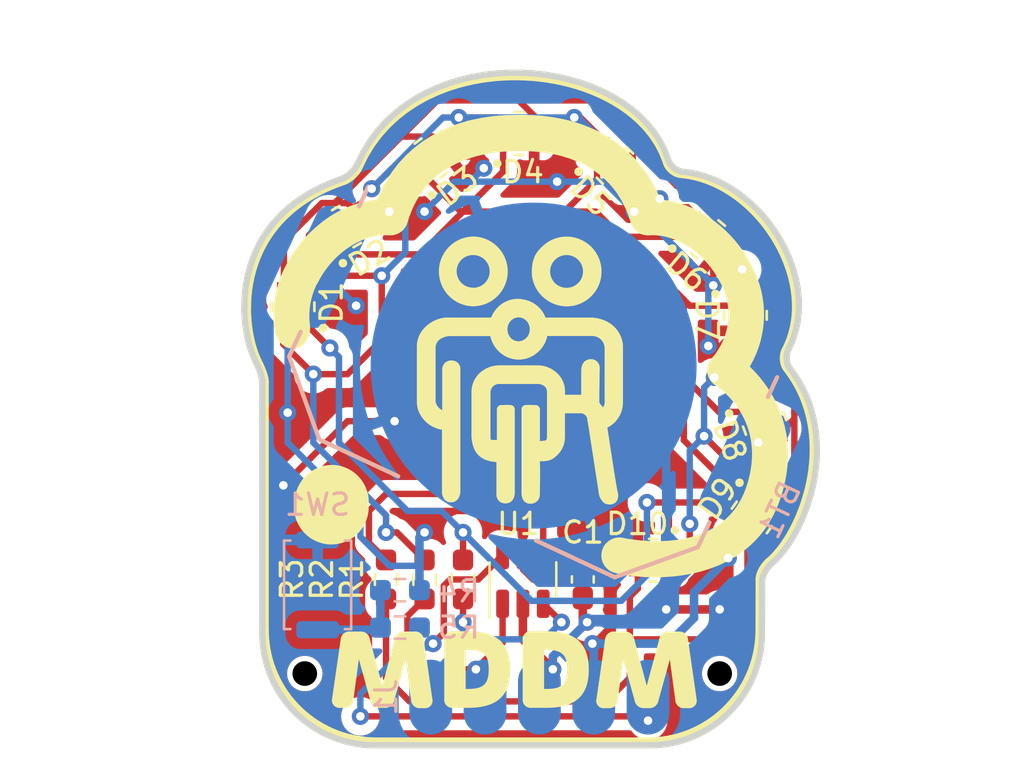
<source format=kicad_pcb>
(kicad_pcb (version 20240108) (generator "pcbnew") (generator_version "8.0")
  (layers (0 "F.Cu" signal) (31 "B.Cu" signal) (34 "B.Paste" user) (35 "F.Paste" user) (36 "B.SilkS" user "B.Silkscreen") (37 "F.SilkS" user "F.Silkscreen") (38 "B.Mask" user) (39 "F.Mask" user) (44 "Edge.Cuts" user))
  (net 0 "")
  (net 1 "+3V0")
  (net 2 "GND")
  (net 3 "/red")
  (net 4 "/green")
  (net 5 "/blue")
  (net 6 "/r_pin")
  (net 7 "/g_pin")
  (net 8 "/b_pin")
  (net 9 "/button")
  (net 10 "Net-(SW1-A)")
  (footprint "Capacitor_SMD:C_0603_1608Metric_Pad1.08x0.95mm_HandSolder" (layer "F.Cu") (at 149.8 104 -90)
    (property "Reference" "C1")
    (property "Value" "100n")
  )
  (footprint "Resistor_SMD:R_0603_1608Metric_Pad0.98x0.95mm_HandSolder" (layer "F.Cu") (at 144.2 104 90)
    (property "Reference" "R1")
    (property "Value" "220R")
  )
  (footprint "lib:LED_LTST-C19HE1WT" (layer "F.Cu") (at 146.8 83.15 90)
    (property "Reference" "D4")
    (property "Value" "LTST-C19HE1WT")
  )
  (footprint "Resistor_SMD:R_0603_1608Metric_Pad0.98x0.95mm_HandSolder" (layer "F.Cu") (at 140.6 104 -90)
    (property "Reference" "R3")
    (property "Value" "220R")
  )
  (footprint "lib:LED_LTST-C19HE1WT" (layer "F.Cu") (at 138.75 87.5 120)
    (property "Reference" "D2")
    (property "Value" "LTST-C19HE1WT")
  )
  (footprint "Package_TO_SOT_SMD:SOT-23-6" (layer "F.Cu") (at 147 104 90)
    (property "Reference" "U1")
    (property "Value" "PIC10F322-IOT")
  )
  (footprint "lib:LED_LTST-C19HE1WT" (layer "F.Cu") (at 157.4 91.65)
    (property "Reference" "D7")
    (property "Value" "LTST-C19HE1WT")
  )
  (footprint "lib:LED_LTST-C19HE1WT" (layer "F.Cu") (at 158.3 96.7 20)
    (property "Reference" "D8")
    (property "Value" "LTST-C19HE1WT")
  )
  (footprint "lib:LED_LTST-C19HE1WT" (layer "F.Cu") (at 155.65 88.1 50)
    (property "Reference" "D6")
    (property "Value" "LTST-C19HE1WT")
  )
  (footprint "Resistor_SMD:R_0603_1608Metric_Pad0.98x0.95mm_HandSolder" (layer "F.Cu") (at 142.4 104 90)
    (property "Reference" "R2")
    (property "Value" "47R")
  )
  (footprint "lib:LED_LTST-C19HE1WT" (layer "F.Cu") (at 153.1 103.1 -90)
    (property "Reference" "D10")
    (property "Value" "LTST-C19HE1WT")
  )
  (footprint "lib:jlc_hole" (layer "F.Cu") (at 156.2 108.4)
    (property "Reference" "REF**" (hide yes))
    (property "Value" "jlc_hole" (hide yes))
  )
  (footprint "lib:LED_LTST-C19HE1WT" (layer "F.Cu") (at 136.25 91.25 180)
    (property "Reference" "D1")
    (property "Value" "LTST-C19HE1WT")
  )
  (footprint "lib:jlc_hole" (layer "F.Cu") (at 136.8 108.4)
    (property "Reference" "REF**" (hide yes))
    (property "Value" "jlc_hole" (hide yes))
  )
  (footprint "lib:LED_LTST-C19HE1WT" (layer "F.Cu") (at 142.7 84.3 127)
    (property "Reference" "D3")
    (property "Value" "LTST-C19HE1WT")
  )
  (footprint "lib:LED_LTST-C19HE1WT" (layer "F.Cu") (at 151.3 84.65 45)
    (property "Reference" "D5")
    (property "Value" "LTST-C19HE1WT")
  )
  (footprint "lib:LED_LTST-C19HE1WT" (layer "F.Cu") (at 157.7 101.1 -35)
    (property "Reference" "D9")
    (property "Value" "LTST-C19HE1WT")
  )
  (footprint "Resistor_SMD:R_0603_1608Metric_Pad0.98x0.95mm_HandSolder" (layer "B.Cu") (at 141.25 104.5 180)
    (property "Reference" "R4")
    (property "Value" "4k7")
  )
  (footprint "Button_Switch_SMD:SW_Push_SPST_NO_Alps_SKRK" (layer "B.Cu") (at 137.4 104.25 90)
    (property "Reference" "SW1")
    (property "Value" "SKRKAEE020")
  )
  (footprint "lib:PinHeader_1x06_P2.54mm_Horizontal_SMD" (layer "B.Cu") (at 146.5 109.5 180)
    (property "Reference" "J1")
    (property "Value" "Conn_01x05" (hide yes))
  )
  (footprint "lib:CR2032_SMD" (layer "B.Cu") (at 147.5 94 -25)
    (property "Reference" "BT1")
    (property "Value" "2032")
  )
  (footprint "Resistor_SMD:R_0603_1608Metric_Pad0.98x0.95mm_HandSolder" (layer "B.Cu") (at 141.25 106.25)
    (property "Reference" "R5")
    (property "Value" "220R")
  )
  (gr_line (start 158.185271 104.053709) (end 158.193663 103.992119) (stroke (width 0.291041)) (layer "F.SilkS"))
  (gr_line (start 159.778668 92.27577) (end 159.845033 91.94885) (stroke (width 0.291041)) (layer "F.SilkS"))
  (gr_line (start 158.247259 103.805544) (end 158.273409 103.743769) (stroke (width 0.291041)) (layer "F.SilkS"))
  (gr_line (start 134.469742 93.741333) (end 134.525342 93.854792) (stroke (width 0.291041)) (layer "F.SilkS"))
  (gr_line (start 153.122326 83.07033) (end 152.811924 82.689151) (stroke (width 0.291041)) (layer "F.SilkS"))
  (gr_line (start 159.718007 91.00963) (end 159.691623 90.676147) (stroke (width 0.287072)) (layer "F.SilkS"))
  (gr_line (start 140.292437 83.203422) (end 139.94663 83.666287) (stroke (width 0.287072)) (layer "F.SilkS"))
  (gr_line (start 152.381546 82.515323) (end 152.002031 82.191592) (stroke (width 0.287072)) (layer "F.SilkS"))
  (gr_line (start 159.162692 93.540645) (end 159.172036 93.47989) (stroke (width 0.287072)) (layer "F.SilkS"))
  (gr_line (start 139.638841 84.16832) (end 139.371998 84.710033) (stroke (width 0.287072)) (layer "F.SilkS"))
  (gr_line (start 138.564653 85.252109) (end 138.507336 85.274024) (stroke (width 0.291041)) (layer "F.SilkS"))
  (gr_line (start 159.551056 102.147204) (end 159.820386 101.673952) (stroke (width 0.291041)) (layer "F.SilkS"))
  (gr_line (start 154.231413 85.051592) (end 154.175174 85.030305) (stroke (width 0.287072)) (layer "F.SilkS"))
  (gr_line (start 134.08586 92.516802) (end 134.193124 92.988846) (stroke (width 0.291041)) (layer "F.SilkS"))
  (gr_line (start 160.530434 97.371299) (end 160.496327 97.040433) (stroke (width 0.287072)) (layer "F.SilkS"))
  (gr_line (start 158.065128 103.755217) (end 158.08707 103.693878) (stroke (width 0.287072)) (layer "F.SilkS"))
  (gr_line (start 154.347152 85.081058) (end 154.28883 85.068583) (stroke (width 0.287072)) (layer "F.SilkS"))
  (gr_line (start 138.287059 111.443234) (end 138.529814 111.523554) (stroke (width 0.291041)) (layer "F.SilkS"))
  (gr_line (start 157.508641 108.602937) (end 157.61183 108.374045) (stroke (width 0.287072)) (layer "F.SilkS"))
  (gr_line (start 159.43459 94.05558) (end 159.407694 94.000681) (stroke (width 0.291041)) (layer "F.SilkS"))
  (gr_line (start 153.979906 84.675427) (end 153.939067 84.629573) (stroke (width 0.291041)) (layer "F.SilkS"))
  (gr_line (start 160.067259 101.153103) (end 160.285381 100.591213) (stroke (width 0.291041)) (layer "F.SilkS"))
  (gr_line (start 159.539821 94.47528) (end 159.323161 94.17698) (stroke (width 0.287072)) (layer "F.SilkS"))
  (gr_line (start 155.872341 110.855306) (end 156.077286 110.709248) (stroke (width 0.291041)) (layer "F.SilkS"))
  (gr_line (start 156.608697 85.859647) (end 156.314171 85.687087) (stroke (width 0.287072)) (layer "F.SilkS"))
  (gr_line (start 134.688633 93.878818) (end 134.746055 94.001738) (stroke (width 0.287072)) (layer "F.SilkS"))
  (gr_line (start 134.971741 94.73579) (end 134.974022 94.796521) (stroke (width 0.287072)) (layer "F.SilkS"))
  (gr_line (start 158.492353 103.398861) (end 158.535858 103.348518) (stroke (width 0.291041)) (layer "F.SilkS"))
  (gr_line (start 157.990441 106.891024) (end 158.010463 106.628606) (stroke (width 0.287072)) (layer "F.SilkS"))
  (gr_line (start 138.898979 85.264635) (end 138.843129 85.302512) (stroke (width 0.287072)) (layer "F.SilkS"))
  (gr_line (start 134.442925 89.356536) (end 134.35205 89.668641) (stroke (width 0.287072)) (layer "F.SilkS"))
  (gr_line (start 158.176548 106.51126) (end 158.182209 104.114489) (stroke (width 0.291041)) (layer "F.SilkS"))
  (gr_line (start 159.172036 93.47989) (end 159.185386 93.420272) (stroke (width 0.287072)) (layer "F.SilkS"))
  (gr_line (start 157.136761 109.251786) (end 157.270786 109.042132) (stroke (width 0.287072)) (layer "F.SilkS"))
  (gr_line (start 152.946572 111.75) (end 153.216127 111.743183) (stroke (width 0.291041)) (layer "F.SilkS"))
  (gr_line (start 160.537443 98.358129) (end 160.550217 98.030955) (stroke (width 0.287072)) (layer "F.SilkS"))
  (gr_line (start 134.940562 94.541386) (end 134.954629 94.607834) (stroke (width 0.287072)) (layer "F.SilkS"))
  (gr_line (start 158.025927 103.938658) (end 158.034205 103.877908) (stroke (width 0.287072)) (layer "F.SilkS"))
  (gr_line (start 159.597595 92.321328) (end 159.663056 91.998866) (stroke (width 0.287072)) (layer "F.SilkS"))
  (gr_line (start 155.535313 110.781913) (end 155.744537 110.647506) (stroke (width 0.287072)) (layer "F.SilkS"))
  (gr_line (start 158.951307 87.990091) (end 158.758532 87.689916) (stroke (width 0.291041)) (layer "F.SilkS"))
  (gr_line (start 158.329533 87.119451) (end 158.094794 86.851318) (stroke (width 0.291041)) (layer "F.SilkS"))
  (gr_line (start 156.274735 110.553727) (end 156.464363 110.389071) (stroke (width 0.291041)) (layer "F.SilkS"))
  (gr_line (start 137.93343 111.03455) (end 138.16389 111.136662) (stroke (width 0.287072)) (layer "F.SilkS"))
  (gr_line (start 139.85603 83.501074) (end 139.543986 84.010048) (stroke (width 0.291041)) (layer "F.SilkS"))
  (gr_line (start 158.273409 103.743769) (end 158.303107 103.68271) (stroke (width 0.291041)) (layer "F.SilkS"))
  (gr_line (start 158.2873 103.344912) (end 158.328821 103.292741) (stroke (width 0.287072)) (layer "F.SilkS"))
  (gr_line (start 134.669023 94.180377) (end 134.695471 94.249535) (stroke (width 0.291041)) (layer "F.SilkS"))
  (gr_line (start 137.067099 110.516049) (end 137.274508 110.661831) (stroke (width 0.287072)) (layer "F.SilkS"))
  (gr_line (start 152.002031 82.191592) (end 151.590236 81.894755) (stroke (width 0.287072)) (layer "F.SilkS"))
  (gr_line (start 158.535858 103.348518) (end 158.580417 103.301029) (stroke (width 0.291041)) (layer "F.SilkS"))
  (gr_line (start 156.507493 110.016533) (end 156.678144 109.837075) (stroke (width 0.287072)) (layer "F.SilkS"))
  (gr_line (start 134.010098 91.993819) (end 134.08586 92.516802) (stroke (width 0.291041)) (layer "F.SilkS"))
  (gr_line (start 158.034205 103.877908) (end 158.047389 103.816661) (stroke (width 0.287072)) (layer "F.SilkS"))
  (gr_poly (pts (xy 143.716837 106.417904) (xy 143.738242 106.419978) (xy 144.4251 106.419978) (xy 144.687236 106.427514) (xy 144.810373 106.436894) (xy 144.928318 106.44998) (xy 145.041144 106.466745) (xy 145.14892 106.487163) (xy 145.25172 106.511207) (xy 145.349613 106.53885) (xy 145.442671 106.570066) (xy 145.530967 106.604827) (xy 145.61457 106.643108) (xy 145.693554 106.684882) (xy 145.767988 106.730122) (xy 145.837945 106.778801) (xy 145.903496 106.830893) (xy 145.964712 106.886371) (xy 146.021664 106.945209) (xy 146.074425 107.007379) (xy 146.123065 107.072856) (xy 146.167656 107.141612) (xy 146.20827 107.213621) (xy 146.244977 107.288857) (xy 146.27785 107.367292) (xy 146.306959 107.4489) (xy 146.332376 107.533654) (xy 146.354172 107.621528) (xy 146.387188 107.806528) (xy 146.406579 108.003687) (xy 146.412916 108.212792) (xy 146.406483 108.421865) (xy 146.398343 108.521912) (xy 146.38683 108.618932) (xy 146.371879 108.7129) (xy 146.353424 108.803789) (xy 146.331396 108.891575) (xy 146.305731 108.976232) (xy 146.27636 109.057733) (xy 146.243219 109.136054) (xy 146.206239 109.21117) (xy 146.165354 109.283053) (xy 146.120498 109.35168) (xy 146.071605 109.417023) (xy 146.018607 109.479059) (xy 145.961437 109.53776) (xy 145.90003 109.593102) (xy 145.834319 109.645059) (xy 145.764237 109.693605) (xy 145.689717 109.738715) (xy 145.610693 109.780363) (xy 145.527098 109.818524) (xy 145.438866 109.853172) (xy 145.345929 109.884281) (xy 145.248222 109.911827) (xy 145.145678 109.935782) (xy 145.03823 109.956122) (xy 144.925812 109.972822) (xy 144.808356 109.985855) (xy 144.685797 109.995195) (xy 144.558067 110.000819) (xy 144.4251 110.002699) (xy 143.738242 110.002699) (xy 143.716786 110.004586) (xy 143.695383 110.005241) (xy 143.674081 110.004679) (xy 143.652927 110.002918) (xy 143.631971 109.999974) (xy 143.61126 109.995864) (xy 143.590843 109.990605) (xy 143.570767 109.984214) (xy 143.551082 109.976708) (xy 143.531834 109.968103) (xy 143.513072 109.958416) (xy 143.494845 109.947665) (xy 143.4772 109.935865) (xy 143.460185 109.923035) (xy 143.44385 109.90919) (xy 143.428241 109.894347) (xy 143.413508 109.878636) (xy 143.399777 109.862204) (xy 143.387066 109.8451) (xy 143.37539 109.827373) (xy 143.364766 109.809071) (xy 143.35521 109.790243) (xy 143.34674 109.770935) (xy 143.339371 109.751198) (xy 143.33312 109.731078) (xy 143.328003 109.710625) (xy 143.324038 109.689886) (xy 143.32124 109.66891) (xy 143.319626 109.647745) (xy 143.319212 109.626439) (xy 143.320016 109.605041) (xy 143.322053 109.583598) (xy 143.322053 107.293104) (xy 144.323235 107.293104) (xy 144.323235 109.117935) (xy 144.468756 109.117935) (xy 144.537749 109.117015) (xy 144.603438 109.114259) (xy 144.665896 109.109671) (xy 144.725197 109.103258) (xy 144.781414 109.095024) (xy 144.834619 109.084975) (xy 144.884885 109.073117) (xy 144.932286 109.059454) (xy 144.976894 109.043991) (xy 145.018784 109.026735) (xy 145.058026 109.007691) (xy 145.094695 108.986863) (xy 145.128864 108.964258) (xy 145.160605 108.93988) (xy 145.189992 108.913735) (xy 145.217098 108.885829) (xy 145.241995 108.856165) (xy 145.264757 108.824751) (xy 145.285456 108.791591) (xy 145.304166 108.75669) (xy 145.32096 108.720054) (xy 145.33591 108.681689) (xy 145.34909 108.641599) (xy 145.360572 108.599789) (xy 145.378738 108.511034) (xy 145.39099 108.415467) (xy 145.397913 108.313129) (xy 145.40009 108.204064) (xy 145.39791 108.095032) (xy 145.390973 107.992786) (xy 145.37868 107.897362) (xy 145.370339 107.852218) (xy 145.360436 107.808793) (xy 145.348895 107.76709) (xy 145.335643 107.727114) (xy 145.320605 107.688868) (xy 145.303705 107.652358) (xy 145.284871 107.617587) (xy 145.264025 107.58456) (xy 145.241096 107.553281) (xy 145.216006 107.523754) (xy 145.188683 107.495984) (xy 145.159051 107.469974) (xy 145.127036 107.445729) (xy 145.092564 107.423254) (xy 145.055559 107.402552) (xy 145.015946 107.383628) (xy 144.973653 107.366486) (xy 144.928603 107.35113) (xy 144.880722 107.337565) (xy 144.829935 107.325795) (xy 144.776169 107.315824) (xy 144.719348 107.307656) (xy 144.659398 107.301296) (xy 144.596244 107.296747) (xy 144.529811 107.294015) (xy 144.460025 107.293104) (xy 144.323235 107.293104) (xy 143.322053 107.293104) (xy 143.322053 106.836166) (xy 143.31998 106.814761) (xy 143.319146 106.793399) (xy 143.319535 106.772129) (xy 143.321129 106.750999) (xy 143.323913 106.730059) (xy 143.327869 106.709357) (xy 143.332981 106.688942) (xy 143.339232 106.668863) (xy 143.346605 106.649169) (xy 143.355084 106.629907) (xy 143.364652 106.611128) (xy 143.375292 106.592879) (xy 143.386988 106.57521) (xy 143.399722 106.558169) (xy 143.413479 106.541804) (xy 143.428241 106.526166) (xy 143.44388 106.511404) (xy 143.460244 106.497647) (xy 143.477285 106.484913) (xy 143.494954 106.473217) (xy 143.513203 106.462577) (xy 143.531983 106.453009) (xy 143.551244 106.44453) (xy 143.570939 106.437156) (xy 143.591019 106.430905) (xy 143.611434 106.425793) (xy 143.632136 106.421837) (xy 143.653076 106.419053) (xy 143.674205 106.417459) (xy 143.695475 106.41707)) (fill solid) (layer "F.SilkS"))
  (gr_line (start 160.544884 99.685763) (end 160.610191 99.370527) (stroke (width 0.291041)) (layer "F.SilkS"))
  (gr_line (start 158.386695 87.511398) (end 158.168221 87.235322) (stroke (width 0.287072)) (layer "F.SilkS"))
  (gr_line (start 157.660834 108.782471) (end 157.76545 108.550414) (stroke (width 0.291041)) (layer "F.SilkS"))
  (gr_line (start 139.535641 111.724365) (end 139.793652 111.743562) (stroke (width 0.291041)) (layer "F.SilkS"))
  (gr_line (start 137.363729 111.006825) (end 137.58655 111.132841) (stroke (width 0.291041)) (layer "F.SilkS"))
  (gr_line (start 160.496327 97.040433) (end 160.44504 96.709952) (stroke (width 0.287072)) (layer "F.SilkS"))
  (gr_line (start 136.548143 86.465116) (end 136.224744 86.717539) (stroke (width 0.287072)) (layer "F.SilkS"))
  (gr_line (start 158.371724 103.563966) (end 158.409929 103.506891) (stroke (width 0.291041)) (layer "F.SilkS"))
  (gr_line (start 135.030652 107.125744) (end 135.074229 107.375488) (stroke (width 0.287072)) (layer "F.SilkS"))
  (gr_line (start 137.57309 85.652008) (end 137.154747 85.866134) (stroke (width 0.291041)) (layer "F.SilkS"))
  (gr_line (start 158.758532 87.689916) (end 158.551026 87.399343) (stroke (width 0.291041)) (layer "F.SilkS"))
  (gr_line (start 135.367361 108.340132) (end 135.469473 108.570593) (stroke (width 0.287072)) (layer "F.SilkS"))
  (gr_line (start 154.394309 111.297688) (end 154.634093 111.21645) (stroke (width 0.287072)) (layer "F.SilkS"))
  (gr_line (start 154.503447 111.514477) (end 154.746545 111.432115) (stroke (width 0.291041)) (layer "F.SilkS"))
  (gr_line (start 156.84012 109.649582) (end 156.993099 109.454377) (stroke (width 0.287072)) (layer "F.SilkS"))
  (gr_line (start 156.449851 85.549812) (end 156.143212 85.39417) (stroke (width 0.291041)) (layer "F.SilkS"))
  (gr_line (start 154.634093 111.21645) (end 154.868406 111.123928) (stroke (width 0.287072)) (layer "F.SilkS"))
  (gr_line (start 159.231681 94.022717) (end 159.209121 93.966336) (stroke (width 0.287072)) (layer "F.SilkS"))
  (gr_line (start 158.209837 103.455594) (end 158.247522 103.399297) (stroke (width 0.287072)) (layer "F.SilkS"))
  (gr_line (start 133.985485 90.833818) (end 133.973938 91.429592) (stroke (width 0.291041)) (layer "F.SilkS"))
  (gr_line (start 136.001068 109.831349) (end 136.169936 110.027365) (stroke (width 0.291041)) (layer "F.SilkS"))
  (gr_line (start 155.182476 85.05385) (end 154.851102 84.986205) (stroke (width 0.291041)) (layer "F.SilkS"))
  (gr_line (start 154.255126 111.585071) (end 154.503447 111.514477) (stroke (width 0.291041)) (layer "F.SilkS"))
  (gr_line (start 156.993099 109.454377) (end 157.136761 109.251786) (stroke (width 0.287072)) (layer "F.SilkS"))
  (gr_line (start 134.583557 93.979411) (end 134.641297 94.112041) (stroke (width 0.291041)) (layer "F.SilkS"))
  (gr_line (start 139.279822 111.692588) (end 139.535641 111.724365) (stroke (width 0.291041)) (layer "F.SilkS"))
  (gr_line (start 153.482084 111.722953) (end 153.74412 111.689638) (stroke (width 0.291041)) (layer "F.SilkS"))
  (gr_line (start 158.82079 103.079085) (end 158.970203 102.924701) (stroke (width 0.291041)) (layer "F.SilkS"))
  (gr_poly (pts (xy 147.41 82.288804) (xy 147.69545 82.30489) (xy 147.976226 82.329673) (xy 148.252204 82.363074) (xy 148.523259 82.405015) (xy 148.789265 82.455415) (xy 149.050096 82.514194) (xy 149.305628 82.581275) (xy 149.555736 82.656577) (xy 149.800294 82.74002) (xy 150.039177 82.831526) (xy 150.27226 82.931016) (xy 150.499417 83.038408) (xy 150.720524 83.153625) (xy 150.935455 83.276587) (xy 151.144084 83.407214) (xy 151.346288 83.545428) (xy 151.541939 83.691147) (xy 151.730914 83.844294) (xy 151.913087 84.004789) (xy 152.088332 84.172553) (xy 152.256524 84.347505) (xy 152.417539 84.529567) (xy 152.571251 84.718659) (xy 152.717535 84.914702) (xy 152.856265 85.117616) (xy 152.987316 85.327322) (xy 153.110564 85.543741) (xy 153.225882 85.766793) (xy 153.333146 85.996398) (xy 153.43223 86.232479) (xy 153.591798 86.250514) (xy 153.751165 86.274548) (xy 154.068707 86.340249) (xy 154.383665 86.428861) (xy 154.69485 86.539664) (xy 155.001072 86.671937) (xy 155.301143 86.824959) (xy 155.593872 86.99801) (xy 155.87807 87.19037) (xy 156.152548 87.401317) (xy 156.416116 87.630132) (xy 156.667585 87.876094) (xy 156.905765 88.138483) (xy 157.129467 88.416578) (xy 157.337501 88.709658) (xy 157.528678 89.017003) (xy 157.701809 89.337893) (xy 157.841415 89.618578) (xy 157.961543 89.905553) (xy 158.062212 90.197864) (xy 158.14344 90.494559) (xy 158.205246 90.794685) (xy 158.24765 91.097287) (xy 158.27067 91.401414) (xy 158.274324 91.706111) (xy 158.258632 92.010426) (xy 158.223613 92.313406) (xy 158.169285 92.614096) (xy 158.095668 92.911545) (xy 158.002779 93.204798) (xy 157.890639 93.492904) (xy 157.759265 93.774908) (xy 157.608677 94.049857) (xy 157.827384 94.268562) (xy 158.044688 94.510823) (xy 158.257208 94.776318) (xy 158.461565 95.064729) (xy 158.654376 95.375735) (xy 158.832262 95.709016) (xy 158.991841 96.064254) (xy 159.129733 96.441128) (xy 159.242556 96.839319) (xy 159.326931 97.258506) (xy 159.379475 97.698371) (xy 159.396809 98.158593) (xy 159.375552 98.638852) (xy 159.349395 98.886396) (xy 159.312322 99.138829) (xy 159.263911 99.396112) (xy 159.203739 99.658205) (xy 159.131384 99.925067) (xy 159.046422 100.196658) (xy 158.950021 100.464367) (xy 158.843905 100.719775) (xy 158.728487 100.96313) (xy 158.604182 101.194681) (xy 158.471403 101.41468) (xy 158.330565 101.623374) (xy 158.182082 101.821014) (xy 158.026368 102.007848) (xy 157.863836 102.184126) (xy 157.694902 102.350097) (xy 157.519979 102.506012) (xy 157.339481 102.652119) (xy 157.153822 102.788667) (xy 156.963417 102.915907) (xy 156.570022 103.143456) (xy 156.16261 103.336763) (xy 155.744492 103.497822) (xy 155.318982 103.628629) (xy 154.889392 103.731179) (xy 154.459034 103.807466) (xy 154.031221 103.859487) (xy 153.609266 103.889237) (xy 153.196481 103.89871) (xy 152.960226 103.896464) (xy 152.724261 103.887658) (xy 152.488724 103.872308) (xy 152.25375 103.850428) (xy 152.019476 103.822032) (xy 151.78604 103.787136) (xy 151.553576 103.745753) (xy 151.322223 103.697898) (xy 151.28025 103.687229) (xy 151.239308 103.674587) (xy 151.199437 103.660034) (xy 151.160677 103.643633) (xy 151.123068 103.625448) (xy 151.08665 103.605542) (xy 151.051462 103.583978) (xy 151.017545 103.560819) (xy 150.984937 103.536129) (xy 150.95368 103.509971) (xy 150.923812 103.482408) (xy 150.895374 103.453503) (xy 150.868405 103.42332) (xy 150.842945 103.391921) (xy 150.819034 103.359371) (xy 150.796713 103.325731) (xy 150.776019 103.291066) (xy 150.756994 103.255438) (xy 150.739678 103.218911) (xy 150.724109 103.181549) (xy 150.710328 103.143413) (xy 150.698375 103.104568) (xy 150.688289 103.065077) (xy 150.680111 103.025002) (xy 150.67388 102.984408) (xy 150.669636 102.943357) (xy 150.667418 102.901913) (xy 150.667267 102.860138) (xy 150.669223 102.818097) (xy 150.673324 102.775851) (xy 150.679612 102.733466) (xy 150.688125 102.691003) (xy 150.698774 102.649024) (xy 150.711396 102.608076) (xy 150.72593 102.568198) (xy 150.742312 102.52943) (xy 150.760478 102.491812) (xy 150.780367 102.455384) (xy 150.801914 102.420185) (xy 150.825055 102.386257) (xy 150.84973 102.353637) (xy 150.875872 102.322367) (xy 150.903421 102.292486) (xy 150.932312 102.264033) (xy 150.962482 102.23705) (xy 150.993868 102.211575) (xy 151.026407 102.187648) (xy 151.060036 102.16531) (xy 151.094691 102.144599) (xy 151.130309 102.125557) (xy 151.166827 102.108223) (xy 151.204182 102.092636) (xy 151.242311 102.078837) (xy 151.28115 102.066865) (xy 151.320637 102.05676) (xy 151.360707 102.048562) (xy 151.401298 102.042311) (xy 151.442347 102.038047) (xy 151.48379 102.035809) (xy 151.525565 102.035638) (xy 151.567607 102.037573) (xy 151.609854 102.041654) (xy 151.652243 102.047921) (xy 151.69471 102.056414) (xy 151.951618 102.104982) (xy 152.517223 102.177015) (xy 152.888192 102.202646) (xy 153.303223 102.211121) (xy 153.751277 102.194767) (xy 154.221318 102.14591) (xy 154.702306 102.056875) (xy 154.943456 101.994893) (xy 155.183205 101.919989) (xy 155.420171 101.831203) (xy 155.652976 101.727577) (xy 155.88024 101.608151) (xy 156.100583 101.471966) (xy 156.312625 101.318063) (xy 156.514987 101.145482) (xy 156.706289 100.953265) (xy 156.88515 100.740451) (xy 157.050193 100.506082) (xy 157.200036 100.249199) (xy 157.3333 99.968841) (xy 157.448606 99.664051) (xy 157.536442 99.375388) (xy 157.605283 99.096015) (xy 157.656172 98.825911) (xy 157.690153 98.565057) (xy 157.708268 98.31343) (xy 157.71156 98.07101) (xy 157.701072 97.837776) (xy 157.677846 97.613709) (xy 157.642927 97.398785) (xy 157.597356 97.192986) (xy 157.542176 96.996291) (xy 157.478431 96.808677) (xy 157.407164 96.630126) (xy 157.329416 96.460615) (xy 157.246232 96.300124) (xy 157.158655 96.148632) (xy 157.067726 96.00612) (xy 156.974489 95.872564) (xy 156.879987 95.747946) (xy 156.785263 95.632244) (xy 156.599319 95.427505) (xy 156.425002 95.258182) (xy 156.270653 95.124107) (xy 156.144618 95.025115) (xy 156.010858 94.931715) (xy 155.972741 94.90637) (xy 155.936247 94.879138) (xy 155.901429 94.850101) (xy 155.868342 94.819342) (xy 155.83704 94.786942) (xy 155.807576 94.752983) (xy 155.780004 94.717546) (xy 155.754377 94.680715) (xy 155.73075 94.642569) (xy 155.709177 94.603193) (xy 155.68971 94.562666) (xy 155.672405 94.521072) (xy 155.657314 94.478491) (xy 155.644491 94.435006) (xy 155.633991 94.390699) (xy 155.625866 94.345652) (xy 155.620201 94.30023) (xy 155.617024 94.254806) (xy 155.61631 94.209476) (xy 155.618029 94.164333) (xy 155.622157 94.119471) (xy 155.628666 94.074985) (xy 155.637528 94.030969) (xy 155.648717 93.987517) (xy 155.662207 93.944723) (xy 155.677969 93.902681) (xy 155.695978 93.861486) (xy 155.716206 93.821232) (xy 155.738626 93.782012) (xy 155.763211 93.743921) (xy 155.789935 93.707054) (xy 155.81877 93.671503) (xy 155.975655 93.482321) (xy 156.115531 93.283626) (xy 156.238279 93.076491) (xy 156.343778 92.861987) (xy 156.431906 92.641186) (xy 156.502545 92.415161) (xy 156.555572 92.184982) (xy 156.590868 91.951721) (xy 156.608311 91.716452) (xy 156.60778 91.480244) (xy 156.589157 91.244171) (xy 156.552318 91.009304) (xy 156.497145 90.776714) (xy 156.423516 90.547474) (xy 156.331311 90.322656) (xy 156.220409 90.103331) (xy 156.0831 89.853712) (xy 155.930674 89.615109) (xy 155.764384 89.388375) (xy 155.585483 89.174363) (xy 155.395224 88.973925) (xy 155.194862 88.787914) (xy 154.985649 88.617183) (xy 154.768838 88.462584) (xy 154.545684 88.32497) (xy 154.31744 88.205194) (xy 154.085358 88.104108) (xy 153.850693 88.022565) (xy 153.614698 87.961418) (xy 153.496593 87.93876) (xy 153.378626 87.921519) (xy 153.260953 87.909805) (xy 153.143731 87.903722) (xy 153.027116 87.903377) (xy 152.911265 87.908878) (xy 152.874093 87.911184) (xy 152.837148 87.911843) (xy 152.800471 87.910884) (xy 152.764105 87.908336) (xy 152.728088 87.904226) (xy 152.692464 87.898582) (xy 152.657272 87.891433) (xy 152.622554 87.882808) (xy 152.588351 87.872735) (xy 152.554704 87.861241) (xy 152.521653 87.848356) (xy 152.489241 87.834107) (xy 152.457507 87.818523) (xy 152.426493 87.801633) (xy 152.39624 87.783464) (xy 152.36679 87.764044) (xy 152.338182 87.743403) (xy 152.310459 87.721569) (xy 152.28366 87.698569) (xy 152.257828 87.674432) (xy 152.233003 87.649187) (xy 152.209226 87.622862) (xy 152.186539 87.595484) (xy 152.164981 87.567083) (xy 152.144596 87.537687) (xy 152.125422 87.507323) (xy 152.107502 87.476021) (xy 152.090876 87.443809) (xy 152.075586 87.410714) (xy 152.061673 87.376766) (xy 152.049177 87.341992) (xy 152.038139 87.306421) (xy 151.947169 87.025094) (xy 151.844447 86.759798) (xy 151.730688 86.510072) (xy 151.606607 86.275457) (xy 151.472919 86.055493) (xy 151.330339 85.84972) (xy 151.17958 85.657678) (xy 151.021358 85.478907) (xy 150.856387 85.312947) (xy 150.685382 85.159339) (xy 150.509057 85.017622) (xy 150.328127 84.887336) (xy 150.143308 84.768023) (xy 149.955312 84.65922) (xy 149.764856 84.56047) (xy 149.572653 84.471312) (xy 149.185867 84.319931) (xy 148.800671 84.201399) (xy 148.422782 84.112037) (xy 148.057918 84.048164) (xy 147.711795 84.006103) (xy 147.390131 83.982174) (xy 147.098642 83.972698) (xy 146.843046 83.973994) (xy 146.578295 83.973657) (xy 146.278926 83.983846) (xy 145.950566 84.008265) (xy 145.598843 84.05062) (xy 145.229385 84.114616) (xy 144.847819 84.203957) (xy 144.459773 84.322349) (xy 144.265079 84.393596) (xy 144.070874 84.473495) (xy 143.877864 84.562509) (xy 143.68675 84.661101) (xy 143.498238 84.769734) (xy 143.313029 84.888871) (xy 143.131828 85.018976) (xy 142.955338 85.160512) (xy 142.784262 85.31394) (xy 142.619304 85.479726) (xy 142.461167 85.658331) (xy 142.310556 85.850219) (xy 142.168172 86.055853) (xy 142.03472 86.275696) (xy 141.910903 86.510212) (xy 141.797424 86.759862) (xy 141.694988 87.025111) (xy 141.604297 87.306421) (xy 141.593086 87.341862) (xy 141.580435 87.376509) (xy 141.566385 87.410335) (xy 141.550975 87.443311) (xy 141.534246 87.475409) (xy 141.516237 87.506603) (xy 141.496991 87.536864) (xy 141.476546 87.566165) (xy 141.432222 87.621772) (xy 141.383588 87.673204) (xy 141.330968 87.720236) (xy 141.274683 87.762648) (xy 141.215056 87.800216) (xy 141.152409 87.832717) (xy 141.087065 87.85993) (xy 141.019346 87.881632) (xy 140.984697 87.890347) (xy 140.949575 87.8976) (xy 140.914021 87.903364) (xy 140.878074 87.907612) (xy 140.841775 87.910315) (xy 140.805165 87.911445) (xy 140.768284 87.910976) (xy 140.731172 87.908878) (xy 140.615305 87.903377) (xy 140.498643 87.903722) (xy 140.381345 87.909805) (xy 140.263573 87.92152) (xy 140.145484 87.93876) (xy 140.02724 87.961419) (xy 139.909001 87.98939) (xy 139.790925 88.022566) (xy 139.673174 88.060841) (xy 139.555906 88.104109) (xy 139.439283 88.152262) (xy 139.323462 88.205195) (xy 139.094873 88.324971) (xy 138.871416 88.462585) (xy 138.654371 88.617183) (xy 138.445017 88.787915) (xy 138.244633 88.973925) (xy 138.054498 89.174363) (xy 137.875891 89.388375) (xy 137.710091 89.615109) (xy 137.632393 89.73298) (xy 137.558377 89.853712) (xy 137.488201 89.977198) (xy 137.422027 90.103331) (xy 137.415079 90.115765) (xy 137.407929 90.128081) (xy 137.400581 90.140277) (xy 137.393035 90.152351) (xy 137.385293 90.1643) (xy 137.377358 90.176123) (xy 137.369229 90.187816) (xy 137.360909 90.199376) (xy 137.306923 90.31354) (xy 137.257441 90.429376) (xy 137.212484 90.546753) (xy 137.172073 90.665536) (xy 137.136231 90.785594) (xy 137.104977 90.906792) (xy 137.078333 91.028998) (xy 137.056321 91.15208) (xy 137.038961 91.275903) (xy 137.026275 91.400335) (xy 137.018284 91.525243) (xy 137.015009 91.650493) (xy 137.016471 91.775954) (xy 137.022692 91.901492) (xy 137.033693 92.026973) (xy 137.049495 92.152265) (xy 137.051954 92.26855) (xy 137.044988 92.378827) (xy 137.029181 92.482935) (xy 137.005117 92.580716) (xy 136.973381 92.672011) (xy 136.934558 92.756659) (xy 136.889233 92.834503) (xy 136.83799 92.905381) (xy 136.781413 92.969136) (xy 136.720087 93.025607) (xy 136.654597 93.074636) (xy 136.585528 93.116063) (xy 136.513464 93.149728) (xy 136.438989 93.175473) (xy 136.362688 93.193137) (xy 136.285147 93.202563) (xy 136.206949 93.203589) (xy 136.128679 93.196058) (xy 136.050921 93.179809) (xy 135.974261 93.154683) (xy 135.899283 93.120521) (xy 135.826571 93.077164) (xy 135.75671 93.024453) (xy 135.690285 92.962227) (xy 135.62788 92.890327) (xy 135.57008 92.808595) (xy 135.51747 92.716871) (xy 135.470634 92.614995) (xy 135.430156 92.502809) (xy 135.396622 92.380152) (xy 135.370616 92.246866) (xy 135.352722 92.102791) (xy 135.340445 91.924035) (xy 135.334542 91.745355) (xy 135.334979 91.566914) (xy 135.341725 91.388877) (xy 135.354745 91.211408) (xy 135.374009 91.034672) (xy 135.399483 90.858832) (xy 135.431133 90.684053) (xy 135.468928 90.510499) (xy 135.512835 90.338334) (xy 135.562821 90.167723) (xy 135.618853 89.998829) (xy 135.680899 89.831817) (xy 135.748926 89.666851) (xy 135.8229 89.504095) (xy 135.90279 89.343714) (xy 135.973077 89.209363) (xy 136.046641 89.076972) (xy 136.123439 88.946597) (xy 136.203426 88.818293) (xy 136.286558 88.692118) (xy 136.37279 88.568126) (xy 136.462077 88.446375) (xy 136.554376 88.32692) (xy 136.649641 88.209817) (xy 136.747829 88.095123) (xy 136.848895 87.982893) (xy 136.952794 87.873184) (xy 137.059482 87.766051) (xy 137.168914 87.661551) (xy 137.281047 87.559741) (xy 137.395834 87.460675) (xy 137.395835 87.460674) (xy 137.544772 87.335809) (xy 137.697939 87.216971) (xy 137.855147 87.104243) (xy 138.01621 86.997707) (xy 138.180938 86.897447) (xy 138.349145 86.803545) (xy 138.52064 86.716084) (xy 138.695238 86.635147) (xy 138.872748 86.560818) (xy 139.052985 86.493179) (xy 139.235758 86.432312) (xy 139.420881 86.378302) (xy 139.608165 86.331231) (xy 139.797422 86.291181) (xy 139.988464 86.258236) (xy 140.181103 86.232479) (xy 140.387459 85.766825) (xy 140.626089 85.327442) (xy 140.896046 84.914951) (xy 141.196383 84.529976) (xy 141.526154 84.173139) (xy 141.884412 83.845062) (xy 142.270211 83.546368) (xy 142.682605 83.277679) (xy 143.120647 83.039617) (xy 143.58339 82.832806) (xy 144.069889 82.657867) (xy 144.579196 82.515422) (xy 145.110366 82.406096) (xy 145.662451 82.330508) (xy 146.234506 82.289284) (xy 146.825583 82.283044) (xy 147.120003 82.281496)) (fill solid) (layer "F.SilkS"))
  (gr_poly (pts (xy 144.739805 87.967128) (xy 144.821105 87.973295) (xy 144.901697 87.983468) (xy 144.981442 87.99759) (xy 145.060203 88.015604) (xy 145.13784 88.03745) (xy 145.214217 88.063071) (xy 145.289195 88.09241) (xy 145.362636 88.125407) (xy 145.434402 88.162006) (xy 145.504356 88.202148) (xy 145.572358 88.245775) (xy 145.638272 88.29283) (xy 145.701959 88.343253) (xy 145.763281 88.396988) (xy 145.8221 88.453977) (xy 145.904779 88.544439) (xy 145.979711 88.63985) (xy 146.046802 88.739732) (xy 146.105962 88.84361) (xy 146.157099 88.951007) (xy 146.200121 89.061449) (xy 146.234936 89.174458) (xy 146.261453 89.289559) (xy 146.27958 89.406275) (xy 146.289226 89.524132) (xy 146.290298 89.642652) (xy 146.282705 89.76136) (xy 146.266356 89.87978) (xy 146.241158 89.997435) (xy 146.207021 90.11385) (xy 146.163851 90.228549) (xy 146.112226 90.339699) (xy 146.053049 90.445605) (xy 145.986726 90.545998) (xy 145.913659 90.640612) (xy 145.834253 90.729178) (xy 145.748912 90.811428) (xy 145.65804 90.887095) (xy 145.56204 90.955909) (xy 145.461318 91.017604) (xy 145.356275 91.071911) (xy 145.247317 91.118562) (xy 145.134848 91.15729) (xy 145.019271 91.187826) (xy 144.90099 91.209902) (xy 144.78041 91.22325) (xy 144.657933 91.227603) (xy 144.625919 91.227603) (xy 144.544531 91.221747) (xy 144.464338 91.211993) (xy 144.38543 91.198438) (xy 144.307901 91.181178) (xy 144.231841 91.160312) (xy 144.157344 91.135935) (xy 144.0845 91.108144) (xy 144.013403 91.077038) (xy 143.944144 91.042713) (xy 143.876816 91.005265) (xy 143.811509 90.964793) (xy 143.748318 90.921392) (xy 143.687332 90.875161) (xy 143.628646 90.826196) (xy 143.57235 90.774594) (xy 143.518537 90.720452) (xy 143.467298 90.663867) (xy 143.418726 90.604936) (xy 143.372914 90.543757) (xy 143.329952 90.480426) (xy 143.289933 90.41504) (xy 143.252949 90.347697) (xy 143.219093 90.278493) (xy 143.188455 90.207526) (xy 143.161129 90.134892) (xy 143.137207 90.060688) (xy 143.116779 89.985012) (xy 143.099939 89.907961) (xy 143.086779 89.829631) (xy 143.07739 89.75012) (xy 143.071865 89.669525) (xy 143.070296 89.587943) (xy 143.070437 89.583218) (xy 143.901225 89.583218) (xy 143.902175 89.62139) (xy 143.904956 89.659314) (xy 143.909543 89.696929) (xy 143.915912 89.734176) (xy 143.924038 89.770993) (xy 143.933897 89.807321) (xy 143.945464 89.843099) (xy 143.958715 89.878266) (xy 143.973626 89.912762) (xy 143.990172 89.946527) (xy 144.008328 89.9795) (xy 144.028071 90.011621) (xy 144.049376 90.04283) (xy 144.072218 90.073066) (xy 144.096573 90.102268) (xy 144.122417 90.130377) (xy 144.149527 90.156489) (xy 144.177779 90.18111) (xy 144.207109 90.204214) (xy 144.237454 90.225774) (xy 144.268753 90.245763) (xy 144.300942 90.264156) (xy 144.333957 90.280926) (xy 144.367737 90.296046) (xy 144.402218 90.309491) (xy 144.437337 90.321235) (xy 144.473032 90.331249) (xy 144.509239 90.33951) (xy 144.545895 90.345989) (xy 144.582939 90.350661) (xy 144.620305 90.3535) (xy 144.657933 90.354478) (xy 144.669574 90.36321) (xy 144.707667 90.361899) (xy 144.745507 90.358813) (xy 144.783037 90.353973) (xy 144.8202 90.347403) (xy 144.85694 90.339126) (xy 144.893198 90.329165) (xy 144.928917 90.317543) (xy 144.964041 90.304283) (xy 144.998513 90.289408) (xy 145.032274 90.272942) (xy 145.065269 90.254908) (xy 145.097439 90.235328) (xy 145.128728 90.214226) (xy 145.159078 90.191625) (xy 145.188432 90.167547) (xy 145.216734 90.142017) (xy 145.256244 90.099895) (xy 145.292119 90.055389) (xy 145.324314 90.008724) (xy 145.352783 89.960124) (xy 145.377479 89.909816) (xy 145.398357 89.858024) (xy 145.415371 89.804974) (xy 145.428474 89.750891) (xy 145.437621 89.696001) (xy 145.442765 89.640527) (xy 145.443861 89.584697) (xy 145.440863 89.528734) (xy 145.433725 89.472864) (xy 145.4224 89.417313) (xy 145.406843 89.362305) (xy 145.387008 89.308067) (xy 145.363159 89.255469) (xy 145.335719 89.20532) (xy 145.304878 89.157749) (xy 145.270827 89.112884) (xy 145.233756 89.070853) (xy 145.193857 89.031785) (xy 145.15132 88.995808) (xy 145.106335 88.963052) (xy 145.059093 88.933643) (xy 145.009785 88.907712) (xy 144.958601 88.885385) (xy 144.905732 88.866793) (xy 144.851368 88.852063) (xy 144.795701 88.841324) (xy 144.73892 88.834704) (xy 144.681217 88.832331) (xy 144.681217 88.832329) (xy 144.643152 88.832259) (xy 144.6053 88.834082) (xy 144.567726 88.837775) (xy 144.530494 88.843311) (xy 144.493668 88.850666) (xy 144.457315 88.859815) (xy 144.421498 88.870732) (xy 144.386283 88.883392) (xy 144.351733 88.897771) (xy 144.317914 88.913843) (xy 144.284891 88.931584) (xy 144.252728 88.950967) (xy 144.221489 88.971968) (xy 144.191241 88.994562) (xy 144.162047 89.018724) (xy 144.133972 89.044429) (xy 144.107219 89.071506) (xy 144.081965 89.099761) (xy 144.058238 89.129129) (xy 144.036064 89.159546) (xy 144.015472 89.190949) (xy 143.996489 89.223275) (xy 143.979143 89.256458) (xy 143.963461 89.290437) (xy 143.949471 89.325146) (xy 143.937201 89.360522) (xy 143.926677 89.396501) (xy 143.917927 89.43302) (xy 143.91098 89.470015) (xy 143.905862 89.507422) (xy 143.902601 89.545178) (xy 143.901225 89.583218) (xy 143.070437 89.583218) (xy 143.072738 89.506381) (xy 143.079126 89.42585) (xy 143.089365 89.346444) (xy 143.103363 89.26826) (xy 143.121027 89.191393) (xy 143.142263 89.11594) (xy 143.166979 89.041997) (xy 143.195081 88.96966) (xy 143.226476 88.899025) (xy 143.261071 88.830187) (xy 143.298774 88.763244) (xy 143.33949 88.69829) (xy 143.383128 88.635422) (xy 143.429593 88.574737) (xy 143.478792 88.51633) (xy 143.530634 88.460296) (xy 143.585023 88.406734) (xy 143.641868 88.355737) (xy 143.701076 88.307403) (xy 143.762552 88.261827) (xy 143.826205 88.219105) (xy 143.891941 88.179334) (xy 143.959666 88.142609) (xy 144.029289 88.109027) (xy 144.100715 88.078683) (xy 144.173851 88.051675) (xy 144.248606 88.028096) (xy 144.324884 88.008045) (xy 144.402594 87.991616) (xy 144.481642 87.978906) (xy 144.561936 87.970011) (xy 144.643381 87.965027) (xy 144.657933 87.965027)) (fill solid) (layer "F.SilkS"))
  (gr_line (start 158.415684 103.196242) (end 158.460323 103.152517) (stroke (width 0.287072)) (layer "F.SilkS"))
  (gr_line (start 157.912188 107.404089) (end 157.957575 107.149627) (stroke (width 0.287072)) (layer "F.SilkS"))
  (gr_line (start 134.972672 107.788198) (end 135.041123 108.034863) (stroke (width 0.291041)) (layer "F.SilkS"))
  (gr_line (start 140.592779 82.601738) (end 140.206618 83.031811) (stroke (width 0.291041)) (layer "F.SilkS"))
  (gr_line (start 156.818855 110.033671) (end 156.98307 109.843586) (stroke (width 0.291041)) (layer "F.SilkS"))
  (gr_line (start 154.016283 84.942857) (end 153.967512 84.906575) (stroke (width 0.287072)) (layer "F.SilkS"))
  (gr_line (start 148.071316 80.405423) (end 147.498926 80.341266) (stroke (width 0.291041)) (layer "F.SilkS"))
  (gr_line (start 140.141335 111.53) (end 152.858664 111.53) (stroke (width 0.287072)) (layer "F.SilkS"))
  (gr_line (start 160.277978 99.935134) (end 160.353364 99.630276) (stroke (width 0.287072)) (layer "F.SilkS"))
  (gr_line (start 134.518561 88.640153) (end 134.387384 88.954167) (stroke (width 0.291041)) (layer "F.SilkS"))
  (gr_line (start 159.722529 91.341953) (end 159.718007 91.00963) (stroke (width 0.287072)) (layer "F.SilkS"))
  (gr_line (start 157.78513 107.899295) (end 157.8546 107.654087) (stroke (width 0.287072)) (layer "F.SilkS"))
  (gr_line (start 155.064079 85.197889) (end 154.737224 85.131166) (stroke (width 0.287072)) (layer "F.SilkS"))
  (gr_line (start 139.273454 84.55925) (end 139.24699 84.614669) (stroke (width 0.291041)) (layer "F.SilkS"))
  (gr_line (start 160.287824 96.053382) (end 160.180343 95.728908) (stroke (width 0.287072)) (layer "F.SilkS"))
  (gr_line (start 136.936689 110.722031) (end 137.146966 110.869829) (stroke (width 0.291041)) (layer "F.SilkS"))
  (gr_line (start 159.365979 93.884478) (end 159.351168 93.823933) (stroke (width 0.291041)) (layer "F.SilkS"))
  (gr_line (start 160.470449 99.003129) (end 160.510595 98.682457) (stroke (width 0.287072)) (layer "F.SilkS"))
  (gr_line (start 158.182209 104.114489) (end 158.185271 104.053709) (stroke (width 0.291041)) (layer "F.SilkS"))
  (gr_line (start 149.149588 80.831857) (end 148.605627 80.707117) (stroke (width 0.287072)) (layer "F.SilkS"))
  (gr_line (start 158.022907 103.998609) (end 158.025927 103.938658) (stroke (width 0.287072)) (layer "F.SilkS"))
  (gr_line (start 153.74412 111.689638) (end 154.001909 111.643567) (stroke (width 0.291041)) (layer "F.SilkS"))
  (gr_line (start 152.858664 111.53) (end 153.124544 111.523276) (stroke (width 0.287072)) (layer "F.SilkS"))
  (gr_line (start 134.742987 94.388744) (end 134.763282 94.458008) (stroke (width 0.291041)) (layer "F.SilkS"))
  (gr_line (start 138.023615 85.454234) (end 137.57309 85.652008) (stroke (width 0.291041)) (layer "F.SilkS"))
  (gr_line (start 138.843129 85.302512) (end 138.786602 85.336832) (stroke (width 0.287072)) (layer "F.SilkS"))
  (gr_line (start 157.76545 108.550414) (end 157.858995 108.312515) (stroke (width 0.291041)) (layer "F.SilkS"))
  (gr_line (start 134.812363 94.723612) (end 134.814677 94.785182) (stroke (width 0.291041)) (layer "F.SilkS"))
  (gr_line (start 145.757636 80.342456) (end 145.179064 80.409135) (stroke (width 0.291041)) (layer "F.SilkS"))
  (gr_line (start 134.67078 88.32916) (end 134.518561 88.640153) (stroke (width 0.291041)) (layer "F.SilkS"))
  (gr_line (start 148.049889 80.612849) (end 147.485305 80.549567) (stroke (width 0.287072)) (layer "F.SilkS"))
  (gr_line (start 152.811924 82.689151) (end 152.462857 82.334198) (stroke (width 0.291041)) (layer "F.SilkS"))
  (gr_line (start 134.255145 92.559073) (end 134.360945 93.02468) (stroke (width 0.287072)) (layer "F.SilkS"))
  (gr_line (start 135.276605 108.104968) (end 135.367361 108.340132) (stroke (width 0.287072)) (layer "F.SilkS"))
  (gr_line (start 152.725853 82.865435) (end 152.381546 82.515323) (stroke (width 0.287072)) (layer "F.SilkS"))
  (gr_line (start 157.283813 109.44029) (end 157.41969 109.227738) (stroke (width 0.291041)) (layer "F.SilkS"))
  (gr_line (start 137.708097 110.921257) (end 137.93343 111.03455) (stroke (width 0.287072)) (layer "F.SilkS"))
  (gr_line (start 153.713047 84.575226) (end 153.692416 84.519464) (stroke (width 0.287072)) (layer "F.SilkS"))
  (gr_line (start 158.970203 102.924701) (end 159.265563 102.566305) (stroke (width 0.291041)) (layer "F.SilkS"))
  (gr_line (start 157.03826 85.917929) (end 156.748448 85.724757) (stroke (width 0.291041)) (layer "F.SilkS"))
  (gr_line (start 134.90331 94.405488) (end 134.923329 94.473808) (stroke (width 0.287072)) (layer "F.SilkS"))
  (gr_line (start 150.739333 81.187035) (end 150.241486 80.970998) (stroke (width 0.291041)) (layer "F.SilkS"))
  (gr_line (start 134.360945 93.02468) (end 134.489825 93.430479) (stroke (width 0.287072)) (layer "F.SilkS"))
  (gr_line (start 156.464363 110.389071) (end 156.645845 110.215609) (stroke (width 0.291041)) (layer "F.SilkS"))
  (gr_line (start 159.382137 89.351873) (end 159.257443 89.028536) (stroke (width 0.287072)) (layer "F.SilkS"))
  (gr_line (start 134.144749 91.486689) (end 134.180415 92.043221) (stroke (width 0.287072)) (layer "F.SilkS"))
  (gr_line (start 148.634736 80.500994) (end 148.071316 80.405423) (stroke (width 0.291041)) (layer "F.SilkS"))
  (gr_line (start 139.63061 111.504715) (end 139.885103 111.523649) (stroke (width 0.287072)) (layer "F.SilkS"))
  (gr_line (start 147.498926 80.341266) (end 146.920537 80.309039) (stroke (width 0.291041)) (layer "F.SilkS"))
  (gr_line (start 158.149294 107.046891) (end 158.169594 106.780845) (stroke (width 0.291041)) (layer "F.SilkS"))
  (gr_line (start 139.128535 111.429794) (end 139.378279 111.473371) (stroke (width 0.287072)) (layer "F.SilkS"))
  (gr_line (start 138.956214 84.988112) (end 138.903708 85.035272) (stroke (width 0.291041)) (layer "F.SilkS"))
  (gr_line (start 135.660189 87.255231) (end 135.417037 87.538111) (stroke (width 0.287072)) (layer "F.SilkS"))
  (gr_line (start 159.115286 88.710417) (end 158.9564 88.398581) (stroke (width 0.287072)) (layer "F.SilkS"))
  (gr_line (start 158.335998 103.622674) (end 158.371724 103.563966) (stroke (width 0.291041)) (layer "F.SilkS"))
  (gr_line (start 137.154747 85.866134) (end 136.767575 86.095401) (stroke (width 0.291041)) (layer "F.SilkS"))
  (gr_line (start 135.041123 108.034863) (end 135.121442 108.277618) (stroke (width 0.291041)) (layer "F.SilkS"))
  (gr_line (start 150.190466 81.170712) (end 149.678844 80.98656) (stroke (width 0.287072)) (layer "F.SilkS"))
  (gr_line (start 158.168221 87.235322) (end 157.936684 86.970845) (stroke (width 0.287072)) (layer "F.SilkS"))
  (gr_line (start 136.169936 110.027365) (end 136.349072 110.215606) (stroke (width 0.291041)) (layer "F.SilkS"))
  (gr_line (start 159.56023 89.265263) (end 159.433812 88.937455) (stroke (width 0.291041)) (layer "F.SilkS"))
  (gr_line (start 152.462857 82.334198) (end 152.078095 82.005992) (stroke (width 0.291041)) (layer "F.SilkS"))
  (gr_line (start 158.174598 103.513502) (end 158.209837 103.455594) (stroke (width 0.287072)) (layer "F.SilkS"))
  (gr_line (start 138.776479 111.592005) (end 139.026625 111.648409) (stroke (width 0.291041)) (layer "F.SilkS"))
  (gr_line (start 136.767575 86.095401) (end 136.41056 86.338597) (stroke (width 0.291041)) (layer "F.SilkS"))
  (gr_line (start 158.9564 88.398581) (end 158.781517 88.09409) (stroke (width 0.287072)) (layer "F.SilkS"))
  (gr_line (start 135.042394 87.721084) (end 134.845053 88.0224) (stroke (width 0.291041)) (layer "F.SilkS"))
  (gr_line (start 154.22574 84.858235) (end 154.171951 84.828609) (stroke (width 0.291041)) (layer "F.SilkS"))
  (gr_line (start 135.707064 109.015708) (end 135.842192 109.229515) (stroke (width 0.287072)) (layer "F.SilkS"))
  (gr_line (start 157.270786 109.042132) (end 157.394853 108.825741) (stroke (width 0.287072)) (layer "F.SilkS"))
  (gr_line (start 155.946687 110.50344) (end 156.141444 110.35004) (stroke (width 0.287072)) (layer "F.SilkS"))
  (gr_line (start 153.032022 83.241416) (end 152.725853 82.865435) (stroke (width 0.287072)) (layer "F.SilkS"))
  (gr_line (start 159.882251 101.077606) (end 160.097399 100.523378) (stroke (width 0.287072)) (layer "F.SilkS"))
  (gr_line (start 159.916039 94.76887) (end 159.720094 94.4595) (stroke (width 0.291041)) (layer "F.SilkS"))
  (gr_line (start 159.820386 101.673952) (end 160.067259 101.153103) (stroke (width 0.291041)) (layer "F.SilkS"))
  (gr_line (start 139.181043 84.72567) (end 139.142245 84.780566) (stroke (width 0.291041)) (layer "F.SilkS"))
  (gr_poly (pts (xy 151.261349 106.432941) (xy 151.282041 106.434528) (xy 151.747707 106.43453) (xy 151.76867 106.433218) (xy 151.78947 106.432925) (xy 151.810081 106.433629) (xy 151.830477 106.43531) (xy 151.850631 106.437948) (xy 151.870518 106.441522) (xy 151.89011 106.44601) (xy 151.909382 106.451394) (xy 151.928307 106.457651) (xy 151.94686 106.464762) (xy 151.965013 106.472706) (xy 151.982741 106.481462) (xy 152.000018 106.491009) (xy 152.016816 106.501328) (xy 152.033111 106.512397) (xy 152.048875 106.524195) (xy 152.064083 106.536703) (xy 152.078707 106.5499) (xy 152.092723 106.563765) (xy 152.106103 106.578277) (xy 152.118822 106.593416) (xy 152.130853 106.609161) (xy 152.142169 106.625492) (xy 152.152746 106.642387) (xy 152.162556 106.659828) (xy 152.171572 106.677791) (xy 152.17977 106.696259) (xy 152.187123 106.715208) (xy 152.193604 106.73462) (xy 152.199187 106.754473) (xy 152.203846 106.774747) (xy 152.207554 106.795422) (xy 152.789638 108.966592) (xy 153.37172 106.795422) (xy 153.3753 106.774786) (xy 153.379833 106.754547) (xy 153.385293 106.734725) (xy 153.391654 106.71534) (xy 153.398889 106.696413) (xy 153.406972 106.677966) (xy 153.415877 106.660018) (xy 153.425577 106.642591) (xy 153.436047 106.625706) (xy 153.447259 106.609382) (xy 153.459188 106.593642) (xy 153.471807 106.578505) (xy 153.48509 106.563993) (xy 153.499011 106.550126) (xy 153.513543 106.536925) (xy 153.528661 106.52441) (xy 153.544337 106.512603) (xy 153.560545 106.501525) (xy 153.57726 106.491196) (xy 153.594455 106.481636) (xy 153.612104 106.472867) (xy 153.63018 106.46491) (xy 153.648656 106.457784) (xy 153.667508 106.451512) (xy 153.686708 106.446113) (xy 153.70623 106.441609) (xy 153.726049 106.43802) (xy 153.746136 106.435367) (xy 153.766467 106.433671) (xy 153.787015 106.432952) (xy 153.807754 106.433232) (xy 153.828657 106.43453) (xy 154.297233 106.43453) (xy 154.317366 106.433849) (xy 154.337418 106.434173) (xy 154.357354 106.435492) (xy 154.37714 106.437793) (xy 154.396742 106.441063) (xy 154.416124 106.445291) (xy 154.435251 106.450464) (xy 154.454089 106.456571) (xy 154.472604 106.463598) (xy 154.49076 106.471533) (xy 154.508523 106.480365) (xy 154.525858 106.490081) (xy 154.54273 106.50067) (xy 154.559105 106.512118) (xy 154.574948 106.524413) (xy 154.590224 106.537544) (xy 154.604823 106.551423) (xy 154.618648 106.565951) (xy 154.631683 106.581093) (xy 154.643913 106.596816) (xy 154.655322 106.613087) (xy 154.665894 106.629873) (xy 154.675614 106.64714) (xy 154.684466 106.664855) (xy 154.692434 106.682984) (xy 154.699503 106.701495) (xy 154.705657 106.720354) (xy 154.71088 106.739527) (xy 154.715157 106.758982) (xy 154.718473 106.778685) (xy 154.720811 106.798603) (xy 154.722155 106.818702) (xy 155.117971 109.571958) (xy 155.123147 109.59358) (xy 155.126938 109.615329) (xy 155.129359 109.637146) (xy 155.130424 109.65897) (xy 155.130147 109.68074) (xy 155.128542 109.702395) (xy 155.125622 109.723875) (xy 155.121402 109.745119) (xy 155.115896 109.766067) (xy 155.109118 109.786657) (xy 155.101081 109.80683) (xy 155.091801 109.826524) (xy 155.081289 109.845679) (xy 155.069562 109.864234) (xy 155.056632 109.882129) (xy 155.042514 109.899303) (xy 155.027351 109.915562) (xy 155.011318 109.930738) (xy 154.99447 109.944809) (xy 154.976868 109.957753) (xy 154.95857 109.969549) (xy 154.939633 109.980175) (xy 154.920116 109.989608) (xy 154.900077 109.997827) (xy 154.879575 110.00481) (xy 154.858667 110.010536) (xy 154.837413 110.014982) (xy 154.81587 110.018126) (xy 154.794096 110.019947) (xy 154.77215 110.020423) (xy 154.750091 110.019531) (xy 154.727976 110.017251) (xy 154.559172 110.017251) (xy 154.538349 110.018689) (xy 154.517581 110.019037) (xy 154.496906 110.018308) (xy 154.476365 110.016514) (xy 154.455997 110.013669) (xy 154.43584 110.009785) (xy 154.415934 110.004876) (xy 154.39632 109.998955) (xy 154.377035 109.992034) (xy 154.358119 109.984127) (xy 154.339612 109.975247) (xy 154.321553 109.965406) (xy 154.303981 109.954618) (xy 154.286936 109.942895) (xy 154.270457 109.930251) (xy 154.254583 109.916698) (xy 154.239439 109.902335) (xy 154.225135 109.887274) (xy 154.211687 109.871553) (xy 154.199114 109.855211) (xy 154.187432 109.838284) (xy 154.176658 109.820811) (xy 154.166808 109.80283) (xy 154.157901 109.784378) (xy 154.149953 109.765493) (xy 154.142982 109.746212) (xy 154.137004 109.726574) (xy 154.132036 109.706617) (xy 154.128095 109.686377) (xy 154.125199 109.665894) (xy 154.123365 109.645204) (xy 154.122609 109.624345) (xy 153.869402 107.741307) (xy 153.339705 109.656362) (xy 153.335753 109.677003) (xy 153.330866 109.69724) (xy 153.32507 109.717054) (xy 153.318389 109.736424) (xy 153.31085 109.755331) (xy 153.302479 109.773755) (xy 153.293301 109.791674) (xy 153.283343 109.80907) (xy 153.272628 109.825922) (xy 153.261185 109.84221) (xy 153.249038 109.857914) (xy 153.236212 109.873014) (xy 153.222735 109.88749) (xy 153.20863 109.901321) (xy 153.193925 109.914489) (xy 153.178645 109.926972) (xy 153.162816 109.93875) (xy 153.146463 109.949804) (xy 153.129612 109.960114) (xy 153.112288 109.969659) (xy 153.094519 109.978419) (xy 153.076329 109.986374) (xy 153.057743 109.993505) (xy 153.038789 109.999791) (xy 153.019491 110.005211) (xy 152.999875 110.009747) (xy 152.979968 110.013378) (xy 152.959794 110.016083) (xy 152.939379 110.017843) (xy 152.91875 110.018638) (xy 152.897931 110.018447) (xy 152.87695 110.017251) (xy 152.684862 110.017251) (xy 152.66388 110.018447) (xy 152.643062 110.018638) (xy 152.622432 110.017843) (xy 152.602018 110.016083) (xy 152.581844 110.013378) (xy 152.561936 110.009747) (xy 152.54232 110.005211) (xy 152.523023 109.999791) (xy 152.504068 109.993505) (xy 152.485483 109.986374) (xy 152.467293 109.978419) (xy 152.449523 109.969659) (xy 152.4322 109.960114) (xy 152.415349 109.949804) (xy 152.398996 109.93875) (xy 152.383166 109.926972) (xy 152.367886 109.914489) (xy 152.353181 109.901321) (xy 152.339077 109.88749) (xy 152.325599 109.873014) (xy 152.312774 109.857914) (xy 152.300627 109.84221) (xy 152.289183 109.825922) (xy 152.278469 109.80907) (xy 152.26851 109.791674) (xy 152.259332 109.773755) (xy 152.250961 109.755331) (xy 152.243422 109.736424) (xy 152.236742 109.717054) (xy 152.230945 109.69724) (xy 152.226058 109.677003) (xy 152.222106 109.656362) (xy 151.6895 107.741307) (xy 151.436292 109.624345) (xy 151.435698 109.645261) (xy 151.434011 109.666014) (xy 151.431248 109.686565) (xy 151.427425 109.706875) (xy 151.422562 109.726905) (xy 151.416674 109.746618) (xy 151.40978 109.765973) (xy 151.401896 109.784934) (xy 151.393039 109.80346) (xy 151.383228 109.821513) (xy 151.372479 109.839055) (xy 151.360809 109.856047) (xy 151.348236 109.872451) (xy 151.334777 109.888226) (xy 151.32045 109.903336) (xy 151.305271 109.917741) (xy 151.289354 109.931325) (xy 151.272824 109.943988) (xy 151.255724 109.955717) (xy 151.238092 109.966499) (xy 151.21997 109.976322) (xy 151.201397 109.985171) (xy 151.182413 109.993033) (xy 151.16306 109.999897) (xy 151.143376 110.005748) (xy 151.123404 110.010573) (xy 151.103182 110.01436) (xy 151.082751 110.017094) (xy 151.062151 110.018764) (xy 151.041423 110.019356) (xy 151.020606 110.018857) (xy 150.999742 110.017253) (xy 150.833838 110.017251) (xy 150.810999 110.020182) (xy 150.788192 110.02161) (xy 150.765484 110.021559) (xy 150.742939 110.020054) (xy 150.720623 110.017119) (xy 150.698603 110.012778) (xy 150.676943 110.007056) (xy 150.65571 109.999976) (xy 150.634969 109.991563) (xy 150.614786 109.981842) (xy 150.595226 109.970835) (xy 150.576355 109.958569) (xy 150.558239 109.945066) (xy 150.540943 109.93035) (xy 150.524534 109.914448) (xy 150.509076 109.897381) (xy 150.494763 109.879344) (xy 150.481753 109.860558) (xy 150.47006 109.841092) (xy 150.459696 109.821014) (xy 150.450675 109.800393) (xy 150.44301 109.779299) (xy 150.436715 109.757799) (xy 150.431801 109.735962) (xy 150.428284 109.713858) (xy 150.426174 109.691555) (xy 150.425487 109.669121) (xy 150.426235 109.646626) (xy 150.428432 109.624139) (xy 150.432089 109.601727) (xy 150.437222 109.579459) (xy 150.443842 109.557406) (xy 150.443842 109.557408) (xy 150.839658 106.818704) (xy 150.840987 106.797993) (xy 150.84337 106.777476) (xy 150.846789 106.757188) (xy 150.851227 106.737165) (xy 150.856667 106.717445) (xy 150.863091 106.698063) (xy 150.870483 106.679055) (xy 150.878824 106.660458) (xy 150.888097 106.642308) (xy 150.898285 106.624641) (xy 150.909371 106.607493) (xy 150.921337 106.590901) (xy 150.934166 106.574901) (xy 150.94784 106.559529) (xy 150.962342 106.544821) (xy 150.977655 106.530813) (xy 150.993671 106.517615) (xy 151.010266 106.505317) (xy 151.027403 106.493932) (xy 151.045043 106.483472) (xy 151.063148 106.47395) (xy 151.08168 106.465377) (xy 151.1006 106.457766) (xy 151.11987 106.451128) (xy 151.139453 106.445476) (xy 151.159308 106.440821) (xy 151.179399 106.437177) (xy 151.199687 106.434555) (xy 151.220134 106.432966) (xy 151.2407 106.432425)) (fill solid) (layer "F.SilkS"))
  (gr_line (start 143.490495 80.815283) (end 142.953253 81.021097) (stroke (width 0.291041)) (layer "F.SilkS"))
  (gr_line (start 156.894557 86.050184) (end 156.608697 85.859647) (stroke (width 0.287072)) (layer "F.SilkS"))
  (gr_line (start 138.679964 85.194714) (end 138.62231 85.225558) (stroke (width 0.291041)) (layer "F.SilkS"))
  (gr_line (start 139.793652 111.743562) (end 140.053427 111.75) (stroke (width 0.291041)) (layer "F.SilkS"))
  (gr_line (start 134.814677 94.785182) (end 134.814677 106.511251) (stroke (width 0.291041)) (layer "F.SilkS"))
  (gr_line (start 134.872089 107.284855) (end 134.916268 107.538052) (stroke (width 0.291041)) (layer "F.SilkS"))
  (gr_line (start 159.576204 90.009951) (end 159.488635 89.679366) (stroke (width 0.287072)) (layer "F.SilkS"))
  (gr_line (start 159.425777 93.219291) (end 159.569782 92.912069) (stroke (width 0.291041)) (layer "F.SilkS"))
  (gr_line (start 159.691623 90.676147) (end 159.644111 90.342566) (stroke (width 0.287072)) (layer "F.SilkS"))
  (gr_line (start 139.20093 84.98163) (end 139.15624 85.033741) (stroke (width 0.287072)) (layer "F.SilkS"))
  (gr_line (start 159.257443 89.028536) (end 159.115286 88.710417) (stroke (width 0.287072)) (layer "F.SilkS"))
  (gr_line (start 140.053427 111.75) (end 152.946572 111.75) (stroke (width 0.291041)) (layer "F.SilkS"))
  (gr_line (start 135.198635 87.828751) (end 135.003985 88.125958) (stroke (width 0.287072)) (layer "F.SilkS"))
  (gr_line (start 153.391094 83.477218) (end 153.122326 83.07033) (stroke (width 0.291041)) (layer "F.SilkS"))
  (gr_line (start 134.552557 89.04502) (end 134.442925 89.356536) (stroke (width 0.287072)) (layer "F.SilkS"))
  (gr_line (start 159.190534 93.908099) (end 159.175926 93.848379) (stroke (width 0.287072)) (layer "F.SilkS"))
  (gr_line (start 160.70429 98.724841) (end 160.731509 98.39603) (stroke (width 0.291041)) (layer "F.SilkS"))
  (gr_line (start 158.08707 103.693878) (end 158.112863 103.632945) (stroke (width 0.287072)) (layer "F.SilkS"))
  (gr_line (start 154.338298 84.905531) (end 154.281282 84.88395) (stroke (width 0.291041)) (layer "F.SilkS"))
  (gr_line (start 155.744537 110.647506) (end 155.946687 110.50344) (stroke (width 0.287072)) (layer "F.SilkS"))
  (gr_line (start 145.179064 80.409135) (end 144.60637 80.509821) (stroke (width 0.291041)) (layer "F.SilkS"))
  (gr_line (start 160.478438 96.05942) (end 160.369471 95.73046) (stroke (width 0.291041)) (layer "F.SilkS"))
  (gr_line (start 159.347224 93.45035) (end 159.360759 93.389908) (stroke (width 0.291041)) (layer "F.SilkS"))
  (gr_line (start 159.340395 93.762264) (end 159.333662 93.699852) (stroke (width 0.291041)) (layer "F.SilkS"))
  (gr_line (start 135.074229 107.375488) (end 135.129864 107.622222) (stroke (width 0.287072)) (layer "F.SilkS"))
  (gr_line (start 134.156138 90.899039) (end 134.144749 91.486689) (stroke (width 0.287072)) (layer "F.SilkS"))
  (gr_line (start 135.582766 108.795926) (end 135.707064 109.015708) (stroke (width 0.287072)) (layer "F.SilkS"))
  (gr_line (start 158.67127 103.215835) (end 158.82079 103.079085) (stroke (width 0.291041)) (layer "F.SilkS"))
  (gr_line (start 135.987975 109.436925) (end 136.144236 109.637513) (stroke (width 0.287072)) (layer "F.SilkS"))
  (gr_poly (pts (xy 141.979113 106.431649) (xy 141.999889 106.432864) (xy 142.020521 106.435147) (xy 142.040969 106.438486) (xy 142.061193 106.442869) (xy 142.081151 106.448283) (xy 142.100805 106.454718) (xy 142.120113 106.462159) (xy 142.139036 106.470597) (xy 142.157533 106.480018) (xy 142.175565 106.49041) (xy 142.19309 106.501762) (xy 142.210069 106.514062) (xy 142.226461 106.527297) (xy 142.242137 106.541372) (xy 142.256984 106.556176) (xy 142.270982 106.571669) (xy 142.284113 106.587815) (xy 142.29636 106.604576) (xy 142.307703 106.621914) (xy 142.318125 106.639791) (xy 142.327607 106.658169) (xy 142.336131 106.67701) (xy 142.343678 106.696278) (xy 142.350231 106.715933) (xy 142.355771 106.735938) (xy 142.36028 106.756256) (xy 142.363739 106.776848) (xy 142.36613 106.797676) (xy 142.367435 106.818704) (xy 142.763253 109.571958) (xy 142.768718 109.59362) (xy 142.772775 109.615427) (xy 142.775439 109.637316) (xy 142.776723 109.659225) (xy 142.776641 109.681091) (xy 142.775207 109.702852) (xy 142.772436 109.724444) (xy 142.768341 109.745806) (xy 142.762936 109.766874) (xy 142.756235 109.787587) (xy 142.748253 109.807881) (xy 142.739003 109.827695) (xy 142.7285 109.846965) (xy 142.716757 109.865628) (xy 142.703788 109.883623) (xy 142.689608 109.900887) (xy 142.674364 109.91722) (xy 142.658235 109.932448) (xy 142.641283 109.946549) (xy 142.623565 109.959501) (xy 142.605144 109.971282) (xy 142.586079 109.98187) (xy 142.566431 109.991243) (xy 142.546258 109.999378) (xy 142.525623 110.006253) (xy 142.504584 110.011846) (xy 142.483202 110.016136) (xy 142.461538 110.0191) (xy 142.439651 110.020715) (xy 142.417602 110.02096) (xy 142.39545 110.019813) (xy 142.373257 110.017251) (xy 142.207362 110.017251) (xy 142.186498 110.018855) (xy 142.165682 110.019355) (xy 142.144954 110.018764) (xy 142.124354 110.017095) (xy 142.103923 110.014361) (xy 142.0837 110.010574) (xy 142.063727 110.005749) (xy 142.044044 109.999899) (xy 142.02469 109.993036) (xy 142.005706 109.985174) (xy 141.987133 109.976325) (xy 141.96901 109.966503) (xy 141.951378 109.955721) (xy 141.934277 109.943993) (xy 141.917747 109.93133) (xy 141.901829 109.917747) (xy 141.88665 109.903343) (xy 141.872322 109.888234) (xy 141.858863 109.872459) (xy 141.84629 109.856056) (xy 141.83462 109.839064) (xy 141.823871 109.821523) (xy 141.814059 109.803469) (xy 141.805202 109.784943) (xy 141.797318 109.765982) (xy 141.790423 109.746627) (xy 141.784535 109.726914) (xy 141.779671 109.706883) (xy 141.775848 109.686572) (xy 141.773084 109.66602) (xy 141.771396 109.645267) (xy 141.7708 109.624349) (xy 141.517594 107.741307) (xy 140.984987 109.641807) (xy 140.981036 109.662448) (xy 140.976149 109.682686) (xy 140.970352 109.7025) (xy 140.963671 109.721871) (xy 140.956132 109.740778) (xy 140.947761 109.759201) (xy 140.938583 109.777121) (xy 140.928624 109.794517) (xy 140.91791 109.811369) (xy 140.906467 109.827657) (xy 140.894319 109.843361) (xy 140.881494 109.858461) (xy 140.868016 109.872937) (xy 140.853912 109.886769) (xy 140.839207 109.899936) (xy 140.823926 109.912419) (xy 140.808097 109.924198) (xy 140.791744 109.935252) (xy 140.774892 109.945561) (xy 140.757569 109.955106) (xy 140.7398 109.963867) (xy 140.721609 109.971822) (xy 140.703024 109.978953) (xy 140.684069 109.985238) (xy 140.664771 109.990659) (xy 140.645156 109.995195) (xy 140.625248 109.998825) (xy 140.605074 110.001531) (xy 140.584659 110.003291) (xy 140.56403 110.004086) (xy 140.543212 110.003895) (xy 140.52223 110.002699) (xy 140.321413 110.002699) (xy 140.300431 110.003895) (xy 140.279613 110.004086) (xy 140.258983 110.003291) (xy 140.238569 110.001531) (xy 140.218395 109.998825) (xy 140.198487 109.995195) (xy 140.178871 109.990659) (xy 140.159573 109.985238) (xy 140.140619 109.978953) (xy 140.122033 109.971822) (xy 140.103843 109.963867) (xy 140.086073 109.955106) (xy 140.06875 109.945561) (xy 140.051899 109.935252) (xy 140.035546 109.924198) (xy 140.019716 109.912419) (xy 140.004436 109.899936) (xy 139.989731 109.886769) (xy 139.975627 109.872937) (xy 139.962149 109.858461) (xy 139.949324 109.843361) (xy 139.937176 109.827657) (xy 139.925733 109.811369) (xy 139.915019 109.794517) (xy 139.90506 109.777121) (xy 139.895882 109.759201) (xy 139.887511 109.740778) (xy 139.879972 109.721871) (xy 139.873292 109.7025) (xy 139.867495 109.682686) (xy 139.862608 109.662448) (xy 139.858656 109.641807) (xy 139.328961 107.726752) (xy 139.075754 109.609793) (xy 139.074998 109.630652) (xy 139.073164 109.651342) (xy 139.070268 109.671826) (xy 139.066327 109.692066) (xy 139.061359 109.712023) (xy 139.055381 109.731661) (xy 139.04841 109.750942) (xy 139.040462 109.769827) (xy 139.031555 109.788279) (xy 139.021706 109.80626) (xy 139.010932 109.823733) (xy 138.99925 109.84066) (xy 138.986676 109.857002) (xy 138.973229 109.872722) (xy 138.958925 109.887783) (xy 138.943781 109.902146) (xy 138.927907 109.915699) (xy 138.911428 109.928342) (xy 138.894383 109.940065) (xy 138.876811 109.950853) (xy 138.858752 109.960694) (xy 138.840245 109.969574) (xy 138.821329 109.977481) (xy 138.802044 109.984401) (xy 138.782429 109.990322) (xy 138.762523 109.995231) (xy 138.742367 109.999115) (xy 138.721998 110.00196) (xy 138.701457 110.003754) (xy 138.680782 110.004484) (xy 138.660014 110.004136) (xy 138.639191 110.002699) (xy 138.470388 110.002699) (xy 138.448273 110.004979) (xy 138.426214 110.00587) (xy 138.404268 110.005394) (xy 138.382494 110.003573) (xy 138.360951 110.000429) (xy 138.339697 109.995983) (xy 138.318789 109.990257) (xy 138.298287 109.983274) (xy 138.278248 109.975054) (xy 138.25873 109.965621) (xy 138.239793 109.954995) (xy 138.221494 109.943199) (xy 138.203892 109.930255) (xy 138.187044 109.916184) (xy 138.17101 109.901008) (xy 138.155847 109.884749) (xy 138.141729 109.867575) (xy 138.128799 109.849681) (xy 138.117072 109.831126) (xy 138.10656 109.811971) (xy 138.09728 109.792277) (xy 138.089243 109.772104) (xy 138.082465 109.751513) (xy 138.076959 109.730566) (xy 138.07274 109.709322) (xy 138.06982 109.687842) (xy 138.068215 109.666187) (xy 138.067938 109.644417) (xy 138.069004 109.622593) (xy 138.071425 109.600776) (xy 138.075216 109.579027) (xy 138.080392 109.557406) (xy 138.080392 109.557408) (xy 138.476209 106.818704) (xy 138.477537 106.797993) (xy 138.47992 106.777476) (xy 138.483339 106.757188) (xy 138.487777 106.737165) (xy 138.493216 106.717445) (xy 138.499641 106.698063) (xy 138.507032 106.679055) (xy 138.515373 106.660458) (xy 138.524646 106.642308) (xy 138.534834 106.624641) (xy 138.54592 106.607493) (xy 138.557886 106.590901) (xy 138.570714 106.574901) (xy 138.584388 106.559529) (xy 138.598891 106.544821) (xy 138.614204 106.530813) (xy 138.630219 106.517615) (xy 138.646815 106.505317) (xy 138.663951 106.493932) (xy 138.681592 106.483472) (xy 138.699697 106.47395) (xy 138.718229 106.465377) (xy 138.73715 106.457766) (xy 138.75642 106.451128) (xy 138.776003 106.445476) (xy 138.795859 106.440821) (xy 138.81595 106.437177) (xy 138.836238 106.434555) (xy 138.856684 106.432967) (xy 138.877251 106.432425) (xy 138.8979 106.432941) (xy 138.918592 106.434528) (xy 139.38717 106.43453) (xy 139.408073 106.433232) (xy 139.428812 106.432952) (xy 139.44936 106.433671) (xy 139.469691 106.435367) (xy 139.489778 106.43802) (xy 139.509597 106.441609) (xy 139.529119 106.446113) (xy 139.548319 106.451512) (xy 139.567171 106.457784) (xy 139.585648 106.46491) (xy 139.603723 106.472867) (xy 139.621372 106.481636) (xy 139.638567 106.491196) (xy 139.655282 106.501525) (xy 139.67149 106.512603) (xy 139.687166 106.52441) (xy 139.702284 106.536925) (xy 139.716816 106.550126) (xy 139.730737 106.563993) (xy 139.74402 106.578505) (xy 139.756639 106.593642) (xy 139.768568 106.609382) (xy 139.77978 106.625706) (xy 139.790249 106.642591) (xy 139.79995 106.660018) (xy 139.808854 106.677966) (xy 139.816937 106.696413) (xy 139.824172 106.71534) (xy 139.830533 106.734725) (xy 139.835992 106.754547) (xy 139.840525 106.774786) (xy 139.844105 106.795422) (xy 140.426188 108.966592) (xy 141.008272 106.795422) (xy 141.01198 106.774747) (xy 141.016639 106.754473) (xy 141.022222 106.73462) (xy 141.028703 106.715208) (xy 141.036055 106.696259) (xy 141.044253 106.677791) (xy 141.05327 106.659828) (xy 141.063079 106.642387) (xy 141.073656 106.625492) (xy 141.084972 106.609161) (xy 141.097003 106.593416) (xy 141.109722 106.578277) (xy 141.123102 106.563765) (xy 141.137118 106.5499) (xy 141.151742 106.536703) (xy 141.16695 106.524195) (xy 141.182714 106.512397) (xy 141.199009 106.501328) (xy 141.215807 106.491009) (xy 141.233084 106.481462) (xy 141.250812 106.472706) (xy 141.268965 106.464762) (xy 141.287518 106.457651) (xy 141.306443 106.451394) (xy 141.325715 106.44601) (xy 141.345308 106.441522) (xy 141.365194 106.437948) (xy 141.385348 106.43531) (xy 141.405744 106.433629) (xy 141.426355 106.432925) (xy 141.447155 106.433218) (xy 141.468118 106.43453) (xy 141.916321 106.43453) (xy 141.937289 106.43247) (xy 141.958232 106.431513)) (fill solid) (layer "F.SilkS"))
  (gr_line (start 136.487494 110.01653) (end 136.673168 110.193223) (stroke (width 0.287072)) (layer "F.SilkS"))
  (gr_line (start 139.280847 84.874184) (end 139.242579 84.928331) (stroke (width 0.287072)) (layer "F.SilkS"))
  (gr_line (start 160.375797 96.380666) (end 160.287824 96.053382) (stroke (width 0.287072)) (layer "F.SilkS"))
  (gr_line (start 160.468456 99.994836) (end 160.544884 99.685763) (stroke (width 0.291041)) (layer "F.SilkS"))
  (gr_line (start 157.941145 108.069101) (end 158.011575 107.820503) (stroke (width 0.291041)) (layer "F.SilkS"))
  (gr_line (start 154.868406 111.123928) (end 155.096927 111.020448) (stroke (width 0.287072)) (layer "F.SilkS"))
  (gr_line (start 159.224122 93.305944) (end 159.249517 93.251983) (stroke (width 0.287072)) (layer "F.SilkS"))
  (gr_line (start 159.265563 102.566305) (end 159.551056 102.147204) (stroke (width 0.291041)) (layer "F.SilkS"))
  (gr_line (start 159.407694 94.000681) (end 159.384822 93.94352) (stroke (width 0.291041)) (layer "F.SilkS"))
  (gr_line (start 139.142245 84.780566) (end 139.100021 84.834602) (stroke (width 0.291041)) (layer "F.SilkS"))
  (gr_line (start 156.645845 110.215609) (end 156.818855 110.033671) (stroke (width 0.291041)) (layer "F.SilkS"))
  (gr_line (start 141.528672 82.044724) (end 141.086387 82.393152) (stroke (width 0.287072)) (layer "F.SilkS"))
  (gr_line (start 134.052839 90.216192) (end 134.01168 90.527131) (stroke (width 0.291041)) (layer "F.SilkS"))
  (gr_line (start 154.984097 111.338314) (end 155.215778 111.233404) (stroke (width 0.291041)) (layer "F.SilkS"))
  (gr_line (start 135.213453 108.516033) (end 135.316977 108.749679) (stroke (width 0.291041)) (layer "F.SilkS"))
  (gr_line (start 153.877908 84.824626) (end 153.837625 84.779397) (stroke (width 0.287072)) (layer "F.SilkS"))
  (gr_line (start 160.689824 97.060116) (end 160.637828 96.725067) (stroke (width 0.291041)) (layer "F.SilkS"))
  (gr_line (start 137.694821 85.787889) (end 137.282183 85.999096) (stroke (width 0.287072)) (layer "F.SilkS"))
  (gr_line (start 139.94663 83.666287) (end 139.638841 84.16832) (stroke (width 0.287072)) (layer "F.SilkS"))
  (gr_line (start 159.209121 93.966336) (end 159.190534 93.908099) (stroke (width 0.287072)) (layer "F.SilkS"))
  (gr_line (start 139.345895 84.764696) (end 139.315399 84.819526) (stroke (width 0.287072)) (layer "F.SilkS"))
  (gr_line (start 154.175174 85.030305) (end 154.120389 85.004941) (stroke (width 0.287072)) (layer "F.SilkS"))
  (gr_line (start 136.90029 86.225237) (end 136.548143 86.465116) (stroke (width 0.287072)) (layer "F.SilkS"))
  (gr_line (start 141.086387 82.393152) (end 140.673332 82.779215) (stroke (width 0.287072)) (layer "F.SilkS"))
  (gr_line (start 146.920537 80.309039) (end 146.339117 80.309263) (stroke (width 0.291041)) (layer "F.SilkS"))
  (gr_line (start 158.094794 86.851318) (end 157.847555 86.596021) (stroke (width 0.291041)) (layer "F.SilkS"))
  (gr_poly (pts (xy 149.116366 87.969621) (xy 149.240203 87.980196) (xy 149.36353 88.000349) (xy 149.485797 88.030181) (xy 149.60646 88.069791) (xy 149.72497 88.11928) (xy 149.788515 88.149979) (xy 149.850225 88.183126) (xy 149.967979 88.256445) (xy 150.077905 88.338599) (xy 150.179675 88.42895) (xy 150.272965 88.526859) (xy 150.357446 88.631688) (xy 150.432794 88.742799) (xy 150.498681 88.859554) (xy 150.554782 88.981315) (xy 150.600769 89.107442) (xy 150.636316 89.237299) (xy 150.661097 89.370247) (xy 150.674785 89.505647) (xy 150.677054 89.642861) (xy 150.667578 89.781251) (xy 150.658334 89.850688) (xy 150.64603 89.920179) (xy 150.630759 89.989079) (xy 150.612684 90.056756) (xy 150.591872 90.123153) (xy 150.568393 90.18821) (xy 150.542315 90.25187) (xy 150.513705 90.314075) (xy 150.482632 90.374767) (xy 150.449165 90.433888) (xy 150.413371 90.49138) (xy 150.37532 90.547184) (xy 150.292715 90.653499) (xy 150.201897 90.752368) (xy 150.103412 90.843327) (xy 149.997806 90.925912) (xy 149.885625 90.999658) (xy 149.767415 91.064101) (xy 149.70622 91.092688) (xy 149.643723 91.118776) (xy 149.579991 91.142305) (xy 149.515094 91.163219) (xy 149.449099 91.181459) (xy 149.382074 91.196966) (xy 149.314089 91.209683) (xy 149.245211 91.219552) (xy 149.175508 91.226515) (xy 149.105049 91.230513) (xy 149.04684 91.230513) (xy 148.97106 91.228424) (xy 148.896088 91.222938) (xy 148.822006 91.214127) (xy 148.748896 91.20206) (xy 148.676837 91.186807) (xy 148.605912 91.16844) (xy 148.536202 91.147027) (xy 148.467787 91.12264) (xy 148.40075 91.095349) (xy 148.335171 91.065223) (xy 148.271131 91.032334) (xy 148.208712 90.996751) (xy 148.147995 90.958545) (xy 148.089061 90.917787) (xy 148.031991 90.874545) (xy 147.976867 90.828891) (xy 147.92377 90.780895) (xy 147.87278 90.730628) (xy 147.82398 90.678158) (xy 147.77745 90.623558) (xy 147.733271 90.566896) (xy 147.691526 90.508244) (xy 147.652294 90.447671) (xy 147.615658 90.385249) (xy 147.581698 90.321046) (xy 147.550496 90.255133) (xy 147.522132 90.187582) (xy 147.496689 90.118461) (xy 147.474246 90.047841) (xy 147.454887 89.975793) (xy 147.438691 89.902387) (xy 147.42574 89.827693) (xy 147.420326 89.74904) (xy 147.417114 89.67347) (xy 147.416006 89.600911) (xy 147.416046 89.59777) (xy 148.27267 89.59777) (xy 148.272674 89.59777) (xy 148.273615 89.635726) (xy 148.27642 89.673424) (xy 148.281063 89.710802) (xy 148.287518 89.747797) (xy 148.295759 89.784346) (xy 148.30576 89.820387) (xy 148.317496 89.855856) (xy 148.330939 89.890691) (xy 148.346065 89.924829) (xy 148.362847 89.958208) (xy 148.38126 89.990765) (xy 148.401276 90.022436) (xy 148.422871 90.05316) (xy 148.446018 90.082873) (xy 148.470691 90.111514) (xy 148.496865 90.139018) (xy 148.524369 90.165192) (xy 148.553009 90.189865) (xy 148.582723 90.213012) (xy 148.613446 90.234607) (xy 148.645118 90.254624) (xy 148.677675 90.273036) (xy 148.711053 90.289818) (xy 148.745192 90.304944) (xy 148.780027 90.318388) (xy 148.815496 90.330123) (xy 148.851537 90.340124) (xy 148.888086 90.348366) (xy 148.925081 90.354821) (xy 148.962459 90.359463) (xy 149.000157 90.362268) (xy 149.038113 90.363208) (xy 149.076553 90.362516) (xy 149.114737 90.359896) (xy 149.152597 90.355376) (xy 149.190068 90.348983) (xy 149.227082 90.340746) (xy 149.263575 90.330691) (xy 149.29948 90.318845) (xy 149.334731 90.305237) (xy 149.369261 90.289893) (xy 149.403006 90.272842) (xy 149.435899 90.254109) (xy 149.467873 90.233724) (xy 149.498863 90.211713) (xy 149.528803 90.188103) (xy 149.557626 90.162922) (xy 149.585267 90.136198) (xy 149.611734 90.108876) (xy 149.636668 90.080378) (xy 149.660041 90.050769) (xy 149.681824 90.020117) (xy 149.701992 89.988486) (xy 149.720517 89.955943) (xy 149.737371 89.922554) (xy 149.752527 89.888385) (xy 149.765957 89.853501) (xy 149.777635 89.817969) (xy 149.787534 89.781855) (xy 149.795625 89.745225) (xy 149.801881 89.708144) (xy 149.806276 89.670678) (xy 149.808782 89.632895) (xy 149.809371 89.594859) (xy 149.808084 89.555537) (xy 149.804853 89.51674) (xy 149.799725 89.478516) (xy 149.79275 89.440912) (xy 149.783975 89.403977) (xy 149.773446 89.367756) (xy 149.761213 89.332298) (xy 149.747323 89.29765) (xy 149.731824 89.263859) (xy 149.714763 89.230974) (xy 149.696188 89.19904) (xy 149.676147 89.168106) (xy 149.654688 89.138218) (xy 149.631858 89.109426) (xy 149.607706 89.081774) (xy 149.582279 89.055313) (xy 149.555624 89.030087) (xy 149.52779 89.006146) (xy 149.498825 88.983536) (xy 149.468775 88.962305) (xy 149.43769 88.9425) (xy 149.405616 88.924168) (xy 149.372601 88.907358) (xy 149.338693 88.892116) (xy 149.303941 88.878489) (xy 149.268391 88.866526) (xy 149.232091 88.856274) (xy 149.19509 88.847779) (xy 149.157434 88.84109) (xy 149.119173 88.836254) (xy 149.080353 88.833318) (xy 149.041022 88.832329) (xy 149.041017 88.832331) (xy 149.001582 88.833326) (xy 148.962662 88.836278) (xy 148.924305 88.841139) (xy 148.886559 88.847863) (xy 148.849472 88.8564) (xy 148.813092 88.866703) (xy 148.777467 88.878725) (xy 148.742645 88.892417) (xy 148.708674 88.907731) (xy 148.675602 88.924621) (xy 148.643477 88.943037) (xy 148.612347 88.962932) (xy 148.58226 88.984259) (xy 148.553265 89.006969) (xy 148.525408 89.031014) (xy 148.498739 89.056347) (xy 148.473305 89.08292) (xy 148.449154 89.110686) (xy 148.426335 89.139595) (xy 148.404894 89.1696) (xy 148.384881 89.200655) (xy 148.366343 89.232709) (xy 148.349329 89.265717) (xy 148.333886 89.29963) (xy 148.320062 89.334399) (xy 148.307905 89.369979) (xy 148.297464 89.406319) (xy 148.288787 89.443373) (xy 148.28192 89.481093) (xy 148.276913 89.519431) (xy 148.273814 89.55834) (xy 148.27267 89.59777) (xy 147.416046 89.59777) (xy 147.4169 89.531291) (xy 147.419698 89.464538) (xy 147.424301 89.40058) (xy 147.430607 89.339346) (xy 147.438518 89.280762) (xy 147.447934 89.224758) (xy 147.458755 89.171261) (xy 147.470882 89.1202) (xy 147.484215 89.071502) (xy 147.498654 89.025096) (xy 147.5141 88.980909) (xy 147.530453 88.93887) (xy 147.547613 88.898907) (xy 147.565481 88.860947) (xy 147.583957 88.824919) (xy 147.602941 88.790751) (xy 147.622335 88.758371) (xy 147.642037 88.727707) (xy 147.661949 88.698687) (xy 147.702002 88.645291) (xy 147.741697 88.597608) (xy 147.780236 88.555062) (xy 147.85066 88.48308) (xy 147.876854 88.456887) (xy 147.970212 88.368695) (xy 148.069077 88.288983) (xy 148.1729 88.217849) (xy 148.281136 88.155395) (xy 148.393236 88.101719) (xy 148.508654 88.056923) (xy 148.626843 88.021105) (xy 148.747256 87.994366) (xy 148.869345 87.976806) (xy 148.992564 87.968524)) (fill solid) (layer "F.SilkS"))
  (gr_line (start 159.845033 91.94885) (end 159.887006 91.617519) (stroke (width 0.291041)) (layer "F.SilkS"))
  (gr_line (start 158.800155 102.825046) (end 159.091488 102.471537) (stroke (width 0.287072)) (layer "F.SilkS"))
  (gr_line (start 135.929092 86.981309) (end 135.660189 87.255231) (stroke (width 0.287072)) (layer "F.SilkS"))
  (gr_line (start 138.616327 85.41506) (end 138.139203 85.592812) (stroke (width 0.287072)) (layer "F.SilkS"))
  (gr_line (start 154.120389 85.004941) (end 154.067334 84.975719) (stroke (width 0.287072)) (layer "F.SilkS"))
  (gr_line (start 139.059084 85.133047) (end 139.007295 85.179564) (stroke (width 0.287072)) (layer "F.SilkS"))
  (gr_line (start 159.360759 93.389908) (end 159.37836 93.330998) (stroke (width 0.291041)) (layer "F.SilkS"))
  (gr_line (start 134.763282 94.458008) (end 134.780754 94.52652) (stroke (width 0.291041)) (layer "F.SilkS"))
  (gr_line (start 160.724403 97.395556) (end 160.689824 97.060116) (stroke (width 0.291041)) (layer "F.SilkS"))
  (gr_line (start 136.082689 86.594509) (end 135.78295 86.861926) (stroke (width 0.291041)) (layer "F.SilkS"))
  (gr_line (start 134.832088 88.428535) (end 134.681945 88.735288) (stroke (width 0.287072)) (layer "F.SilkS"))
  (gr_line (start 134.999308 106.873414) (end 135.030652 107.125744) (stroke (width 0.287072)) (layer "F.SilkS"))
  (gr_line (start 159.249517 93.251983) (end 159.391559 92.94895) (stroke (width 0.287072)) (layer "F.SilkS"))
  (gr_line (start 135.129864 107.622222) (end 135.197381 107.865524) (stroke (width 0.287072)) (layer "F.SilkS"))
  (gr_line (start 153.812766 84.422579) (end 153.79185 84.366046) (stroke (width 0.291041)) (layer "F.SilkS"))
  (gr_line (start 135.51033 87.139635) (end 135.263815 87.426426) (stroke (width 0.291041)) (layer "F.SilkS"))
  (gr_line (start 135.003985 88.125958) (end 134.832088 88.428535) (stroke (width 0.287072)) (layer "F.SilkS"))
  (gr_line (start 134.814677 106.511251) (end 134.821115 106.771025) (stroke (width 0.291041)) (layer "F.SilkS"))
  (gr_line (start 141.459943 81.857093) (end 141.011544 82.210339) (stroke (width 0.291041)) (layer "F.SilkS"))
  (gr_line (start 134.180415 92.043221) (end 134.255145 92.559073) (stroke (width 0.287072)) (layer "F.SilkS"))
  (gr_line (start 139.108846 85.084326) (end 139.059084 85.133047) (stroke (width 0.287072)) (layer "F.SilkS"))
  (gr_line (start 134.980373 106.618921) (end 134.999308 106.873414) (stroke (width 0.287072)) (layer "F.SilkS"))
  (gr_line (start 149.722791 80.7843) (end 149.186218 80.627459) (stroke (width 0.291041)) (layer "F.SilkS"))
  (gr_line (start 158.010463 106.628606) (end 158.017323 106.362697) (stroke (width 0.287072)) (layer "F.SilkS"))
  (gr_line (start 134.01168 90.527131) (end 133.985485 90.833818) (stroke (width 0.291041)) (layer "F.SilkS"))
  (gr_line (start 159.687165 92.597203) (end 159.778668 92.27577) (stroke (width 0.291041)) (layer "F.SilkS"))
  (gr_line (start 160.567628 96.391228) (end 160.478438 96.05942) (stroke (width 0.291041)) (layer "F.SilkS"))
  (gr_line (start 157.588557 86.354638) (end 157.318544 86.128248) (stroke (width 0.291041)) (layer "F.SilkS"))
  (gr_line (start 151.213363 81.431892) (end 150.739333 81.187035) (stroke (width 0.291041)) (layer "F.SilkS"))
  (gr_line (start 157.41969 109.227738) (end 157.545472 109.008355) (stroke (width 0.291041)) (layer "F.SilkS"))
  (gr_line (start 134.965149 94.672765) (end 134.971741 94.73579) (stroke (width 0.287072)) (layer "F.SilkS"))
  (gr_line (start 139.054713 84.887433) (end 139.006663 84.938718) (stroke (width 0.291041)) (layer "F.SilkS"))
  (gr_line (start 134.795015 94.593887) (end 134.805681 94.659715) (stroke (width 0.291041)) (layer "F.SilkS"))
  (gr_line (start 139.026625 111.648409) (end 139.279822 111.692588) (stroke (width 0.291041)) (layer "F.SilkS"))
  (gr_line (start 134.780754 94.52652) (end 134.795015 94.593887) (stroke (width 0.291041)) (layer "F.SilkS"))
  (gr_line (start 154.406103 85.088799) (end 154.347152 85.081058) (stroke (width 0.287072)) (layer "F.SilkS"))
  (gr_line (start 156.141444 110.35004) (end 156.328486 110.187629) (stroke (width 0.287072)) (layer "F.SilkS"))
  (gr_line (start 160.548139 97.701742) (end 160.530434 97.371299) (stroke (width 0.287072)) (layer "F.SilkS"))
  (gr_line (start 138.729733 85.367255) (end 138.672863 85.393444) (stroke (width 0.287072)) (layer "F.SilkS"))
  (gr_line (start 153.921295 84.867092) (end 153.877908 84.824626) (stroke (width 0.287072)) (layer "F.SilkS"))
  (gr_line (start 157.847555 86.596021) (end 157.588557 86.354638) (stroke (width 0.291041)) (layer "F.SilkS"))
  (gr_line (start 153.837625 84.779397) (end 153.800723 84.731623) (stroke (width 0.287072)) (layer "F.SilkS"))
  (gr_line (start 141.935007 81.541484) (end 141.459943 81.857093) (stroke (width 0.291041)) (layer "F.SilkS"))
  (gr_line (start 134.109977 89.902214) (end 134.052839 90.216192) (stroke (width 0.291041)) (layer "F.SilkS"))
  (gr_line (start 138.953814 85.22354) (end 138.898979 85.264635) (stroke (width 0.287072)) (layer "F.SilkS"))
  (gr_line (start 159.337751 93.511944) (end 159.347224 93.45035) (stroke (width 0.291041)) (layer "F.SilkS"))
  (gr_line (start 139.378279 111.473371) (end 139.63061 111.504715) (stroke (width 0.287072)) (layer "F.SilkS"))
  (gr_line (start 135.78295 86.861926) (end 135.51033 87.139635) (stroke (width 0.291041)) (layer "F.SilkS"))
  (gr_line (start 159.091488 102.471537) (end 159.373087 102.058151) (stroke (width 0.287072)) (layer "F.SilkS"))
  (gr_line (start 158.112863 103.632945) (end 158.142156 103.572719) (stroke (width 0.287072)) (layer "F.SilkS"))
  (gr_line (start 160.097399 100.523378) (end 160.277978 99.935134) (stroke (width 0.287072)) (layer "F.SilkS"))
  (gr_line (start 159.400031 93.273999) (end 159.425777 93.219291) (stroke (width 0.291041)) (layer "F.SilkS"))
  (gr_line (start 134.489825 93.430479) (end 134.633792 93.766906) (stroke (width 0.287072)) (layer "F.SilkS"))
  (gr_line (start 158.625673 103.256699) (end 158.67127 103.215835) (stroke (width 0.291041)) (layer "F.SilkS"))
  (gr_line (start 137.274508 110.661831) (end 137.488315 110.796959) (stroke (width 0.287072)) (layer "F.SilkS"))
  (gr_line (start 153.800723 84.731623) (end 153.767476 84.681524) (stroke (width 0.287072)) (layer "F.SilkS"))
  (gr_line (start 134.181975 90.596533) (end 134.156138 90.899039) (stroke (width 0.287072)) (layer "F.SilkS"))
  (gr_line (start 134.276237 89.26999) (end 134.184105 89.58641) (stroke (width 0.291041)) (layer "F.SilkS"))
  (gr_line (start 159.288705 94.128413) (end 159.25821 94.076867) (stroke (width 0.287072)) (layer "F.SilkS"))
  (gr_line (start 134.916268 107.538052) (end 134.972672 107.788198) (stroke (width 0.291041)) (layer "F.SilkS"))
  (gr_line (start 160.180343 95.728908) (end 160.052578 95.408053) (stroke (width 0.287072)) (layer "F.SilkS"))
  (gr_line (start 137.146966 110.869829) (end 137.363729 111.006825) (stroke (width 0.291041)) (layer "F.SilkS"))
  (gr_line (start 159.165299 93.787552) (end 159.158658 93.72599) (stroke (width 0.287072)) (layer "F.SilkS"))
  (gr_line (start 158.142156 103.572719) (end 158.174598 103.513502) (stroke (width 0.287072)) (layer "F.SilkS"))
  (gr_line (start 157.171019 86.257636) (end 156.894557 86.050184) (stroke (width 0.287072)) (layer "F.SilkS"))
  (gr_line (start 158.65278 102.977325) (end 158.800155 102.825046) (stroke (width 0.287072)) (layer "F.SilkS"))
  (gr_line (start 160.353364 99.630276) (end 160.41778 99.319338) (stroke (width 0.287072)) (layer "F.SilkS"))
  (gr_line (start 139.006663 84.938718) (end 138.956214 84.988112) (stroke (width 0.291041)) (layer "F.SilkS"))
  (gr_line (start 159.900744 90.945939) (end 159.873995 90.607845) (stroke (width 0.291041)) (layer "F.SilkS"))
  (gr_line (start 136.41056 86.338597) (end 136.082689 86.594509) (stroke (width 0.291041)) (layer "F.SilkS"))
  (gr_line (start 153.867947 84.530347) (end 153.838225 84.47742) (stroke (width 0.291041)) (layer "F.SilkS"))
  (gr_line (start 138.16389 111.136662) (end 138.399054 111.227418) (stroke (width 0.287072)) (layer "F.SilkS"))
  (gr_line (start 159.873995 90.607845) (end 159.825826 90.269652) (stroke (width 0.291041)) (layer "F.SilkS"))
  (gr_line (start 134.821115 106.771025) (end 134.840312 107.029037) (stroke (width 0.291041)) (layer "F.SilkS"))
  (gr_line (start 136.673168 110.193223) (end 136.866511 110.359787) (stroke (width 0.287072)) (layer "F.SilkS"))
  (gr_line (start 154.070748 84.758509) (end 154.023893 84.71848) (stroke (width 0.291041)) (layer "F.SilkS"))
  (gr_line (start 160.744459 98.064332) (end 160.742352 97.730568) (stroke (width 0.291041)) (layer "F.SilkS"))
  (gr_line (start 154.149375 111.36732) (end 154.394309 111.297688) (stroke (width 0.287072)) (layer "F.SilkS"))
  (gr_line (start 159.175926 93.848379) (end 159.165299 93.787552) (stroke (width 0.287072)) (layer "F.SilkS"))
  (gr_line (start 134.830355 94.199963) (end 134.856442 94.268178) (stroke (width 0.287072)) (layer "F.SilkS"))
  (gr_line (start 153.738159 84.629319) (end 153.713047 84.575226) (stroke (width 0.287072)) (layer "F.SilkS"))
  (gr_line (start 142.953253 81.021097) (end 142.433767 81.262991) (stroke (width 0.291041)) (layer "F.SilkS"))
  (gr_line (start 154.746545 111.432115) (end 154.984097 111.338314) (stroke (width 0.291041)) (layer "F.SilkS"))
  (gr_line (start 159.465507 94.107838) (end 159.43459 94.05558) (stroke (width 0.291041)) (layer "F.SilkS"))
  (gr_line (start 135.121442 108.277618) (end 135.213453 108.516033) (stroke (width 0.291041)) (layer "F.SilkS"))
  (gr_line (start 160.089058 95.084366) (end 159.916039 94.76887) (stroke (width 0.291041)) (layer "F.SilkS"))
  (gr_line (start 145.197077 80.616511) (end 144.632193 80.715823) (stroke (width 0.287072)) (layer "F.SilkS"))
  (gr_line (start 155.441262 111.117713) (end 155.660225 110.99157) (stroke (width 0.291041)) (layer "F.SilkS"))
  (gr_line (start 134.323785 93.400255) (end 134.469742 93.741333) (stroke (width 0.291041)) (layer "F.SilkS"))
  (gr_line (start 153.386875 111.503322) (end 153.645337 111.470461) (stroke (width 0.287072)) (layer "F.SilkS"))
  (gr_line (start 154.001909 111.643567) (end 154.255126 111.585071) (stroke (width 0.291041)) (layer "F.SilkS"))
  (gr_line (start 135.557853 109.200948) (end 135.694849 109.417711) (stroke (width 0.291041)) (layer "F.SilkS"))
  (gr_line (start 138.139203 85.592812) (end 137.694821 85.787889) (stroke (width 0.287072)) (layer "F.SilkS"))
  (gr_line (start 141.997258 81.733418) (end 141.528672 82.044724) (stroke (width 0.287072)) (layer "F.SilkS"))
  (gr_line (start 139.24699 84.614669) (end 139.216072 84.670256) (stroke (width 0.291041)) (layer "F.SilkS"))
  (gr_line (start 153.615259 83.909296) (end 153.391094 83.477218) (stroke (width 0.291041)) (layer "F.SilkS"))
  (gr_line (start 154.39651 84.922757) (end 154.338298 84.905531) (stroke (width 0.291041)) (layer "F.SilkS"))
  (gr_line (start 142.433767 81.262991) (end 141.935007 81.541484) (stroke (width 0.291041)) (layer "F.SilkS"))
  (gr_line (start 154.281282 84.88395) (end 154.22574 84.858235) (stroke (width 0.291041)) (layer "F.SilkS"))
  (gr_line (start 134.974022 94.796521) (end 134.974022 106.362689) (stroke (width 0.287072)) (layer "F.SilkS"))
  (gr_line (start 133.973938 91.429592) (end 134.010098 91.993819) (stroke (width 0.291041)) (layer "F.SilkS"))
  (gr_line (start 155.829274 85.258911) (end 155.508781 85.145112) (stroke (width 0.291041)) (layer "F.SilkS"))
  (gr_line (start 153.645337 111.470461) (end 153.899611 111.425019) (stroke (width 0.287072)) (layer "F.SilkS"))
  (gr_line (start 160.41778 99.319338) (end 160.470449 99.003129) (stroke (width 0.287072)) (layer "F.SilkS"))
  (gr_line (start 154.067334 84.975719) (end 154.016283 84.942857) (stroke (width 0.287072)) (layer "F.SilkS"))
  (gr_line (start 144.632193 80.715823) (end 144.076035 80.849189) (stroke (width 0.287072)) (layer "F.SilkS"))
  (gr_line (start 159.903753 95.091625) (end 159.733093 94.780431) (stroke (width 0.287072)) (layer "F.SilkS"))
  (gr_line (start 155.319336 110.906335) (end 155.535313 110.781913) (stroke (width 0.287072)) (layer "F.SilkS"))
  (gr_line (start 141.011544 82.210339) (end 140.592779 82.601738) (stroke (width 0.291041)) (layer "F.SilkS"))
  (gr_line (start 158.409929 103.506891) (end 158.450258 103.451754) (stroke (width 0.291041)) (layer "F.SilkS"))
  (gr_line (start 154.851102 84.986205) (end 154.515403 84.943253) (stroke (width 0.291041)) (layer "F.SilkS"))
  (gr_line (start 159.668201 89.597283) (end 159.56023 89.265263) (stroke (width 0.291041)) (layer "F.SilkS"))
  (gr_line (start 137.488315 110.796959) (end 137.708097 110.921257) (stroke (width 0.287072)) (layer "F.SilkS"))
  (gr_line (start 143.001618 81.220128) (end 142.489216 81.458723) (stroke (width 0.287072)) (layer "F.SilkS"))
  (gr_line (start 159.373087 102.058151) (end 159.638745 101.591352) (stroke (width 0.287072)) (layer "F.SilkS"))
  (gr_line (start 135.263815 87.426426) (end 135.042394 87.721084) (stroke (width 0.291041)) (layer "F.SilkS"))
  (gr_line (start 138.903708 85.035272) (end 138.849488 85.079856) (stroke (width 0.291041)) (layer "F.SilkS"))
  (gr_line (start 140.206618 83.031811) (end 139.85603 83.501074) (stroke (width 0.291041)) (layer "F.SilkS"))
  (gr_line (start 134.184105 89.58641) (end 134.109977 89.902214) (stroke (width 0.291041)) (layer "F.SilkS"))
  (gr_line (start 138.737273 85.15992) (end 138.679964 85.194714) (stroke (width 0.291041)) (layer "F.SilkS"))
  (gr_line (start 159.351168 93.823933) (end 159.340395 93.762264) (stroke (width 0.291041)) (layer "F.SilkS"))
  (gr_line (start 139.371998 84.710033) (end 139.345895 84.764696) (stroke (width 0.287072)) (layer "F.SilkS"))
  (gr_line (start 156.748448 85.724757) (end 156.449851 85.549812) (stroke (width 0.291041)) (layer "F.SilkS"))
  (gr_line (start 158.193663 103.992119) (end 158.20703 103.930025) (stroke (width 0.291041)) (layer "F.SilkS"))
  (gr_line (start 158.047389 103.816661) (end 158.065128 103.755217) (stroke (width 0.287072)) (layer "F.SilkS"))
  (gr_line (start 139.007295 85.179564) (end 138.953814 85.22354) (stroke (width 0.287072)) (layer "F.SilkS"))
  (gr_line (start 149.186218 80.627459) (end 148.634736 80.500994) (stroke (width 0.291041)) (layer "F.SilkS"))
  (gr_line (start 156.678144 109.837075) (end 156.84012 109.649582) (stroke (width 0.287072)) (layer "F.SilkS"))
  (gr_line (start 138.638499 111.306642) (end 138.8818 111.374159) (stroke (width 0.287072)) (layer "F.SilkS"))
  (gr_poly (pts (xy 138.199108 98.648315) (xy 138.199107 98.648315) (xy 138.2877 98.65831) (xy 138.374764 98.672589) (xy 138.4602 98.691038) (xy 138.543909 98.71354) (xy 138.625794 98.73998) (xy 138.705756 98.770241) (xy 138.783697 98.804209) (xy 138.859519 98.841768) (xy 138.933124 98.882802) (xy 139.004413 98.927195) (xy 139.073288 98.974832) (xy 139.139652 99.025597) (xy 139.203405 99.079374) (xy 139.264451 99.136049) (xy 139.322689 99.195504) (xy 139.378023 99.257625) (xy 139.430354 99.322296) (xy 139.479584 99.389402) (xy 139.525615 99.458826) (xy 139.568348 99.530452) (xy 139.607685 99.604167) (xy 139.643529 99.679853) (xy 139.67578 99.757395) (xy 139.704341 99.836677) (xy 139.729114 99.917584) (xy 139.75 100) (xy 139.766901 100.08381) (xy 139.779719 100.168897) (xy 139.788355 100.255147) (xy 139.792713 100.342443) (xy 139.792692 100.43067) (xy 139.788196 100.519713) (xy 139.788196 100.540085) (xy 139.789843 100.603237) (xy 139.789221 100.666084) (xy 139.786359 100.728577) (xy 139.781285 100.790665) (xy 139.774028 100.852299) (xy 139.764618 100.913428) (xy 139.753081 100.974003) (xy 139.739448 101.033974) (xy 139.723747 101.093289) (xy 139.706007 101.151901) (xy 139.686256 101.209757) (xy 139.664523 101.266809) (xy 139.640836 101.323007) (xy 139.615225 101.3783) (xy 139.587718 101.432638) (xy 139.558344 101.485971) (xy 139.527131 101.53825) (xy 139.494109 101.589424) (xy 139.459305 101.639443) (xy 139.422749 101.688258) (xy 139.384469 101.735817) (xy 139.344494 101.782072) (xy 139.302853 101.826972) (xy 139.259574 101.870467) (xy 139.214687 101.912508) (xy 139.168219 101.953043) (xy 139.120199 101.992023) (xy 139.070657 102.029399) (xy 139.01962 102.06512) (xy 138.967118 102.099135) (xy 138.913179 102.131396) (xy 138.857832 102.161851) (xy 138.744324 102.216557) (xy 138.628274 102.262554) (xy 138.510141 102.299879) (xy 138.390385 102.328569) (xy 138.269466 102.34866) (xy 138.147843 102.36019) (xy 138.025977 102.363195) (xy 137.904328 102.357711) (xy 137.783355 102.343777) (xy 137.663518 102.321428) (xy 137.545278 102.290701) (xy 137.429093 102.251634) (xy 137.315425 102.204262) (xy 137.204732 102.148624) (xy 137.097475 102.084755) (xy 136.994113 102.012692) (xy 136.896193 101.933393) (xy 136.805064 101.848077) (xy 136.720888 101.757176) (xy 136.643829 101.661122) (xy 136.574049 101.560345) (xy 136.511711 101.455279) (xy 136.456979 101.346353) (xy 136.410016 101.234001) (xy 136.370983 101.118653) (xy 136.340046 101.000741) (xy 136.317366 100.880697) (xy 136.303106 100.758952) (xy 136.297429 100.635938) (xy 136.3005 100.512087) (xy 136.312479 100.387829) (xy 136.333531 100.263598) (xy 136.339905 100.197833) (xy 136.348752 100.132426) (xy 136.360056 100.067446) (xy 136.373799 100.002963) (xy 136.389968 99.939044) (xy 136.408544 99.875758) (xy 136.429513 99.813175) (xy 136.452858 99.751363) (xy 136.510082 99.621487) (xy 136.576788 99.498119) (xy 136.652426 99.381606) (xy 136.736449 99.272294) (xy 136.828308 99.170529) (xy 136.927454 99.076658) (xy 137.03334 98.991027) (xy 137.145417 98.913983) (xy 137.263137 98.845872) (xy 137.385951 98.78704) (xy 137.513311 98.737834) (xy 137.644669 98.6986) (xy 137.779476 98.669685) (xy 137.917184 98.651435) (xy 138.057244 98.644196)) (fill solid) (layer "F.SilkS"))
  (gr_line (start 159.185386 93.420272) (end 159.202747 93.362166) (stroke (width 0.287072)) (layer "F.SilkS"))
  (gr_line (start 137.282183 85.999096) (end 136.90029 86.225237) (stroke (width 0.287072)) (layer "F.SilkS"))
  (gr_line (start 159.384822 93.94352) (end 159.365979 93.884478) (stroke (width 0.291041)) (layer "F.SilkS"))
  (gr_line (start 156.98307 109.843586) (end 157.138164 109.645682) (stroke (width 0.291041)) (layer "F.SilkS"))
  (gr_line (start 159.15735 93.602163) (end 159.162692 93.540645) (stroke (width 0.287072)) (layer "F.SilkS"))
  (gr_line (start 139.15624 85.033741) (end 139.108846 85.084326) (stroke (width 0.287072)) (layer "F.SilkS"))
  (gr_line (start 148.605627 80.707117) (end 148.049889 80.612849) (stroke (width 0.287072)) (layer "F.SilkS"))
  (gr_line (start 140.673332 82.779215) (end 140.292437 83.203422) (stroke (width 0.287072)) (layer "F.SilkS"))
  (gr_line (start 138.793896 85.12152) (end 138.737273 85.15992) (stroke (width 0.291041)) (layer "F.SilkS"))
  (gr_line (start 134.641297 94.112041) (end 134.669023 94.180377) (stroke (width 0.291041)) (layer "F.SilkS"))
  (gr_line (start 135.469473 108.570593) (end 135.582766 108.795926) (stroke (width 0.287072)) (layer "F.SilkS"))
  (gr_line (start 154.120194 84.795293) (end 154.070748 84.758509) (stroke (width 0.291041)) (layer "F.SilkS"))
  (gr_line (start 136.349072 110.215606) (end 136.537313 110.394742) (stroke (width 0.291041)) (layer "F.SilkS"))
  (gr_line (start 157.61183 108.374045) (end 157.7041 108.13939) (stroke (width 0.287072)) (layer "F.SilkS"))
  (gr_line (start 154.515403 84.943253) (end 154.455638 84.935405) (stroke (width 0.291041)) (layer "F.SilkS"))
  (gr_line (start 156.328486 110.187629) (end 156.507493 110.016533) (stroke (width 0.287072)) (layer "F.SilkS"))
  (gr_line (start 135.694849 109.417711) (end 135.842647 109.627988) (stroke (width 0.291041)) (layer "F.SilkS"))
  (gr_line (start 159.156007 93.664069) (end 159.15735 93.602163) (stroke (width 0.287072)) (layer "F.SilkS"))
  (gr_line (start 134.803007 94.132559) (end 134.830355 94.199963) (stroke (width 0.287072)) (layer "F.SilkS"))
  (gr_line (start 134.746055 94.001738) (end 134.803007 94.132559) (stroke (width 0.287072)) (layer "F.SilkS"))
  (gr_line (start 158.017323 106.362697) (end 158.022907 103.998609) (stroke (width 0.287072)) (layer "F.SilkS"))
  (gr_line (start 134.35205 89.668641) (end 134.278932 89.980139) (stroke (width 0.287072)) (layer "F.SilkS"))
  (gr_line (start 159.28969 88.614939) (end 159.128608 88.298792) (stroke (width 0.291041)) (layer "F.SilkS"))
  (gr_line (start 138.048644 111.351224) (end 138.287059 111.443234) (stroke (width 0.291041)) (layer "F.SilkS"))
  (gr_line (start 158.371733 103.243083) (end 158.415684 103.196242) (stroke (width 0.287072)) (layer "F.SilkS"))
  (gr_line (start 153.692416 84.519464) (end 153.518233 84.068942) (stroke (width 0.287072)) (layer "F.SilkS"))
  (gr_line (start 153.899611 111.425019) (end 154.149375 111.36732) (stroke (width 0.287072)) (layer "F.SilkS"))
  (gr_line (start 138.399054 111.227418) (end 138.638499 111.306642) (stroke (width 0.287072)) (layer "F.SilkS"))
  (gr_line (start 157.7041 108.13939) (end 157.78513 107.899295) (stroke (width 0.287072)) (layer "F.SilkS"))
  (gr_line (start 134.923329 94.473808) (end 134.940562 94.541386) (stroke (width 0.287072)) (layer "F.SilkS"))
  (gr_line (start 157.957575 107.149627) (end 157.990441 106.891024) (stroke (width 0.287072)) (layer "F.SilkS"))
  (gr_line (start 146.341311 80.518001) (end 145.767759 80.55074) (stroke (width 0.287072)) (layer "F.SilkS"))
  (gr_line (start 136.144236 109.637513) (end 136.310801 109.830856) (stroke (width 0.287072)) (layer "F.SilkS"))
  (gr_line (start 156.077286 110.709248) (end 156.274735 110.553727) (stroke (width 0.291041)) (layer "F.SilkS"))
  (gr_line (start 159.391559 92.94895) (end 159.507341 92.638377) (stroke (width 0.287072)) (layer "F.SilkS"))
  (gr_line (start 160.23994 95.405169) (end 160.089058 95.084366) (stroke (width 0.291041)) (layer "F.SilkS"))
  (gr_line (start 136.537313 110.394742) (end 136.733328 110.563609) (stroke (width 0.291041)) (layer "F.SilkS"))
  (gr_line (start 153.767476 84.681524) (end 153.738159 84.629319) (stroke (width 0.287072)) (layer "F.SilkS"))
  (gr_line (start 157.545472 109.008355) (end 157.660834 108.782471) (stroke (width 0.291041)) (layer "F.SilkS"))
  (gr_line (start 158.247522 103.399297) (end 158.2873 103.344912) (stroke (width 0.287072)) (layer "F.SilkS"))
  (gr_line (start 147.485305 80.549567) (end 146.914802 80.51778) (stroke (width 0.287072)) (layer "F.SilkS"))
  (gr_line (start 139.100021 84.834602) (end 139.054713 84.887433) (stroke (width 0.291041)) (layer "F.SilkS"))
  (gr_line (start 149.678844 80.98656) (end 149.149588 80.831857) (stroke (width 0.287072)) (layer "F.SilkS"))
  (gr_line (start 138.507336 85.274024) (end 138.023615 85.454234) (stroke (width 0.291041)) (layer "F.SilkS"))
  (gr_line (start 158.20703 103.930025) (end 158.225014 103.867731) (stroke (width 0.291041)) (layer "F.SilkS"))
  (gr_line (start 157.394853 108.825741) (end 157.508641 108.602937) (stroke (width 0.287072)) (layer "F.SilkS"))
  (gr_line (start 155.508781 85.145112) (end 155.182476 85.05385) (stroke (width 0.291041)) (layer "F.SilkS"))
  (gr_line (start 154.28883 85.068583) (end 154.231413 85.051592) (stroke (width 0.287072)) (layer "F.SilkS"))
  (gr_line (start 135.417037 87.538111) (end 135.198635 87.828751) (stroke (width 0.287072)) (layer "F.SilkS"))
  (gr_line (start 139.885103 111.523649) (end 140.141335 111.53) (stroke (width 0.287072)) (layer "F.SilkS"))
  (gr_line (start 160.637828 96.725067) (end 160.567628 96.391228) (stroke (width 0.291041)) (layer "F.SilkS"))
  (gr_line (start 158.781517 88.09409) (end 158.591371 87.798008) (stroke (width 0.287072)) (layer "F.SilkS"))
  (gr_line (start 159.500439 94.157077) (end 159.465507 94.107838) (stroke (width 0.291041)) (layer "F.SilkS"))
  (gr_line (start 159.158658 93.72599) (end 159.156007 93.664069) (stroke (width 0.287072)) (layer "F.SilkS"))
  (gr_line (start 158.505299 103.11221) (end 158.65278 102.977325) (stroke (width 0.287072)) (layer "F.SilkS"))
  (gr_line (start 137.58655 111.132841) (end 137.814998 111.2477) (stroke (width 0.291041)) (layer "F.SilkS"))
  (gr_line (start 160.731509 98.39603) (end 160.744459 98.064332) (stroke (width 0.291041)) (layer "F.SilkS"))
  (gr_line (start 151.149091 81.625321) (end 150.681524 81.383803) (stroke (width 0.287072)) (layer "F.SilkS"))
  (gr_line (start 155.215778 111.233404) (end 155.441262 111.117713) (stroke (width 0.291041)) (layer "F.SilkS"))
  (gr_line (start 153.901654 84.581139) (end 153.867947 84.530347) (stroke (width 0.291041)) (layer "F.SilkS"))
  (gr_line (start 135.316977 108.749679) (end 135.431836 108.978127) (stroke (width 0.291041)) (layer "F.SilkS"))
  (gr_line (start 153.967512 84.906575) (end 153.921295 84.867092) (stroke (width 0.287072)) (layer "F.SilkS"))
  (gr_line (start 158.580417 103.301029) (end 158.625673 103.256699) (stroke (width 0.291041)) (layer "F.SilkS"))
  (gr_line (start 134.525342 93.854792) (end 134.583557 93.979411) (stroke (width 0.291041)) (layer "F.SilkS"))
  (gr_line (start 135.431836 108.978127) (end 135.557853 109.200948) (stroke (width 0.291041)) (layer "F.SilkS"))
  (gr_line (start 153.939067 84.629573) (end 153.901654 84.581139) (stroke (width 0.291041)) (layer "F.SilkS"))
  (gr_line (start 159.644111 90.342566) (end 159.576204 90.009951) (stroke (width 0.287072)) (layer "F.SilkS"))
  (gr_line (start 159.638745 101.591352) (end 159.882251 101.077606) (stroke (width 0.287072)) (layer "F.SilkS"))
  (gr_line (start 134.954629 94.607834) (end 134.965149 94.672765) (stroke (width 0.287072)) (layer "F.SilkS"))
  (gr_line (start 136.866511 110.359787) (end 137.067099 110.516049) (stroke (width 0.287072)) (layer "F.SilkS"))
  (gr_line (start 142.489216 81.458723) (end 141.997258 81.733418) (stroke (width 0.287072)) (layer "F.SilkS"))
  (gr_line (start 157.138164 109.645682) (end 157.283813 109.44029) (stroke (width 0.291041)) (layer "F.SilkS"))
  (gr_line (start 159.433812 88.937455) (end 159.28969 88.614939) (stroke (width 0.291041)) (layer "F.SilkS"))
  (gr_line (start 154.737224 85.131166) (end 154.406103 85.088799) (stroke (width 0.287072)) (layer "F.SilkS"))
  (gr_line (start 159.330974 93.637075) (end 159.332336 93.574313) (stroke (width 0.291041)) (layer "F.SilkS"))
  (gr_line (start 160.285381 100.591213) (end 160.468456 99.994836) (stroke (width 0.291041)) (layer "F.SilkS"))
  (gr_line (start 134.193124 92.988846) (end 134.323785 93.400255) (stroke (width 0.291041)) (layer "F.SilkS"))
  (gr_line (start 155.702057 85.400153) (end 155.385934 85.287906) (stroke (width 0.287072)) (layer "F.SilkS"))
  (gr_line (start 156.143212 85.39417) (end 155.829274 85.258911) (stroke (width 0.291041)) (layer "F.SilkS"))
  (gr_line (start 160.510595 98.682457) (end 160.537443 98.358129) (stroke (width 0.287072)) (layer "F.SilkS"))
  (gr_line (start 159.488635 89.679366) (end 159.382137 89.351873) (stroke (width 0.287072)) (layer "F.SilkS"))
  (gr_line (start 158.303107 103.68271) (end 158.335998 103.622674) (stroke (width 0.291041)) (layer "F.SilkS"))
  (gr_line (start 159.720094 94.4595) (end 159.500439 94.157077) (stroke (width 0.291041)) (layer "F.SilkS"))
  (gr_line (start 157.43735 86.480939) (end 157.171019 86.257636) (stroke (width 0.287072)) (layer "F.SilkS"))
  (gr_line (start 136.733328 110.563609) (end 136.936689 110.722031) (stroke (width 0.291041)) (layer "F.SilkS"))
  (gr_line (start 139.242579 84.928331) (end 139.20093 84.98163) (stroke (width 0.287072)) (layer "F.SilkS"))
  (gr_line (start 139.543986 84.010048) (end 139.273454 84.55925) (stroke (width 0.291041)) (layer "F.SilkS"))
  (gr_line (start 160.44504 96.709952) (end 160.375797 96.380666) (stroke (width 0.287072)) (layer "F.SilkS"))
  (gr_line (start 134.840312 107.029037) (end 134.872089 107.284855) (stroke (width 0.291041)) (layer "F.SilkS"))
  (gr_line (start 144.042524 80.64503) (end 143.490495 80.815283) (stroke (width 0.291041)) (layer "F.SilkS"))
  (gr_line (start 159.887006 91.617519) (end 159.905328 91.282856) (stroke (width 0.291041)) (layer "F.SilkS"))
  (gr_line (start 156.011714 85.533568) (end 155.702057 85.400153) (stroke (width 0.287072)) (layer "F.SilkS"))
  (gr_line (start 158.225014 103.867731) (end 158.247259 103.805544) (stroke (width 0.291041)) (layer "F.SilkS"))
  (gr_line (start 144.076035 80.849189) (end 143.531534 81.01712) (stroke (width 0.287072)) (layer "F.SilkS"))
  (gr_line (start 154.023893 84.71848) (end 153.979906 84.675427) (stroke (width 0.291041)) (layer "F.SilkS"))
  (gr_line (start 159.323161 94.17698) (end 159.288705 94.128413) (stroke (width 0.287072)) (layer "F.SilkS"))
  (gr_line (start 159.507341 92.638377) (end 159.597595 92.321328) (stroke (width 0.287072)) (layer "F.SilkS"))
  (gr_line (start 134.856442 94.268178) (end 134.880888 94.336816) (stroke (width 0.287072)) (layer "F.SilkS"))
  (gr_line (start 158.591371 87.798008) (end 158.386695 87.511398) (stroke (width 0.287072)) (layer "F.SilkS"))
  (gr_line (start 159.332336 93.574313) (end 159.337751 93.511944) (stroke (width 0.291041)) (layer "F.SilkS"))
  (gr_line (start 159.756981 89.932439) (end 159.668201 89.597283) (stroke (width 0.291041)) (layer "F.SilkS"))
  (gr_line (start 158.450258 103.451754) (end 158.492353 103.398861) (stroke (width 0.291041)) (layer "F.SilkS"))
  (gr_line (start 158.460323 103.152517) (end 158.505299 103.11221) (stroke (width 0.287072)) (layer "F.SilkS"))
  (gr_line (start 157.936684 86.970845) (end 157.692816 86.71903) (stroke (width 0.287072)) (layer "F.SilkS"))
  (gr_line (start 158.06996 107.567049) (end 158.115975 107.309068) (stroke (width 0.291041)) (layer "F.SilkS"))
  (gr_line (start 159.569782 92.912069) (end 159.687165 92.597203) (stroke (width 0.291041)) (layer "F.SilkS"))
  (gr_line (start 134.880888 94.336816) (end 134.90331 94.405488) (stroke (width 0.287072)) (layer "F.SilkS"))
  (gr_line (start 138.529814 111.523554) (end 138.776479 111.592005) (stroke (width 0.291041)) (layer "F.SilkS"))
  (gr_line (start 134.222574 90.289835) (end 134.181975 90.596533) (stroke (width 0.287072)) (layer "F.SilkS"))
  (gr_line (start 159.704456 91.672053) (end 159.722529 91.341953) (stroke (width 0.287072)) (layer "F.SilkS"))
  (gr_line (start 138.672863 85.393444) (end 138.616327 85.41506) (stroke (width 0.287072)) (layer "F.SilkS"))
  (gr_line (start 158.115975 107.309068) (end 158.149294 107.046891) (stroke (width 0.291041)) (layer "F.SilkS"))
  (gr_line (start 152.078095 82.005992) (end 151.660607 81.705051) (stroke (width 0.291041)) (layer "F.SilkS"))
  (gr_line (start 146.339117 80.309263) (end 145.757636 80.342456) (stroke (width 0.291041)) (layer "F.SilkS"))
  (gr_line (start 145.767759 80.55074) (end 145.197077 80.616511) (stroke (width 0.287072)) (layer "F.SilkS"))
  (gr_line (start 137.814998 111.2477) (end 138.048644 111.351224) (stroke (width 0.291041)) (layer "F.SilkS"))
  (gr_line (start 155.385934 85.287906) (end 155.064079 85.197889) (stroke (width 0.287072)) (layer "F.SilkS"))
  (gr_line (start 138.786602 85.336832) (end 138.729733 85.367255) (stroke (width 0.287072)) (layer "F.SilkS"))
  (gr_line (start 159.202747 93.362166) (end 159.224122 93.305944) (stroke (width 0.287072)) (layer "F.SilkS"))
  (gr_line (start 139.216072 84.670256) (end 139.181043 84.72567) (stroke (width 0.291041)) (layer "F.SilkS"))
  (gr_line (start 144.60637 80.509821) (end 144.042524 80.64503) (stroke (width 0.291041)) (layer "F.SilkS"))
  (gr_line (start 153.518233 84.068942) (end 153.297125 83.642756) (stroke (width 0.287072)) (layer "F.SilkS"))
  (gr_line (start 155.096927 111.020448) (end 155.319336 110.906335) (stroke (width 0.287072)) (layer "F.SilkS"))
  (gr_line (start 134.720254 94.319122) (end 134.742987 94.388744) (stroke (width 0.291041)) (layer "F.SilkS"))
  (gr_line (start 156.314171 85.687087) (end 156.011714 85.533568) (stroke (width 0.287072)) (layer "F.SilkS"))
  (gr_line (start 134.845053 88.0224) (end 134.67078 88.32916) (stroke (width 0.291041)) (layer "F.SilkS"))
  (gr_line (start 153.124544 111.523276) (end 153.386875 111.503322) (stroke (width 0.287072)) (layer "F.SilkS"))
  (gr_line (start 159.663056 91.998866) (end 159.704456 91.672053) (stroke (width 0.287072)) (layer "F.SilkS"))
  (gr_line (start 159.333662 93.699852) (end 159.330974 93.637075) (stroke (width 0.291041)) (layer "F.SilkS"))
  (gr_line (start 158.169594 106.780845) (end 158.176548 106.51126) (stroke (width 0.291041)) (layer "F.SilkS"))
  (gr_line (start 134.681945 88.735288) (end 134.552557 89.04502) (stroke (width 0.287072)) (layer "F.SilkS"))
  (gr_line (start 160.052578 95.408053) (end 159.903753 95.091625) (stroke (width 0.287072)) (layer "F.SilkS"))
  (gr_line (start 153.297125 83.642756) (end 153.032022 83.241416) (stroke (width 0.287072)) (layer "F.SilkS"))
  (gr_line (start 158.011575 107.820503) (end 158.06996 107.567049) (stroke (width 0.291041)) (layer "F.SilkS"))
  (gr_line (start 143.531534 81.01712) (end 143.001618 81.220128) (stroke (width 0.287072)) (layer "F.SilkS"))
  (gr_line (start 135.842192 109.229515) (end 135.987975 109.436925) (stroke (width 0.287072)) (layer "F.SilkS"))
  (gr_line (start 139.315399 84.819526) (end 139.280847 84.874184) (stroke (width 0.287072)) (layer "F.SilkS"))
  (gr_line (start 138.849488 85.079856) (end 138.793896 85.12152) (stroke (width 0.291041)) (layer "F.SilkS"))
  (gr_line (start 157.318544 86.128248) (end 157.03826 85.917929) (stroke (width 0.291041)) (layer "F.SilkS"))
  (gr_line (start 153.838225 84.47742) (end 153.812766 84.422579) (stroke (width 0.291041)) (layer "F.SilkS"))
  (gr_line (start 157.692816 86.71903) (end 157.43735 86.480939) (stroke (width 0.287072)) (layer "F.SilkS"))
  (gr_line (start 158.328821 103.292741) (end 158.371733 103.243083) (stroke (width 0.287072)) (layer "F.SilkS"))
  (gr_line (start 151.660607 81.705051) (end 151.213363 81.431892) (stroke (width 0.291041)) (layer "F.SilkS"))
  (gr_line (start 135.197381 107.865524) (end 135.276605 108.104968) (stroke (width 0.287072)) (layer "F.SilkS"))
  (gr_line (start 160.742352 97.730568) (end 160.724403 97.395556) (stroke (width 0.291041)) (layer "F.SilkS"))
  (gr_line (start 160.369471 95.73046) (end 160.23994 95.405169) (stroke (width 0.291041)) (layer "F.SilkS"))
  (gr_line (start 134.278932 89.980139) (end 134.222574 90.289835) (stroke (width 0.287072)) (layer "F.SilkS"))
  (gr_line (start 138.62231 85.225558) (end 138.564653 85.252109) (stroke (width 0.291041)) (layer "F.SilkS"))
  (gr_line (start 157.8546 107.654087) (end 157.912188 107.404089) (stroke (width 0.287072)) (layer "F.SilkS"))
  (gr_line (start 146.914802 80.51778) (end 146.341311 80.518001) (stroke (width 0.287072)) (layer "F.SilkS"))
  (gr_line (start 153.79185 84.366046) (end 153.615259 83.909296) (stroke (width 0.291041)) (layer "F.SilkS"))
  (gr_line (start 134.695471 94.249535) (end 134.720254 94.319122) (stroke (width 0.291041)) (layer "F.SilkS"))
  (gr_line (start 160.550217 98.030955) (end 160.548139 97.701742) (stroke (width 0.287072)) (layer "F.SilkS"))
  (gr_line (start 154.171951 84.828609) (end 154.120194 84.795293) (stroke (width 0.291041)) (layer "F.SilkS"))
  (gr_line (start 134.387384 88.954167) (end 134.276237 89.26999) (stroke (width 0.291041)) (layer "F.SilkS"))
  (gr_line (start 157.858995 108.312515) (end 157.941145 108.069101) (stroke (width 0.291041)) (layer "F.SilkS"))
  (gr_line (start 150.681524 81.383803) (end 150.190466 81.170712) (stroke (width 0.287072)) (layer "F.SilkS"))
  (gr_poly (pts (xy 147.383962 106.417904) (xy 147.405367 106.419978) (xy 148.092226 106.419978) (xy 148.354361 106.427514) (xy 148.477498 106.436894) (xy 148.595444 106.44998) (xy 148.708269 106.466745) (xy 148.816046 106.487163) (xy 148.918845 106.511207) (xy 149.016738 106.53885) (xy 149.109797 106.570066) (xy 149.198092 106.604827) (xy 149.281695 106.643108) (xy 149.360679 106.684882) (xy 149.435113 106.730122) (xy 149.50507 106.778801) (xy 149.57062 106.830893) (xy 149.631836 106.886371) (xy 149.688789 106.945209) (xy 149.74155 107.007379) (xy 149.79019 107.072856) (xy 149.834781 107.141612) (xy 149.875395 107.213621) (xy 149.912102 107.288857) (xy 149.944974 107.367292) (xy 149.974083 107.4489) (xy 149.9995 107.533654) (xy 150.021297 107.621528) (xy 150.054313 107.806528) (xy 150.073704 108.003687) (xy 150.080041 108.212792) (xy 150.073608 108.421865) (xy 150.065467 108.521912) (xy 150.053955 108.618932) (xy 150.039004 108.7129) (xy 150.020548 108.803789) (xy 149.998521 108.891575) (xy 149.972855 108.976232) (xy 149.943485 109.057733) (xy 149.910343 109.136054) (xy 149.873363 109.21117) (xy 149.832479 109.283053) (xy 149.787623 109.35168) (xy 149.738729 109.417023) (xy 149.685731 109.479059) (xy 149.628562 109.53776) (xy 149.567155 109.593102) (xy 149.501443 109.645059) (xy 149.431361 109.693605) (xy 149.356841 109.738715) (xy 149.277817 109.780363) (xy 149.194223 109.818524) (xy 149.10599 109.853172) (xy 149.013054 109.884281) (xy 148.915347 109.911827) (xy 148.812803 109.935782) (xy 148.705355 109.956122) (xy 148.592937 109.972822) (xy 148.475481 109.985855) (xy 148.352922 109.995195) (xy 148.225193 110.000819) (xy 148.092226 110.002699) (xy 147.405367 110.002699) (xy 147.383911 110.004586) (xy 147.362508 110.005241) (xy 147.341205 110.004679) (xy 147.320052 110.002918) (xy 147.299095 109.999974) (xy 147.278384 109.995864) (xy 147.257967 109.990605) (xy 147.237891 109.984214) (xy 147.218206 109.976708) (xy 147.198958 109.968103) (xy 147.180196 109.958416) (xy 147.161969 109.947665) (xy 147.144324 109.935865) (xy 147.12731 109.923035) (xy 147.110974 109.90919) (xy 147.095366 109.894347) (xy 147.080633 109.878636) (xy 147.066902 109.862204) (xy 147.05419 109.8451) (xy 147.042514 109.827373) (xy 147.03189 109.809071) (xy 147.022334 109.790243) (xy 147.013863 109.770935) (xy 147.006494 109.751198) (xy 147.000243 109.731078) (xy 146.995127 109.710625) (xy 146.991161 109.689886) (xy 146.988363 109.66891) (xy 146.986749 109.647745) (xy 146.986336 109.626439) (xy 146.98714 109.605041) (xy 146.989177 109.583598) (xy 146.989177 107.293104) (xy 147.99036 107.293104) (xy 147.99036 109.117935) (xy 148.135881 109.117935) (xy 148.204873 109.117015) (xy 148.270562 109.114259) (xy 148.333021 109.109671) (xy 148.392322 109.103258) (xy 148.448538 109.095024) (xy 148.501743 109.084975) (xy 148.552009 109.073117) (xy 148.59941 109.059454) (xy 148.644019 109.043991) (xy 148.685908 109.026735) (xy 148.72515 109.007691) (xy 148.761819 108.986863) (xy 148.795988 108.964258) (xy 148.827729 108.93988) (xy 148.857116 108.913735) (xy 148.884222 108.885829) (xy 148.909119 108.856165) (xy 148.93188 108.824751) (xy 148.95258 108.791591) (xy 148.97129 108.75669) (xy 148.988083 108.720054) (xy 149.003034 108.681689) (xy 149.016213 108.641599) (xy 149.027696 108.599789) (xy 149.045861 108.511034) (xy 149.058113 108.415467) (xy 149.065036 108.313129) (xy 149.067214 108.204064) (xy 149.065034 108.095032) (xy 149.058096 107.992786) (xy 149.045804 107.897362) (xy 149.037463 107.852218) (xy 149.02756 107.808793) (xy 149.016019 107.76709) (xy 149.002767 107.727114) (xy 148.987729 107.688868) (xy 148.970829 107.652358) (xy 148.951994 107.617587) (xy 148.931149 107.58456) (xy 148.908219 107.553281) (xy 148.88313 107.523754) (xy 148.855807 107.495984) (xy 148.826175 107.469974) (xy 148.794161 107.445729) (xy 148.759688 107.423254) (xy 148.722683 107.402552) (xy 148.683071 107.383628) (xy 148.640777 107.366486) (xy 148.595727 107.35113) (xy 148.547846 107.337565) (xy 148.49706 107.325795) (xy 148.443294 107.315824) (xy 148.386473 107.307656) (xy 148.326523 107.301296) (xy 148.263369 107.296747) (xy 148.196936 107.294015) (xy 148.127151 107.293104) (xy 147.99036 107.293104) (xy 146.989177 107.293104) (xy 146.989177 106.836166) (xy 146.987104 106.814761) (xy 146.98627 106.793399) (xy 146.986659 106.772129) (xy 146.988253 106.750999) (xy 146.991037 106.730059) (xy 146.994993 106.709357) (xy 147.000105 106.688942) (xy 147.006356 106.668863) (xy 147.01373 106.649169) (xy 147.022209 106.629907) (xy 147.031777 106.611128) (xy 147.042417 106.592879) (xy 147.054113 106.57521) (xy 147.066847 106.558169) (xy 147.080604 106.541804) (xy 147.095366 106.526166) (xy 147.111004 106.511404) (xy 147.127368 106.497647) (xy 147.14441 106.484913) (xy 147.162079 106.473217) (xy 147.180328 106.462577) (xy 147.199108 106.453009) (xy 147.218369 106.44453) (xy 147.238064 106.437156) (xy 147.258143 106.430905) (xy 147.278558 106.425793) (xy 147.29926 106.421837) (xy 147.3202 106.419053) (xy 147.34133 106.417459) (xy 147.3626 106.41707)) (fill solid) (layer "F.SilkS"))
  (gr_line (start 159.905328 91.282856) (end 159.900744 90.945939) (stroke (width 0.291041)) (layer "F.SilkS"))
  (gr_line (start 150.241486 80.970998) (end 149.722791 80.7843) (stroke (width 0.291041)) (layer "F.SilkS"))
  (gr_line (start 159.37836 93.330998) (end 159.400031 93.273999) (stroke (width 0.291041)) (layer "F.SilkS"))
  (gr_line (start 134.974022 106.362689) (end 134.980373 106.618921) (stroke (width 0.287072)) (layer "F.SilkS"))
  (gr_line (start 159.128608 88.298792) (end 158.951307 87.990091) (stroke (width 0.291041)) (layer "F.SilkS"))
  (gr_line (start 154.455638 84.935405) (end 154.39651 84.922757) (stroke (width 0.291041)) (layer "F.SilkS"))
  (gr_line (start 136.310801 109.830856) (end 136.487494 110.01653) (stroke (width 0.287072)) (layer "F.SilkS"))
  (gr_line (start 158.551026 87.399343) (end 158.329533 87.119451) (stroke (width 0.291041)) (layer "F.SilkS"))
  (gr_line (start 151.590236 81.894755) (end 151.149091 81.625321) (stroke (width 0.287072)) (layer "F.SilkS"))
  (gr_line (start 153.216127 111.743183) (end 153.482084 111.722953) (stroke (width 0.291041)) (layer "F.SilkS"))
  (gr_line (start 134.633792 93.766906) (end 134.688633 93.878818) (stroke (width 0.287072)) (layer "F.SilkS"))
  (gr_poly (pts (xy 146.893911 90.885155) (xy 146.988273 90.898579) (xy 147.082311 90.9191) (xy 147.165124 90.939073) (xy 147.245902 90.9641) (xy 147.324457 90.994019) (xy 147.4006 91.028667) (xy 147.47414 91.067883) (xy 147.54489 91.111504) (xy 147.612661 91.159369) (xy 147.677262 91.211316) (xy 147.738505 91.267182) (xy 147.796202 91.326806) (xy 147.850161 91.390026) (xy 147.900196 91.456679) (xy 147.946116 91.526604) (xy 147.987733 91.599639) (xy 148.024857 91.675621) (xy 148.057299 91.754389) (xy 150.094591 91.75439) (xy 150.144596 91.753413) (xy 150.194531 91.753906) (xy 150.244367 91.755862) (xy 150.29407 91.759276) (xy 150.34361 91.764139) (xy 150.392955 91.770447) (xy 150.442073 91.778193) (xy 150.490934 91.78737) (xy 150.539506 91.797972) (xy 150.587756 91.809993) (xy 150.635655 91.823426) (xy 150.68317 91.838265) (xy 150.73027 91.854503) (xy 150.776923 91.872135) (xy 150.823098 91.891153) (xy 150.868763 91.911551) (xy 150.942542 91.947221) (xy 151.013641 91.986936) (xy 151.081929 92.030535) (xy 151.147276 92.077857) (xy 151.209551 92.128743) (xy 151.268625 92.183031) (xy 151.324367 92.240562) (xy 151.376645 92.301176) (xy 151.425331 92.364711) (xy 151.470294 92.431009) (xy 151.511402 92.499907) (xy 151.548527 92.571247) (xy 151.581537 92.644867) (xy 151.610303 92.720608) (xy 151.634693 92.798309) (xy 151.654577 92.87781) (xy 151.65967 92.905926) (xy 151.664141 92.934138) (xy 151.66799 92.962434) (xy 151.671214 92.990804) (xy 151.673814 93.019239) (xy 151.675788 93.047727) (xy 151.677136 93.076258) (xy 151.677855 93.104822) (xy 151.677855 95.668901) (xy 151.678869 95.716808) (xy 151.678158 95.764474) (xy 151.675745 95.811862) (xy 151.671653 95.858933) (xy 151.665903 95.90565) (xy 151.658518 95.951974) (xy 151.649519 95.997867) (xy 151.638928 96.043292) (xy 151.626768 96.08821) (xy 151.613061 96.132584) (xy 151.597829 96.176375) (xy 151.581094 96.219546) (xy 151.562878 96.262059) (xy 151.543204 96.303875) (xy 151.522092 96.344957) (xy 151.499567 96.385266) (xy 151.475648 96.424765) (xy 151.450359 96.463416) (xy 151.423722 96.501181) (xy 151.395759 96.538021) (xy 151.366492 96.573899) (xy 151.335943 96.608776) (xy 151.304134 96.642616) (xy 151.271087 96.675379) (xy 151.236824 96.707028) (xy 151.201368 96.737525) (xy 151.164741 96.766832) (xy 151.126964 96.794911) (xy 151.08806 96.821724) (xy 151.04805 96.847232) (xy 151.006958 96.871399) (xy 150.964805 96.894186) (xy 150.947342 96.894186) (xy 151.024105 97.3875) (xy 151.098685 97.880816) (xy 151.20637 98.564764) (xy 151.255119 98.885864) (xy 151.306052 99.20833) (xy 151.36026 99.533523) (xy 151.418832 99.862808) (xy 151.428685 99.891275) (xy 151.437016 99.920075) (xy 151.443829 99.949149) (xy 151.449126 99.978441) (xy 151.45291 100.00789) (xy 151.455185 100.037439) (xy 151.455953 100.06703) (xy 151.455217 100.096603) (xy 151.452981 100.126101) (xy 151.449246 100.155464) (xy 151.444017 100.184636) (xy 151.437295 100.213556) (xy 151.429084 100.242168) (xy 151.419388 100.270412) (xy 151.408208 100.29823) (xy 151.395548 100.325564) (xy 151.382561 100.343347) (xy 151.36868 100.360283) (xy 151.353946 100.376346) (xy 151.338404 100.391511) (xy 151.322096 100.405754) (xy 151.305066 100.419049) (xy 151.287356 100.431371) (xy 151.269009 100.442696) (xy 151.25007 100.452997) (xy 151.23058 100.462251) (xy 151.210583 100.470432) (xy 151.190123 100.477515) (xy 151.169242 100.483475) (xy 151.147983 100.488288) (xy 151.12639 100.491927) (xy 151.104506 100.494369) (xy 151.095068 100.495316) (xy 151.085612 100.495993) (xy 151.076144 100.496399) (xy 151.066671 100.496534) (xy 151.057197 100.496398) (xy 151.047729 100.495992) (xy 151.038273 100.495315) (xy 151.028834 100.494367) (xy 151.012581 100.494083) (xy 150.996397 100.493155) (xy 150.980301 100.491589) (xy 150.964311 100.489389) (xy 150.948445 100.486563) (xy 150.932721 100.483116) (xy 150.917157 100.479054) (xy 150.901771 100.474382) (xy 150.886582 100.469108) (xy 150.871607 100.463236) (xy 150.856864 100.456772) (xy 150.842372 100.449723) (xy 150.828148 100.442094) (xy 150.814211 100.433891) (xy 150.800579 100.42512) (xy 150.787269 100.415787) (xy 150.761722 100.392351) (xy 150.737421 100.367822) (xy 150.714392 100.342252) (xy 150.692662 100.315692) (xy 150.672258 100.288193) (xy 150.653204 100.259807) (xy 150.635528 100.230585) (xy 150.619257 100.20058) (xy 150.604416 100.169841) (xy 150.591032 100.138422) (xy 150.579131 100.106372) (xy 150.568739 100.073745) (xy 150.559884 100.04059) (xy 150.55259 100.00696) (xy 150.546886 99.972906) (xy 150.542796 99.93848) (xy 150.426378 99.181772) (xy 150.065486 96.853439) (xy 150.010189 96.521652) (xy 150.008827 96.506222) (xy 150.006711 96.490946) (xy 150.003852 96.475848) (xy 150.000264 96.460954) (xy 149.995958 96.446289) (xy 149.990947 96.431877) (xy 149.985243 96.417744) (xy 149.978859 96.403914) (xy 149.971806 96.390413) (xy 149.964097 96.377266) (xy 149.955744 96.364497) (xy 149.94676 96.352132) (xy 149.937157 96.340195) (xy 149.926946 96.328712) (xy 149.916141 96.317708) (xy 149.904754 96.307207) (xy 149.89286 96.297285) (xy 149.880541 96.288006) (xy 149.867826 96.279378) (xy 149.85474 96.271412) (xy 149.84131 96.264115) (xy 149.827562 96.257497) (xy 149.813522 96.251567) (xy 149.799217 96.246333) (xy 149.784673 96.241804) (xy 149.769918 96.23799) (xy 149.754976 96.2349) (xy 149.739874 96.232542) (xy 149.72464 96.230925) (xy 149.709298 96.230058) (xy 149.693876 96.22995) (xy 149.6784 96.23061) (xy 148.96535 96.23061) (xy 148.96535 97.339479) (xy 148.963887 97.405763) (xy 148.958695 97.471478) (xy 148.949842 97.536484) (xy 148.937393 97.60064) (xy 148.921414 97.663807) (xy 148.901973 97.725845) (xy 148.879135 97.786614) (xy 148.852966 97.845974) (xy 148.823534 97.903785) (xy 148.790905 97.959908) (xy 148.755144 98.014202) (xy 148.716319 98.066527) (xy 148.674495 98.116744) (xy 148.629739 98.164714) (xy 148.582118 98.210294) (xy 148.531697 98.253347) (xy 148.51609 98.268108) (xy 148.500084 98.282388) (xy 148.483692 98.29618) (xy 148.466925 98.309479) (xy 148.449794 98.322276) (xy 148.43231 98.334564) (xy 148.414487 98.346338) (xy 148.396334 98.357589) (xy 148.377864 98.368312) (xy 148.359088 98.378498) (xy 148.340018 98.388142) (xy 148.320665 98.397235) (xy 148.301041 98.405772) (xy 148.281156 98.413745) (xy 148.261024 98.421148) (xy 148.240655 98.427973) (xy 148.200434 98.438909) (xy 148.159868 98.448291) (xy 148.119004 98.456114) (xy 148.077886 98.462371) (xy 148.03656 98.467057) (xy 147.99507 98.470166) (xy 147.953461 98.471693) (xy 147.911778 98.47163) (xy 147.792452 98.47163) (xy 147.799972 98.634102) (xy 147.803502 98.847529) (xy 147.802274 99.341845) (xy 147.79245 100.002511) (xy 147.793402 100.025068) (xy 147.793167 100.047533) (xy 147.791761 100.069862) (xy 147.789199 100.092013) (xy 147.785497 100.113944) (xy 147.780671 100.135611) (xy 147.774735 100.156972) (xy 147.767707 100.177984) (xy 147.7596 100.198603) (xy 147.750431 100.218788) (xy 147.740216 100.238496) (xy 147.728969 100.257683) (xy 147.716706 100.276308) (xy 147.703444 100.294326) (xy 147.689197 100.311696) (xy 147.673981 100.328375) (xy 147.657907 100.344229) (xy 147.641105 100.359141) (xy 147.623616 100.373095) (xy 147.605484 100.386074) (xy 147.586749 100.398059) (xy 147.567454 100.409034) (xy 147.547641 100.418983) (xy 147.527353 100.427886) (xy 147.506631 100.435728) (xy 147.485518 100.442491) (xy 147.464056 100.448157) (xy 147.442286 100.45271) (xy 147.420251 100.456133) (xy 147.397994 100.458407) (xy 147.375556 100.459517) (xy 147.352979 100.459444) (xy 147.335517 100.459444) (xy 147.313132 100.458852) (xy 147.287819 100.456756) (xy 147.260126 100.452672) (xy 147.230605 100.44612) (xy 147.199805 100.436618) (xy 147.168275 100.423684) (xy 147.152409 100.415779) (xy 147.136567 100.406836) (xy 147.120818 100.396794) (xy 147.10523 100.385592) (xy 147.089872 100.373172) (xy 147.074813 100.359472) (xy 147.060122 100.344432) (xy 147.045867 100.327992) (xy 147.032118 100.310092) (xy 147.018942 100.290672) (xy 147.006409 100.269671) (xy 146.994588 100.247029) (xy 146.983547 100.222687) (xy 146.973355 100.196582) (xy 146.96408 100.168657) (xy 146.955792 100.13885) (xy 146.948559 100.1071) (xy 146.94245 100.073349) (xy 146.937534 100.037535) (xy 146.933879 99.999599) (xy 146.933879 99.999597) (xy 146.933369 99.99689) (xy 146.932927 99.994175) (xy 146.932553 99.991452) (xy 146.932247 99.988723) (xy 146.932009 99.985989) (xy 146.931839 99.983251) (xy 146.931737 99.980511) (xy 146.931703 99.977769) (xy 146.931737 99.975028) (xy 146.931839 99.972288) (xy 146.932009 99.96955) (xy 146.932247 99.966816) (xy 146.932553 99.964087) (xy 146.932927 99.961364) (xy 146.933369 99.958649) (xy 146.933879 99.955942) (xy 146.933879 96.047252) (xy 146.934062 96.037458) (xy 146.934703 96.027773) (xy 146.935792 96.01821) (xy 146.93732 96.008778) (xy 146.939276 95.999489) (xy 146.94165 95.990354) (xy 146.944432 95.981385) (xy 146.947612 95.972592) (xy 146.951179 95.963987) (xy 146.955125 95.955581) (xy 146.959439 95.947385) (xy 146.964111 95.93941) (xy 146.96913 95.931667) (xy 146.974487 95.924168) (xy 146.980172 95.916924) (xy 146.986175 95.909945) (xy 146.992485 95.903243) (xy 146.999093 95.896829) (xy 147.005989 95.890714) (xy 147.013162 95.88491) (xy 147.020602 95.879427) (xy 147.028301 95.874277) (xy 147.036246 95.86947) (xy 147.044429 95.865019) (xy 147.05284 95.860933) (xy 147.061467 95.857225) (xy 147.070303 95.853906) (xy 147.079335 95.850986) (xy 147.088555 95.848476) (xy 147.097951 95.846389) (xy 147.107515 95.844735) (xy 147.117236 95.843524) (xy 147.158317 95.841177) (xy 147.199422 95.839501) (xy 147.240544 95.838495) (xy 147.281674 95.83816) (xy 147.322804 95.838495) (xy 147.363926 95.839501) (xy 147.405031 95.841177) (xy 147.446112 95.843524) (xy 147.585812 95.843524) (xy 147.596102 95.843535) (xy 147.606324 95.844092) (xy 147.616459 95.845187) (xy 147.626488 95.846812) (xy 147.63639 95.848959) (xy 147.646146 95.851619) (xy 147.655736 95.854785) (xy 147.66514 95.858447) (xy 147.67434 95.862598) (xy 147.683314 95.86723) (xy 147.692044 95.872334) (xy 147.70051 95.877902) (xy 147.708692 95.883925) (xy 147.716571 95.890396) (xy 147.724126 95.897307) (xy 147.731338 95.904648) (xy 147.738771 95.911842) (xy 147.745784 95.919377) (xy 147.75237 95.927234) (xy 147.758521 95.935394) (xy 147.764228 95.943839) (xy 147.769484 95.952551) (xy 147.774279 95.961509) (xy 147.778605 95.970696) (xy 147.782455 95.980092) (xy 147.78582 95.98968) (xy 147.788691 95.999439) (xy 147.791061 96.009352) (xy 147.792922 96.0194) (xy 147.794264 96.029564) (xy 147.79508 96.039825) (xy 147.795362 96.050165) (xy 147.795362 97.528657) (xy 148.028195 97.505372) (xy 148.080582 97.490822) (xy 148.086169 97.481809) (xy 148.09139 97.472612) (xy 148.096241 97.463241) (xy 148.100719 97.453707) (xy 148.10482 97.444022) (xy 148.108543 97.434197) (xy 148.111883 97.424244) (xy 148.114838 97.414174) (xy 148.117405 97.403997) (xy 148.11958 97.393726) (xy 148.121361 97.383372) (xy 148.122744 97.372946) (xy 148.123727 97.362459) (xy 148.124305 97.351922) (xy 148.124477 97.341348) (xy 148.124239 97.330747) (xy 148.124239 95.223606) (xy 148.124292 95.212291) (xy 148.123952 95.201036) (xy 148.123225 95.189848) (xy 148.122115 95.178736) (xy 148.120628 95.167709) (xy 148.118767 95.156774) (xy 148.116538 95.14594) (xy 148.113945 95.135216) (xy 148.110995 95.12461) (xy 148.107691 95.11413) (xy 148.104038 95.103785) (xy 148.100041 95.093583) (xy 148.095706 95.083532) (xy 148.091036 95.073642) (xy 148.086038 95.06392) (xy 148.080715 95.054375) (xy 148.075073 95.045015) (xy 148.069116 95.035849) (xy 148.06285 95.026884) (xy 148.056279 95.01813) (xy 148.049408 95.009595) (xy 148.042242 95.001288) (xy 148.034786 94.993216) (xy 148.027045 94.985388) (xy 148.019023 94.977813) (xy 148.010726 94.970498) (xy 148.002159 94.963453) (xy 147.993326 94.956686) (xy 147.984232 94.950204) (xy 147.974882 94.944018) (xy 147.965281 94.938134) (xy 147.955433 94.932562) (xy 147.939915 94.923325) (xy 147.924102 94.914692) (xy 147.908014 94.906666) (xy 147.891668 94.899253) (xy 147.875082 94.892458) (xy 147.858273 94.886284) (xy 147.84126 94.880738) (xy 147.82406 94.875823) (xy 147.80669 94.871544) (xy 147.789169 94.867906) (xy 147.771514 94.864914) (xy 147.753743 94.862572) (xy 147.735874 94.860886) (xy 147.717925 94.859859) (xy 147.699913 94.859497) (xy 147.681856 94.859804) (xy 145.880308 94.859804) (xy 145.859961 94.860606) (xy 145.839887 94.862403) (xy 145.82011 94.865171) (xy 145.800656 94.868885) (xy 145.781547 94.873522) (xy 145.762808 94.879056) (xy 145.744464 94.885464) (xy 145.726538 94.892721) (xy 145.709054 94.900804) (xy 145.692036 94.909687) (xy 145.67551 94.919346) (xy 145.659498 94.929758) (xy 145.644024 94.940898) (xy 145.629114 94.952741) (xy 145.614791 94.965263) (xy 145.601079 94.97844) (xy 145.588002 94.992248) (xy 145.575585 95.006663) (xy 145.563852 95.021659) (xy 145.552826 95.037214) (xy 145.542531 95.053301) (xy 145.532993 95.069898) (xy 145.524235 95.08698) (xy 145.516281 95.104523) (xy 145.509155 95.122502) (xy 145.502881 95.140893) (xy 145.497484 95.159671) (xy 145.492988 95.178813) (xy 145.489416 95.198295) (xy 145.486794 95.218091) (xy 145.485144 95.238177) (xy 145.484491 95.25853) (xy 145.484491 96.841797) (xy 145.484492 97.307464) (xy 145.484334 97.318221) (xy 145.484418 97.328969) (xy 145.484744 97.339704) (xy 145.485311 97.350422) (xy 145.486118 97.36112) (xy 145.487165 97.371793) (xy 145.488451 97.382437) (xy 145.489976 97.393048) (xy 145.491738 97.403622) (xy 145.493738 97.414155) (xy 145.495975 97.424643) (xy 145.498447 97.435082) (xy 145.501155 97.445468) (xy 145.504098 97.455797) (xy 145.507274 97.466065) (xy 145.510685 97.476268) (xy 145.781354 97.476268) (xy 145.781354 96.050162) (xy 145.781734 96.039686) (xy 145.782632 96.029288) (xy 145.784041 96.018986) (xy 145.785953 96.008797) (xy 145.78836 95.998739) (xy 145.791256 95.988829) (xy 145.794631 95.979085) (xy 145.79848 95.969524) (xy 145.802793 95.960163) (xy 145.807565 95.951021) (xy 145.812787 95.942115) (xy 145.818451 95.933462) (xy 145.82455 95.925079) (xy 145.831077 95.916985) (xy 145.838024 95.909197) (xy 145.845383 95.901731) (xy 145.852785 95.894752) (xy 145.860494 95.888185) (xy 145.868493 95.882038) (xy 145.876766 95.876318) (xy 145.885293 95.871032) (xy 145.894058 95.866186) (xy 145.903043 95.861789) (xy 145.912231 95.857846) (xy 145.921603 95.854365) (xy 145.931143 95.851353) (xy 145.940832 95.848817) (xy 145.950653 95.846764) (xy 145.960588 95.845202) (xy 145.97062 95.844136) (xy 145.980731 95.843575) (xy 145.990904 95.843524) (xy 146.110231 95.843524) (xy 146.151298 95.840686) (xy 146.192402 95.838658) (xy 146.23353 95.837442) (xy 146.27467 95.837036) (xy 146.315809 95.837442) (xy 146.356937 95.838658) (xy 146.39804 95.840686) (xy 146.439107 95.843524) (xy 146.448759 95.844987) (xy 146.458247 95.846881) (xy 146.467562 95.849195) (xy 146.476695 95.851919) (xy 146.485635 95.855041) (xy 146.494373 95.858552) (xy 146.502901 95.862439) (xy 146.511207 95.866692) (xy 146.519283 95.8713) (xy 146.52712 95.876252) (xy 146.534707 95.881538) (xy 146.542035 95.887145) (xy 146.549095 95.893064) (xy 146.555876 95.899284) (xy 146.562371 95.905793) (xy 146.568568 95.91258) (xy 146.574459 95.919635) (xy 146.580033 95.926947) (xy 146.585282 95.934505) (xy 146.590196 95.942298) (xy 146.594766 95.950315) (xy 146.598981 95.958545) (xy 146.602832 95.966977) (xy 146.60631 95.9756) (xy 146.609406 95.984404) (xy 146.612109 95.993377) (xy 146.61441 96.002509) (xy 146.616299 96.011789) (xy 146.617768 96.021205) (xy 146.618807 96.030747) (xy 146.619405 96.040404) (xy 146.619554 96.050165) (xy 146.619554 99.947216) (xy 146.620061 99.953392) (xy 146.620423 99.959575) (xy 146.62064 99.965763) (xy 146.620712 99.971954) (xy 146.62064 99.978145) (xy 146.620423 99.984333) (xy 146.620061 99.990517) (xy 146.619554 99.996693) (xy 146.614478 100.034596) (xy 146.608034 100.070312) (xy 146.600306 100.103907) (xy 146.591377 100.135443) (xy 146.581328 100.164987) (xy 146.570243 100.192602) (xy 146.558203 100.218353) (xy 146.545293 100.242304) (xy 146.531594 100.264521) (xy 146.517189 100.285066) (xy 146.50216 100.304005) (xy 146.48659 100.321403) (xy 146.470562 100.337323) (xy 146.454159 100.351831) (xy 146.437462 100.36499) (xy 146.420555 100.376865) (xy 146.403519 100.387522) (xy 146.386439 100.397023) (xy 146.369396 100.405434) (xy 146.352473 100.412819) (xy 146.319316 100.42477) (xy 146.287631 100.433391) (xy 146.258077 100.439198) (xy 146.231315 100.442708) (xy 146.208007 100.444435) (xy 146.188812 100.444896) (xy 146.165765 100.445424) (xy 146.142851 100.444673) (xy 146.120118 100.442665) (xy 146.097614 100.439418) (xy 146.075387 100.434953) (xy 146.053485 100.429288) (xy 146.031955 100.422444) (xy 146.010846 100.414441) (xy 145.990204 100.405297) (xy 145.970079 100.395033) (xy 145.950518 100.383668) (xy 145.931569 100.371221) (xy 145.913279 100.357714) (xy 145.895696 100.343164) (xy 145.878869 100.327592) (xy 145.862846 100.311018) (xy 145.84781 100.292216) (xy 145.833867 100.272739) (xy 145.821029 100.252636) (xy 145.80931 100.231953) (xy 145.798725 100.21074) (xy 145.789286 100.189042) (xy 145.781008 100.166908) (xy 145.773904 100.144386) (xy 145.767988 100.121523) (xy 145.763273 100.098367) (xy 145.759774 100.074966) (xy 145.757503 100.051366) (xy 145.756475 100.027617) (xy 145.756703 100.003766) (xy 145.7582 99.979859) (xy 145.760982 99.955946) (xy 145.760982 98.515289) (xy 145.612552 98.492004) (xy 145.582559 98.48918) (xy 145.552679 98.485492) (xy 145.522931 98.480944) (xy 145.493332 98.47554) (xy 145.463903 98.469284) (xy 145.43466 98.46218) (xy 145.405622 98.45423) (xy 145.376808 98.445439) (xy 145.31299 98.427684) (xy 145.251053 98.405804) (xy 145.191155 98.379954) (xy 145.133453 98.350288) (xy 145.078103 98.31696) (xy 145.025265 98.280125) (xy 144.975094 98.239937) (xy 144.927749 98.196549) (xy 144.883386 98.150115) (xy 144.842163 98.100791) (xy 144.804237 98.048729) (xy 144.769766 97.994084) (xy 144.738907 97.937011) (xy 144.711817 97.877663) (xy 144.688654 97.816194) (xy 144.669574 97.752759) (xy 144.649345 97.679143) (xy 144.63217 97.604853) (xy 144.618059 97.529985) (xy 144.607026 97.454635) (xy 144.599082 97.378897) (xy 144.59424 97.302865) (xy 144.59251 97.226636) (xy 144.593906 97.150303) (xy 144.593906 96.71374) (xy 144.593905 95.293455) (xy 144.592896 95.229893) (xy 144.595135 95.166659) (xy 144.600579 95.103867) (xy 144.609183 95.041631) (xy 144.620905 94.980066) (xy 144.6357 94.919283) (xy 144.653526 94.859399) (xy 144.674339 94.800525) (xy 144.698096 94.742776) (xy 144.724752 94.686266) (xy 144.754265 94.631108) (xy 144.786591 94.577416) (xy 144.821687 94.525304) (xy 144.859509 94.474886) (xy 144.900013 94.426276) (xy 144.943157 94.379587) (xy 144.991304 94.334638) (xy 145.041339 94.29221) (xy 145.093159 94.252346) (xy 145.146664 94.215088) (xy 145.201752 94.180478) (xy 145.258322 94.148559) (xy 145.316273 94.119374) (xy 145.375502 94.092963) (xy 145.435909 94.069371) (xy 145.497392 94.048639) (xy 145.559851 94.030809) (xy 145.623183 94.015924) (xy 145.687287 94.004027) (xy 145.752062 93.995159) (xy 145.817407 93.989363) (xy 145.88322 93.986682) (xy 147.681858 93.986682) (xy 147.738323 93.987629) (xy 147.794511 93.990993) (xy 147.850348 93.996751) (xy 147.905763 94.004875) (xy 147.960681 94.015341) (xy 148.015032 94.028123) (xy 148.068742 94.043195) (xy 148.121738 94.060533) (xy 148.173949 94.08011) (xy 148.225302 94.101901) (xy 148.275723 94.125881) (xy 148.325141 94.152024) (xy 148.373482 94.180305) (xy 148.420675 94.210699) (xy 148.466647 94.243179) (xy 148.511325 94.27772) (xy 148.564787 94.320518) (xy 148.615287 94.366129) (xy 148.66275 94.414395) (xy 148.707097 94.465161) (xy 148.748252 94.518267) (xy 148.786138 94.573558) (xy 148.820677 94.630875) (xy 148.851794 94.690062) (xy 148.879411 94.750961) (xy 148.90345 94.813414) (xy 148.923836 94.877264) (xy 148.940491 94.942354) (xy 148.953338 95.008527) (xy 148.9623 95.075625) (xy 148.967301 95.143491) (xy 148.968262 95.211968) (xy 148.968262 95.363307) (xy 149.72497 95.363307) (xy 149.72497 94.231153) (xy 149.727255 94.186095) (xy 149.731315 94.143636) (xy 149.737048 94.103702) (xy 149.744353 94.066215) (xy 149.75313 94.031098) (xy 149.763276 93.998275) (xy 149.77469 93.967669) (xy 149.787271 93.939203) (xy 149.800918 93.9128) (xy 149.81553 93.888384) (xy 149.831005 93.865878) (xy 149.847242 93.845205) (xy 149.864139 93.826289) (xy 149.881597 93.809052) (xy 149.899512 93.793419) (xy 149.917785 93.779312) (xy 149.936314 93.766654) (xy 149.954997 93.755369) (xy 149.973733 93.74538) (xy 149.992422 93.73661) (xy 150.010961 93.728983) (xy 150.02925 93.722422) (xy 150.064671 93.71219) (xy 150.097875 93.7053) (xy 150.128052 93.701139) (xy 150.154392 93.699092) (xy 150.176085 93.698547) (xy 150.189282 93.698152) (xy 150.202427 93.698202) (xy 150.215509 93.698691) (xy 150.228519 93.699616) (xy 150.241448 93.70097) (xy 150.254286 93.702749) (xy 150.267023 93.704947) (xy 150.279652 93.707561) (xy 150.292161 93.710585) (xy 150.304541 93.714014) (xy 150.316784 93.717843) (xy 150.32888 93.722067) (xy 150.340818 93.726681) (xy 150.352591 93.73168) (xy 150.364188 93.73706) (xy 150.3756 93.742815) (xy 150.386817 93.74894) (xy 150.397831 93.755431) (xy 150.408631 93.762283) (xy 150.419209 93.76949) (xy 150.429554 93.777047) (xy 150.439658 93.78495) (xy 150.449511 93.793194) (xy 150.459103 93.801774) (xy 150.468425 93.810684) (xy 150.477469 93.81992) (xy 150.486223 93.829478) (xy 150.494679 93.839351) (xy 150.502828 93.849535) (xy 150.510659 93.860025) (xy 150.518165 93.870816) (xy 150.525334 93.881903) (xy 150.535661 93.89935) (xy 150.545173 93.917175) (xy 150.553863 93.935349) (xy 150.561725 93.953844) (xy 150.568754 93.972632) (xy 150.574944 93.991683) (xy 150.580288 94.010969) (xy 150.58478 94.030462) (xy 150.588416 94.050133) (xy 150.591188 94.069953) (xy 150.593091 94.089894) (xy 150.59412 94.109927) (xy 150.594267 94.130023) (xy 150.593527 94.150155) (xy 150.591894 94.170293) (xy 150.589363 94.190409) (xy 150.574811 95.267263) (xy 150.574811 95.622334) (xy 150.573466 95.630466) (xy 150.572416 95.6386) (xy 150.571661 95.646729) (xy 150.571195 95.654846) (xy 150.571018 95.662944) (xy 150.571125 95.671016) (xy 150.571515 95.679056) (xy 150.572185 95.687057) (xy 150.574352 95.702911) (xy 150.577604 95.718526) (xy 150.58192 95.733845) (xy 150.587279 95.748813) (xy 150.593657 95.763377) (xy 150.601034 95.777479) (xy 150.609386 95.791067) (xy 150.618694 95.804084) (xy 150.623699 95.810361) (xy 150.628934 95.816475) (xy 150.634397 95.822419) (xy 150.640084 95.828186) (xy 150.645994 95.833769) (xy 150.652124 95.839161) (xy 150.65847 95.844356) (xy 150.665031 95.849346) (xy 150.670822 95.855189) (xy 150.676501 95.861134) (xy 150.682069 95.867179) (xy 150.687522 95.873323) (xy 150.692859 95.879563) (xy 150.698081 95.885898) (xy 150.703184 95.892327) (xy 150.708169 95.898848) (xy 150.713033 95.905459) (xy 150.717776 95.912159) (xy 150.722396 95.918946) (xy 150.726892 95.925817) (xy 150.731263 95.932773) (xy 150.735508 95.93981) (xy 150.739624 95.946928) (xy 150.743612 95.954125) (xy 150.751855 95.942353) (xy 150.759651 95.930319) (xy 150.766995 95.918037) (xy 150.773883 95.90552) (xy 150.780311 95.89278) (xy 150.786273 95.87983) (xy 150.791765 95.866684) (xy 150.796782 95.853354) (xy 150.801321 95.839853) (xy 150.805375 95.826195) (xy 150.808941 95.812392) (xy 150.812014 95.798457) (xy 150.81459 95.784403) (xy 150.816663 95.770243) (xy 150.818229 95.755991) (xy 150.819284 95.741658) (xy 150.820716 95.715117) (xy 150.821738 95.688562) (xy 150.822352 95.661997) (xy 150.822557 95.635428) (xy 150.822352 95.608859) (xy 150.821738 95.582294) (xy 150.820716 95.555739) (xy 150.819284 95.529198) (xy 150.819284 93.22997) (xy 150.820162 93.200048) (xy 150.819507 93.170261) (xy 150.817341 93.140661) (xy 150.813682 93.111304) (xy 150.808549 93.082242) (xy 150.801964 93.053531) (xy 150.793946 93.025223) (xy 150.784513 92.997373) (xy 150.773688 92.970035) (xy 150.761488 92.943262) (xy 150.747934 92.917109) (xy 150.733045 92.891629) (xy 150.716842 92.866876) (xy 150.699344 92.842904) (xy 150.680571 92.819767) (xy 150.660543 92.797519) (xy 150.639398 92.776329) (xy 150.617299 92.756345) (xy 150.594297 92.73759) (xy 150.570447 92.720086) (xy 150.545799 92.703856) (xy 150.520408 92.688922) (xy 150.494326 92.675307) (xy 150.467606 92.663034) (xy 150.4403 92.652126) (xy 150.412462 92.642605) (xy 150.384144 92.634493) (xy 150.355398 92.627814) (xy 150.326278 92.622589) (xy 150.296837 92.618843) (xy 150.267126 92.616596) (xy 150.2372 92.615872) (xy 148.138791 92.615872) (xy 148.125273 92.676313) (xy 148.109081 92.735858) (xy 148.090264 92.794426) (xy 148.068873 92.85194) (xy 148.044957 92.908318) (xy 148.018565 92.963482) (xy 147.989748 93.017351) (xy 147.958555 93.069847) (xy 147.925037 93.120889) (xy 147.889243 93.170397) (xy 147.851222 93.218293) (xy 147.811025 93.264496) (xy 147.768701 93.308927) (xy 147.7243 93.351506) (xy 147.677873 93.392153) (xy 147.629468 93.430789) (xy 147.584353 93.465293) (xy 147.537958 93.497739) (xy 147.490355 93.5281) (xy 147.441616 93.556354) (xy 147.391812 93.582473) (xy 147.341014 93.606434) (xy 147.289295 93.628211) (xy 147.236726 93.64778) (xy 147.183379 93.665116) (xy 147.129325 93.680193) (xy 147.074637 93.692987) (xy 147.019385 93.703472) (xy 146.963641 93.711624) (xy 146.907478 93.717417) (xy 146.850967 93.720828) (xy 146.794179 93.72183) (xy 146.728603 93.719051) (xy 146.663507 93.713141) (xy 146.598992 93.704143) (xy 146.535162 93.692102) (xy 146.472119 93.67706) (xy 146.409965 93.659062) (xy 146.348804 93.63815) (xy 146.288737 93.614368) (xy 146.229869 93.58776) (xy 146.1723 93.558369) (xy 146.116134 93.526238) (xy 146.061473 93.491412) (xy 146.00842 93.453932) (xy 145.957078 93.413844) (xy 145.907549 93.37119) (xy 145.859936 93.326014) (xy 145.824261 93.289281) (xy 145.790007 93.251376) (xy 145.757197 93.212342) (xy 145.725856 93.172223) (xy 145.696006 93.13106) (xy 145.667672 93.088898) (xy 145.640876 93.045778) (xy 145.615643 93.001744) (xy 145.591996 92.956838) (xy 145.569958 92.911104) (xy 145.549554 92.864583) (xy 145.530806 92.81732) (xy 145.513738 92.769356) (xy 145.498373 92.720735) (xy 145.484736 92.6715) (xy 145.47285 92.621693) (xy 143.624735 92.621694) (xy 143.597549 92.621223) (xy 143.570417 92.621664) (xy 143.54336 92.623012) (xy 143.516401 92.625261) (xy 143.489561 92.628406) (xy 143.462864 92.632442) (xy 143.43633 92.637364) (xy 143.409982 92.643166) (xy 143.383842 92.649843) (xy 143.357933 92.65739) (xy 143.332275 92.665802) (xy 143.306892 92.675073) (xy 143.281806 92.685198) (xy 143.257037 92.696172) (xy 143.23261 92.70799) (xy 143.208545 92.720647) (xy 143.174894 92.736907) (xy 143.142923 92.75549) (xy 143.112714 92.776265) (xy 143.084349 92.7991) (xy 143.05791 92.823866) (xy 143.033477 92.850432) (xy 143.011133 92.878666) (xy 142.990959 92.908439) (xy 142.973038 92.939619) (xy 142.95745 92.972076) (xy 142.944277 93.005679) (xy 142.933602 93.040298) (xy 142.925505 93.075801) (xy 142.920068 93.112059) (xy 142.917374 93.14894) (xy 142.917504 93.186313) (xy 142.917504 94.737566) (xy 142.917505 95.695093) (xy 142.925875 95.726366) (xy 142.93591 95.756958) (xy 142.947564 95.786814) (xy 142.960794 95.815876) (xy 142.975554 95.844088) (xy 142.991798 95.871395) (xy 143.009483 95.897738) (xy 143.028562 95.923062) (xy 143.048991 95.94731) (xy 143.070725 95.970426) (xy 143.093719 95.992353) (xy 143.117927 96.013035) (xy 143.143305 96.032415) (xy 143.169808 96.050437) (xy 143.197391 96.067044) (xy 143.226008 96.082179) (xy 143.226008 94.219511) (xy 143.224867 94.196332) (xy 143.224916 94.173234) (xy 143.22614 94.150259) (xy 143.228526 94.127448) (xy 143.232058 94.104844) (xy 143.236722 94.08249) (xy 143.242503 94.060426) (xy 143.249387 94.038696) (xy 143.25736 94.017341) (xy 143.266407 93.996403) (xy 143.276513 93.975925) (xy 143.287664 93.955949) (xy 143.299845 93.936517) (xy 143.313042 93.91767) (xy 143.32724 93.899452) (xy 143.342425 93.881903) (xy 143.358788 93.866803) (xy 143.375823 93.852626) (xy 143.39349 93.839389) (xy 143.411749 93.827106) (xy 143.430561 93.815792) (xy 143.449885 93.805463) (xy 143.469682 93.796134) (xy 143.489912 93.787819) (xy 143.510535 93.780535) (xy 143.531512 93.774296) (xy 143.552803 93.769118) (xy 143.574367 93.765015) (xy 143.596166 93.762004) (xy 143.61816 93.760098) (xy 143.640308 93.759314) (xy 143.662571 93.759666) (xy 143.684453 93.759851) (xy 143.706194 93.761154) (xy 143.727755 93.763557) (xy 143.749098 93.767046) (xy 143.770183 93.771604) (xy 143.790972 93.777215) (xy 143.811425 93.783863) (xy 143.831504 93.791532) (xy 143.851169 93.800207) (xy 143.870382 93.80987) (xy 143.889105 93.820506) (xy 143.907297 93.8321) (xy 143.92492 93.844634) (xy 143.941935 93.858094) (xy 143.958304 93.872463) (xy 143.973986 93.887724) (xy 143.987783 93.903979) (xy 144.000649 93.920849) (xy 144.012574 93.938294) (xy 144.023543 93.956274) (xy 144.033543 93.974749) (xy 144.042561 93.993679) (xy 144.050585 94.013023) (xy 144.0576 94.032742) (xy 144.063594 94.052794) (xy 144.068553 94.07314) (xy 144.072465 94.09374) (xy 144.075316 94.114554) (xy 144.077094 94.135541) (xy 144.077784 94.15666) (xy 144.077374 94.177873) (xy 144.07585 94.199139) (xy 144.07585 99.877363) (xy 144.074548 99.906504) (xy 144.072289 99.93498) (xy 144.069088 99.962773) (xy 144.064959 99.989868) (xy 144.059918 100.016247) (xy 144.05398 100.041892) (xy 144.047159 100.066786) (xy 144.039471 100.090914) (xy 144.03093 100.114257) (xy 144.021551 100.136798) (xy 144.011349 100.158521) (xy 144.000339 100.179408) (xy 143.988537 100.199443) (xy 143.975956 100.218608) (xy 143.962612 100.236886) (xy 143.94852 100.25426) (xy 143.933695 100.270714) (xy 143.918151 100.286229) (xy 143.901904 100.30079) (xy 143.884969 100.314378) (xy 143.867359 100.326977) (xy 143.849091 100.338571) (xy 143.83018 100.349141) (xy 143.810639 100.35867) (xy 143.790485 100.367143) (xy 143.769731 100.374541) (xy 143.748394 100.380848) (xy 143.726487 100.386046) (xy 143.704026 100.390118) (xy 143.681026 100.393049) (xy 143.657501 100.394819) (xy 143.633467 100.395413) (xy 143.612793 100.395316) (xy 143.592261 100.394107) (xy 143.571912 100.391805) (xy 143.551788 100.388427) (xy 143.531927 100.383991) (xy 143.51237 100.378512) (xy 143.493158 100.37201) (xy 143.474332 100.364501) (xy 143.455931 100.356003) (xy 143.437995 100.346532) (xy 143.420566 100.336107) (xy 143.403683 100.324745) (xy 143.387387 100.312463) (xy 143.371718 100.299278) (xy 143.356717 100.285208) (xy 143.342424 100.270271) (xy 143.325953 100.24885) (xy 143.310549 100.226775) (xy 143.296228 100.204084) (xy 143.283 100.180819) (xy 143.27088 100.157019) (xy 143.259881 100.132726) (xy 143.250015 100.10798) (xy 143.241295 100.082821) (xy 143.233735 100.057289) (xy 143.227347 100.031426) (xy 143.222144 100.005271) (xy 143.21814 99.978866) (xy 143.215348 99.95225) (xy 143.213779 99.925463) (xy 143.213448 99.898548) (xy 143.214368 99.871542) (xy 143.21485 99.866824) (xy 143.215194 99.862096) (xy 143.2154 99.857362) (xy 143.215469 99.852625) (xy 143.2154 99.847888) (xy 143.215194 99.843153) (xy 143.21485 99.838425) (xy 143.214368 99.833706) (xy 143.214368 96.99896) (xy 143.117872 96.980635) (xy 143.023701 96.955881) (xy 142.932112 96.924918) (xy 142.843364 96.88796) (xy 142.757714 96.845226) (xy 142.675422 96.796932) (xy 142.596743 96.743297) (xy 142.521937 96.684536) (xy 142.451262 96.620866) (xy 142.384975 96.552506) (xy 142.323335 96.479673) (xy 142.266599 96.402582) (xy 142.215026 96.321452) (xy 142.168873 96.236499) (xy 142.128399 96.147941) (xy 142.093861 96.055995) (xy 142.081533 96.014494) (xy 142.07084 95.972591) (xy 142.061792 95.930336) (xy 142.054395 95.887776) (xy 142.048657 95.844961) (xy 142.044585 95.801938) (xy 142.042187 95.758757) (xy 142.04147 95.715466) (xy 142.04147 95.53211) (xy 142.041471 93.058256) (xy 142.045048 92.999414) (xy 142.051385 92.941043) (xy 142.060445 92.88323) (xy 142.072189 92.826065) (xy 142.086576 92.769636) (xy 142.103568 92.714033) (xy 142.123127 92.659344) (xy 142.145212 92.605659) (xy 142.169786 92.553065) (xy 142.196808 92.501654) (xy 142.22624 92.451512) (xy 142.258044 92.402729) (xy 142.292178 92.355394) (xy 142.328606 92.309596) (xy 142.330557 92.307368) (xy 146.276838 92.307368) (xy 146.278691 92.353846) (xy 146.284251 92.40009) (xy 146.293518 92.445866) (xy 146.306491 92.49094) (xy 146.323171 92.535077) (xy 146.343558 92.578044) (xy 146.355142 92.599016) (xy 146.367652 92.619607) (xy 146.381088 92.639788) (xy 146.395452 92.65953) (xy 146.410221 92.678984) (xy 146.425872 92.697596) (xy 146.442367 92.715342) (xy 146.459668 92.732199) (xy 146.477737 92.748145) (xy 146.496536 92.763155) (xy 146.516029 92.777207) (xy 146.536176 92.790277) (xy 146.55694 92.802343) (xy 146.578284 92.813381) (xy 146.60017 92.823368) (xy 146.62256 92.832281) (xy 146.645416 92.840096) (xy 146.668701 92.846791) (xy 146.692377 92.852342) (xy 146.716406 92.856726) (xy 146.740623 92.859906) (xy 146.764862 92.861867) (xy 146.789079 92.862619) (xy 146.81323 92.862173) (xy 146.837273 92.86054) (xy 146.861165 92.85773) (xy 146.884864 92.853754) (xy 146.908324 92.848621) (xy 146.931505 92.842344) (xy 146.954363 92.834931) (xy 146.976854 92.826395) (xy 146.998936 92.816744) (xy 147.020566 92.80599) (xy 147.0417 92.794144) (xy 147.062296 92.781215) (xy 147.082311 92.767215) (xy 147.082311 92.767214) (xy 147.109979 92.746844) (xy 147.136108 92.724919) (xy 147.160652 92.701526) (xy 147.183567 92.676756) (xy 147.204808 92.650697) (xy 147.22433 92.623438) (xy 147.242088 92.595068) (xy 147.258037 92.565676) (xy 147.272133 92.535352) (xy 147.28433 92.504185) (xy 147.294585 92.472263) (xy 147.302852 92.439676) (xy 147.309086 92.406513) (xy 147.313242 92.372863) (xy 147.315276 92.338814) (xy 147.315143 92.304457) (xy 147.315143 92.237518) (xy 147.312783 92.217056) (xy 147.30968 92.196808) (xy 147.305847 92.176789) (xy 147.301297 92.157015) (xy 147.296043 92.137501) (xy 147.290096 92.118263) (xy 147.28347 92.099317) (xy 147.276177 92.080678) (xy 147.26823 92.062362) (xy 147.259642 92.044385) (xy 147.24059 92.009507) (xy 147.219123 91.976169) (xy 147.195342 91.944497) (xy 147.169348 91.914615) (xy 147.14124 91.886647) (xy 147.111121 91.860719) (xy 147.095339 91.848558) (xy 147.079091 91.836954) (xy 147.062391 91.825922) (xy 147.045251 91.815478) (xy 147.027684 91.805638) (xy 147.009702 91.796416) (xy 146.991318 91.787829) (xy 146.972544 91.779892) (xy 146.953393 91.77262) (xy 146.933879 91.76603) (xy 146.917568 91.761162) (xy 146.901097 91.756951) (xy 146.884484 91.7534) (xy 146.86775 91.750513) (xy 146.850915 91.748292) (xy 146.833998 91.746741) (xy 146.81702 91.745862) (xy 146.8 91.745658) (xy 146.770074 91.746963) (xy 146.740459 91.75) (xy 146.71122 91.754735) (xy 146.682425 91.761134) (xy 146.654137 91.769161) (xy 146.626425 91.778784) (xy 146.599354 91.789968) (xy 146.572989 91.802678) (xy 146.547398 91.81688) (xy 146.522646 91.832541) (xy 146.498798 91.849625) (xy 146.475922 91.868099) (xy 146.454084 91.887929) (xy 146.433348 91.90908) (xy 146.413782 91.931517) (xy 146.395452 91.955208) (xy 146.395452 91.955207) (xy 146.381088 91.974949) (xy 146.367652 91.99513) (xy 146.355142 92.015721) (xy 146.343558 92.036693) (xy 146.323171 92.079659) (xy 146.306491 92.123796) (xy 146.293518 92.16887) (xy 146.284251 92.214646) (xy 146.278691 92.26089) (xy 146.276838 92.307368) (xy 142.330557 92.307368) (xy 142.367287 92.265424) (xy 142.408183 92.222967) (xy 142.457435 92.174264) (xy 142.508614 92.127949) (xy 142.561631 92.084063) (xy 142.616396 92.042651) (xy 142.672821 92.003755) (xy 142.730814 91.96742) (xy 142.790288 91.933687) (xy 142.851151 91.902601) (xy 142.913315 91.874205) (xy 142.97669 91.848543) (xy 143.041186 91.825656) (xy 143.106714 91.80559) (xy 143.173184 91.788386) (xy 143.240507 91.774089) (xy 143.308593 91.762742) (xy 143.377352 91.754388) (xy 143.408261 91.75296) (xy 143.439182 91.751941) (xy 143.470111 91.751329) (xy 143.501044 91.751126) (xy 143.531977 91.75133) (xy 143.562906 91.751942) (xy 143.593827 91.752961) (xy 143.624735 91.754389) (xy 145.510685 91.754389) (xy 145.521108 91.728784) (xy 145.532028 91.703408) (xy 145.543441 91.678267) (xy 145.555343 91.653368) (xy 145.56773 91.62872) (xy 145.580597 91.604327) (xy 145.59394 91.580198) (xy 145.607755 91.556339) (xy 145.622039 91.532758) (xy 145.636787 91.50946) (xy 145.651994 91.486454) (xy 145.667658 91.463746) (xy 145.683773 91.441344) (xy 145.700335 91.419253) (xy 145.717341 91.397481) (xy 145.734786 91.376035) (xy 145.796946 91.302549) (xy 145.863681 91.234499) (xy 145.934638 91.172005) (xy 146.00947 91.115185) (xy 146.087826 91.064157) (xy 146.169357 91.019041) (xy 146.253713 90.979955) (xy 146.340543 90.947018) (xy 146.429498 90.920348) (xy 146.520229 90.900063) (xy 146.612386 90.886283) (xy 146.705618 90.879126) (xy 146.799577 90.87871)) (fill solid) (layer "F.SilkS"))
  (gr_line (start 135.842647 109.627988) (end 136.001068 109.831349) (stroke (width 0.291041)) (layer "F.SilkS"))
  (gr_line (start 136.224744 86.717539) (end 135.929092 86.981309) (stroke (width 0.287072)) (layer "F.SilkS"))
  (gr_line (start 160.610191 99.370527) (end 160.663588 99.049946) (stroke (width 0.291041)) (layer "F.SilkS"))
  (gr_line (start 155.660225 110.99157) (end 155.872341 110.855306) (stroke (width 0.291041)) (layer "F.SilkS"))
  (gr_line (start 159.733093 94.780431) (end 159.539821 94.47528) (stroke (width 0.287072)) (layer "F.SilkS"))
  (gr_line (start 159.825826 90.269652) (end 159.756981 89.932439) (stroke (width 0.291041)) (layer "F.SilkS"))
  (gr_line (start 134.805681 94.659715) (end 134.812363 94.723612) (stroke (width 0.291041)) (layer "F.SilkS"))
  (gr_line (start 159.25821 94.076867) (end 159.231681 94.022717) (stroke (width 0.287072)) (layer "F.SilkS"))
  (gr_line (start 160.663588 99.049946) (end 160.70429 98.724841) (stroke (width 0.291041)) (layer "F.SilkS"))
  (gr_line (start 138.8818 111.374159) (end 139.128535 111.429794) (stroke (width 0.287072)) (layer "F.SilkS"))
  (gr_line (start 158.951307 87.990091) (end 158.758532 87.689916) (stroke (width 0.291041)) (layer "Edge.Cuts"))
  (gr_line (start 160.089058 95.084366) (end 159.916039 94.76887) (stroke (width 0.291041)) (layer "Edge.Cuts"))
  (gr_line (start 155.215778 111.233404) (end 155.441262 111.117713) (stroke (width 0.291041)) (layer "Edge.Cuts"))
  (gr_line (start 157.318544 86.128248) (end 157.03826 85.917929) (stroke (width 0.291041)) (layer "Edge.Cuts"))
  (gr_line (start 159.347224 93.45035) (end 159.360759 93.389908) (stroke (width 0.291041)) (layer "Edge.Cuts"))
  (gr_line (start 137.146966 110.869829) (end 137.363729 111.006825) (stroke (width 0.291041)) (layer "Edge.Cuts"))
  (gr_line (start 135.78295 86.861926) (end 135.51033 87.139635) (stroke (width 0.291041)) (layer "Edge.Cuts"))
  (gr_line (start 134.525342 93.854792) (end 134.583557 93.979411) (stroke (width 0.291041)) (layer "Edge.Cuts"))
  (gr_line (start 158.20703 103.930025) (end 158.225014 103.867731) (stroke (width 0.291041)) (layer "Edge.Cuts"))
  (gr_line (start 160.067259 101.153103) (end 160.285381 100.591213) (stroke (width 0.291041)) (layer "Edge.Cuts"))
  (gr_line (start 159.687165 92.597203) (end 159.778668 92.27577) (stroke (width 0.291041)) (layer "Edge.Cuts"))
  (gr_line (start 153.901654 84.581139) (end 153.867947 84.530347) (stroke (width 0.291041)) (layer "Edge.Cuts"))
  (gr_line (start 159.56023 89.265263) (end 159.433812 88.937455) (stroke (width 0.291041)) (layer "Edge.Cuts"))
  (gr_line (start 158.182209 104.114489) (end 158.185271 104.053709) (stroke (width 0.291041)) (layer "Edge.Cuts"))
  (gr_line (start 160.478438 96.05942) (end 160.369471 95.73046) (stroke (width 0.291041)) (layer "Edge.Cuts"))
  (gr_line (start 136.767575 86.095401) (end 136.41056 86.338597) (stroke (width 0.291041)) (layer "Edge.Cuts"))
  (gr_line (start 154.515403 84.943253) (end 154.455638 84.935405) (stroke (width 0.291041)) (layer "Edge.Cuts"))
  (gr_line (start 159.384822 93.94352) (end 159.365979 93.884478) (stroke (width 0.291041)) (layer "Edge.Cuts"))
  (gr_line (start 153.216127 111.743183) (end 153.482084 111.722953) (stroke (width 0.291041)) (layer "Edge.Cuts"))
  (gr_line (start 153.74412 111.689638) (end 154.001909 111.643567) (stroke (width 0.291041)) (layer "Edge.Cuts"))
  (gr_line (start 140.053427 111.75) (end 152.946572 111.75) (stroke (width 0.291041)) (layer "Edge.Cuts"))
  (gr_line (start 159.400031 93.273999) (end 159.425777 93.219291) (stroke (width 0.291041)) (layer "Edge.Cuts"))
  (gr_line (start 157.283813 109.44029) (end 157.41969 109.227738) (stroke (width 0.291041)) (layer "Edge.Cuts"))
  (gr_line (start 160.23994 95.405169) (end 160.089058 95.084366) (stroke (width 0.291041)) (layer "Edge.Cuts"))
  (gr_line (start 134.276237 89.26999) (end 134.184105 89.58641) (stroke (width 0.291041)) (layer "Edge.Cuts"))
  (gr_line (start 134.720254 94.319122) (end 134.742987 94.388744) (stroke (width 0.291041)) (layer "Edge.Cuts"))
  (gr_line (start 136.082689 86.594509) (end 135.78295 86.861926) (stroke (width 0.291041)) (layer "Edge.Cuts"))
  (gr_line (start 155.660225 110.99157) (end 155.872341 110.855306) (stroke (width 0.291041)) (layer "Edge.Cuts"))
  (gr_line (start 152.462857 82.334198) (end 152.078095 82.005992) (stroke (width 0.291041)) (layer "Edge.Cuts"))
  (gr_line (start 134.821115 106.771025) (end 134.840312 107.029037) (stroke (width 0.291041)) (layer "Edge.Cuts"))
  (gr_line (start 139.273454 84.55925) (end 139.24699 84.614669) (stroke (width 0.291041)) (layer "Edge.Cuts"))
  (gr_line (start 135.263815 87.426426) (end 135.042394 87.721084) (stroke (width 0.291041)) (layer "Edge.Cuts"))
  (gr_line (start 134.193124 92.988846) (end 134.323785 93.400255) (stroke (width 0.291041)) (layer "Edge.Cuts"))
  (gr_line (start 159.365979 93.884478) (end 159.351168 93.823933) (stroke (width 0.291041)) (layer "Edge.Cuts"))
  (gr_line (start 136.537313 110.394742) (end 136.733328 110.563609) (stroke (width 0.291041)) (layer "Edge.Cuts"))
  (gr_line (start 150.241486 80.970998) (end 149.722791 80.7843) (stroke (width 0.291041)) (layer "Edge.Cuts"))
  (gr_line (start 158.115975 107.309068) (end 158.149294 107.046891) (stroke (width 0.291041)) (layer "Edge.Cuts"))
  (gr_line (start 160.742352 97.730568) (end 160.724403 97.395556) (stroke (width 0.291041)) (layer "Edge.Cuts"))
  (gr_line (start 160.731509 98.39603) (end 160.744459 98.064332) (stroke (width 0.291041)) (layer "Edge.Cuts"))
  (gr_line (start 158.625673 103.256699) (end 158.67127 103.215835) (stroke (width 0.291041)) (layer "Edge.Cuts"))
  (gr_line (start 134.469742 93.741333) (end 134.525342 93.854792) (stroke (width 0.291041)) (layer "Edge.Cuts"))
  (gr_line (start 142.953253 81.021097) (end 142.433767 81.262991) (stroke (width 0.291041)) (layer "Edge.Cuts"))
  (gr_line (start 137.154747 85.866134) (end 136.767575 86.095401) (stroke (width 0.291041)) (layer "Edge.Cuts"))
  (gr_line (start 137.57309 85.652008) (end 137.154747 85.866134) (stroke (width 0.291041)) (layer "Edge.Cuts"))
  (gr_line (start 134.872089 107.284855) (end 134.916268 107.538052) (stroke (width 0.291041)) (layer "Edge.Cuts"))
  (gr_line (start 153.812766 84.422579) (end 153.79185 84.366046) (stroke (width 0.291041)) (layer "Edge.Cuts"))
  (gr_line (start 156.464363 110.389071) (end 156.645845 110.215609) (stroke (width 0.291041)) (layer "Edge.Cuts"))
  (gr_line (start 158.149294 107.046891) (end 158.169594 106.780845) (stroke (width 0.291041)) (layer "Edge.Cuts"))
  (gr_line (start 136.001068 109.831349) (end 136.169936 110.027365) (stroke (width 0.291041)) (layer "Edge.Cuts"))
  (gr_line (start 159.500439 94.157077) (end 159.465507 94.107838) (stroke (width 0.291041)) (layer "Edge.Cuts"))
  (gr_line (start 143.490495 80.815283) (end 142.953253 81.021097) (stroke (width 0.291041)) (layer "Edge.Cuts"))
  (gr_line (start 158.970203 102.924701) (end 159.265563 102.566305) (stroke (width 0.291041)) (layer "Edge.Cuts"))
  (gr_line (start 134.583557 93.979411) (end 134.641297 94.112041) (stroke (width 0.291041)) (layer "Edge.Cuts"))
  (gr_line (start 155.829274 85.258911) (end 155.508781 85.145112) (stroke (width 0.291041)) (layer "Edge.Cuts"))
  (gr_line (start 159.407694 94.000681) (end 159.384822 93.94352) (stroke (width 0.291041)) (layer "Edge.Cuts"))
  (gr_line (start 158.169594 106.780845) (end 158.176548 106.51126) (stroke (width 0.291041)) (layer "Edge.Cuts"))
  (gr_line (start 158.551026 87.399343) (end 158.329533 87.119451) (stroke (width 0.291041)) (layer "Edge.Cuts"))
  (gr_line (start 138.507336 85.274024) (end 138.023615 85.454234) (stroke (width 0.291041)) (layer "Edge.Cuts"))
  (gr_line (start 153.838225 84.47742) (end 153.812766 84.422579) (stroke (width 0.291041)) (layer "Edge.Cuts"))
  (gr_line (start 158.535858 103.348518) (end 158.580417 103.301029) (stroke (width 0.291041)) (layer "Edge.Cuts"))
  (gr_line (start 159.900744 90.945939) (end 159.873995 90.607845) (stroke (width 0.291041)) (layer "Edge.Cuts"))
  (gr_line (start 153.391094 83.477218) (end 153.122326 83.07033) (stroke (width 0.291041)) (layer "Edge.Cuts"))
  (gr_line (start 137.363729 111.006825) (end 137.58655 111.132841) (stroke (width 0.291041)) (layer "Edge.Cuts"))
  (gr_line (start 134.840312 107.029037) (end 134.872089 107.284855) (stroke (width 0.291041)) (layer "Edge.Cuts"))
  (gr_line (start 153.979906 84.675427) (end 153.939067 84.629573) (stroke (width 0.291041)) (layer "Edge.Cuts"))
  (gr_line (start 154.984097 111.338314) (end 155.215778 111.233404) (stroke (width 0.291041)) (layer "Edge.Cuts"))
  (gr_line (start 133.973938 91.429592) (end 134.010098 91.993819) (stroke (width 0.291041)) (layer "Edge.Cuts"))
  (gr_line (start 139.793652 111.743562) (end 140.053427 111.75) (stroke (width 0.291041)) (layer "Edge.Cuts"))
  (gr_line (start 139.100021 84.834602) (end 139.054713 84.887433) (stroke (width 0.291041)) (layer "Edge.Cuts"))
  (gr_line (start 158.176548 106.51126) (end 158.182209 104.114489) (stroke (width 0.291041)) (layer "Edge.Cuts"))
  (gr_line (start 159.128608 88.298792) (end 158.951307 87.990091) (stroke (width 0.291041)) (layer "Edge.Cuts"))
  (gr_line (start 135.316977 108.749679) (end 135.431836 108.978127) (stroke (width 0.291041)) (layer "Edge.Cuts"))
  (gr_line (start 156.818855 110.033671) (end 156.98307 109.843586) (stroke (width 0.291041)) (layer "Edge.Cuts"))
  (gr_line (start 158.303107 103.68271) (end 158.335998 103.622674) (stroke (width 0.291041)) (layer "Edge.Cuts"))
  (gr_line (start 134.669023 94.180377) (end 134.695471 94.249535) (stroke (width 0.291041)) (layer "Edge.Cuts"))
  (gr_line (start 158.225014 103.867731) (end 158.247259 103.805544) (stroke (width 0.291041)) (layer "Edge.Cuts"))
  (gr_line (start 158.82079 103.079085) (end 158.970203 102.924701) (stroke (width 0.291041)) (layer "Edge.Cuts"))
  (gr_line (start 134.323785 93.400255) (end 134.469742 93.741333) (stroke (width 0.291041)) (layer "Edge.Cuts"))
  (gr_line (start 153.615259 83.909296) (end 153.391094 83.477218) (stroke (width 0.291041)) (layer "Edge.Cuts"))
  (gr_line (start 157.138164 109.645682) (end 157.283813 109.44029) (stroke (width 0.291041)) (layer "Edge.Cuts"))
  (gr_line (start 160.637828 96.725067) (end 160.567628 96.391228) (stroke (width 0.291041)) (layer "Edge.Cuts"))
  (gr_line (start 159.28969 88.614939) (end 159.128608 88.298792) (stroke (width 0.291041)) (layer "Edge.Cuts"))
  (gr_line (start 159.360759 93.389908) (end 159.37836 93.330998) (stroke (width 0.291041)) (layer "Edge.Cuts"))
  (gr_line (start 146.920537 80.309039) (end 146.339117 80.309263) (stroke (width 0.291041)) (layer "Edge.Cuts"))
  (gr_line (start 138.737273 85.15992) (end 138.679964 85.194714) (stroke (width 0.291041)) (layer "Edge.Cuts"))
  (gr_line (start 139.142245 84.780566) (end 139.100021 84.834602) (stroke (width 0.291041)) (layer "Edge.Cuts"))
  (gr_line (start 134.08586 92.516802) (end 134.193124 92.988846) (stroke (width 0.291041)) (layer "Edge.Cuts"))
  (gr_line (start 139.054713 84.887433) (end 139.006663 84.938718) (stroke (width 0.291041)) (layer "Edge.Cuts"))
  (gr_line (start 139.216072 84.670256) (end 139.181043 84.72567) (stroke (width 0.291041)) (layer "Edge.Cuts"))
  (gr_line (start 141.459943 81.857093) (end 141.011544 82.210339) (stroke (width 0.291041)) (layer "Edge.Cuts"))
  (gr_line (start 159.756981 89.932439) (end 159.668201 89.597283) (stroke (width 0.291041)) (layer "Edge.Cuts"))
  (gr_line (start 153.79185 84.366046) (end 153.615259 83.909296) (stroke (width 0.291041)) (layer "Edge.Cuts"))
  (gr_line (start 159.425777 93.219291) (end 159.569782 92.912069) (stroke (width 0.291041)) (layer "Edge.Cuts"))
  (gr_line (start 139.24699 84.614669) (end 139.216072 84.670256) (stroke (width 0.291041)) (layer "Edge.Cuts"))
  (gr_line (start 135.213453 108.516033) (end 135.316977 108.749679) (stroke (width 0.291041)) (layer "Edge.Cuts"))
  (gr_line (start 160.724403 97.395556) (end 160.689824 97.060116) (stroke (width 0.291041)) (layer "Edge.Cuts"))
  (gr_line (start 159.332336 93.574313) (end 159.337751 93.511944) (stroke (width 0.291041)) (layer "Edge.Cuts"))
  (gr_line (start 158.371724 103.563966) (end 158.409929 103.506891) (stroke (width 0.291041)) (layer "Edge.Cuts"))
  (gr_line (start 159.820386 101.673952) (end 160.067259 101.153103) (stroke (width 0.291041)) (layer "Edge.Cuts"))
  (gr_line (start 137.58655 111.132841) (end 137.814998 111.2477) (stroke (width 0.291041)) (layer "Edge.Cuts"))
  (gr_line (start 141.935007 81.541484) (end 141.459943 81.857093) (stroke (width 0.291041)) (layer "Edge.Cuts"))
  (gr_line (start 158.409929 103.506891) (end 158.450258 103.451754) (stroke (width 0.291041)) (layer "Edge.Cuts"))
  (gr_line (start 134.184105 89.58641) (end 134.109977 89.902214) (stroke (width 0.291041)) (layer "Edge.Cuts"))
  (gr_line (start 159.333662 93.699852) (end 159.330974 93.637075) (stroke (width 0.291041)) (layer "Edge.Cuts"))
  (gr_line (start 158.329533 87.119451) (end 158.094794 86.851318) (stroke (width 0.291041)) (layer "Edge.Cuts"))
  (gr_line (start 134.814677 94.785182) (end 134.814677 106.511251) (stroke (width 0.291041)) (layer "Edge.Cuts"))
  (gr_line (start 160.285381 100.591213) (end 160.468456 99.994836) (stroke (width 0.291041)) (layer "Edge.Cuts"))
  (gr_line (start 133.985485 90.833818) (end 133.973938 91.429592) (stroke (width 0.291041)) (layer "Edge.Cuts"))
  (gr_line (start 138.793896 85.12152) (end 138.737273 85.15992) (stroke (width 0.291041)) (layer "Edge.Cuts"))
  (gr_line (start 158.492353 103.398861) (end 158.535858 103.348518) (stroke (width 0.291041)) (layer "Edge.Cuts"))
  (gr_line (start 155.182476 85.05385) (end 154.851102 84.986205) (stroke (width 0.291041)) (layer "Edge.Cuts"))
  (gr_line (start 154.851102 84.986205) (end 154.515403 84.943253) (stroke (width 0.291041)) (layer "Edge.Cuts"))
  (gr_line (start 134.109977 89.902214) (end 134.052839 90.216192) (stroke (width 0.291041)) (layer "Edge.Cuts"))
  (gr_line (start 139.026625 111.648409) (end 139.279822 111.692588) (stroke (width 0.291041)) (layer "Edge.Cuts"))
  (gr_line (start 159.845033 91.94885) (end 159.887006 91.617519) (stroke (width 0.291041)) (layer "Edge.Cuts"))
  (gr_line (start 136.349072 110.215606) (end 136.537313 110.394742) (stroke (width 0.291041)) (layer "Edge.Cuts"))
  (gr_line (start 135.042394 87.721084) (end 134.845053 88.0224) (stroke (width 0.291041)) (layer "Edge.Cuts"))
  (gr_line (start 148.071316 80.405423) (end 147.498926 80.341266) (stroke (width 0.291041)) (layer "Edge.Cuts"))
  (gr_line (start 134.742987 94.388744) (end 134.763282 94.458008) (stroke (width 0.291041)) (layer "Edge.Cuts"))
  (gr_line (start 158.335998 103.622674) (end 158.371724 103.563966) (stroke (width 0.291041)) (layer "Edge.Cuts"))
  (gr_line (start 157.660834 108.782471) (end 157.76545 108.550414) (stroke (width 0.291041)) (layer "Edge.Cuts"))
  (gr_line (start 154.22574 84.858235) (end 154.171951 84.828609) (stroke (width 0.291041)) (layer "Edge.Cuts"))
  (gr_line (start 139.85603 83.501074) (end 139.543986 84.010048) (stroke (width 0.291041)) (layer "Edge.Cuts"))
  (gr_line (start 139.181043 84.72567) (end 139.142245 84.780566) (stroke (width 0.291041)) (layer "Edge.Cuts"))
  (gr_line (start 149.186218 80.627459) (end 148.634736 80.500994) (stroke (width 0.291041)) (layer "Edge.Cuts"))
  (gr_line (start 153.939067 84.629573) (end 153.901654 84.581139) (stroke (width 0.291041)) (layer "Edge.Cuts"))
  (gr_line (start 159.778668 92.27577) (end 159.845033 91.94885) (stroke (width 0.291041)) (layer "Edge.Cuts"))
  (gr_line (start 138.287059 111.443234) (end 138.529814 111.523554) (stroke (width 0.291041)) (layer "Edge.Cuts"))
  (gr_line (start 139.543986 84.010048) (end 139.273454 84.55925) (stroke (width 0.291041)) (layer "Edge.Cuts"))
  (gr_line (start 141.011544 82.210339) (end 140.592779 82.601738) (stroke (width 0.291041)) (layer "Edge.Cuts"))
  (gr_line (start 135.557853 109.200948) (end 135.694849 109.417711) (stroke (width 0.291041)) (layer "Edge.Cuts"))
  (gr_line (start 136.733328 110.563609) (end 136.936689 110.722031) (stroke (width 0.291041)) (layer "Edge.Cuts"))
  (gr_line (start 153.122326 83.07033) (end 152.811924 82.689151) (stroke (width 0.291041)) (layer "Edge.Cuts"))
  (gr_line (start 158.193663 103.992119) (end 158.20703 103.930025) (stroke (width 0.291041)) (layer "Edge.Cuts"))
  (gr_line (start 160.689824 97.060116) (end 160.637828 96.725067) (stroke (width 0.291041)) (layer "Edge.Cuts"))
  (gr_line (start 139.279822 111.692588) (end 139.535641 111.724365) (stroke (width 0.291041)) (layer "Edge.Cuts"))
  (gr_line (start 139.006663 84.938718) (end 138.956214 84.988112) (stroke (width 0.291041)) (layer "Edge.Cuts"))
  (gr_line (start 135.842647 109.627988) (end 136.001068 109.831349) (stroke (width 0.291041)) (layer "Edge.Cuts"))
  (gr_line (start 154.746545 111.432115) (end 154.984097 111.338314) (stroke (width 0.291041)) (layer "Edge.Cuts"))
  (gr_line (start 159.351168 93.823933) (end 159.340395 93.762264) (stroke (width 0.291041)) (layer "Edge.Cuts"))
  (gr_line (start 160.70429 98.724841) (end 160.731509 98.39603) (stroke (width 0.291041)) (layer "Edge.Cuts"))
  (gr_line (start 155.508781 85.145112) (end 155.182476 85.05385) (stroke (width 0.291041)) (layer "Edge.Cuts"))
  (gr_line (start 151.660607 81.705051) (end 151.213363 81.431892) (stroke (width 0.291041)) (layer "Edge.Cuts"))
  (gr_line (start 152.078095 82.005992) (end 151.660607 81.705051) (stroke (width 0.291041)) (layer "Edge.Cuts"))
  (gr_line (start 134.795015 94.593887) (end 134.805681 94.659715) (stroke (width 0.291041)) (layer "Edge.Cuts"))
  (gr_line (start 148.634736 80.500994) (end 148.071316 80.405423) (stroke (width 0.291041)) (layer "Edge.Cuts"))
  (gr_line (start 158.580417 103.301029) (end 158.625673 103.256699) (stroke (width 0.291041)) (layer "Edge.Cuts"))
  (gr_line (start 157.41969 109.227738) (end 157.545472 109.008355) (stroke (width 0.291041)) (layer "Edge.Cuts"))
  (gr_line (start 134.010098 91.993819) (end 134.08586 92.516802) (stroke (width 0.291041)) (layer "Edge.Cuts"))
  (gr_line (start 134.01168 90.527131) (end 133.985485 90.833818) (stroke (width 0.291041)) (layer "Edge.Cuts"))
  (gr_line (start 160.610191 99.370527) (end 160.663588 99.049946) (stroke (width 0.291041)) (layer "Edge.Cuts"))
  (gr_line (start 159.887006 91.617519) (end 159.905328 91.282856) (stroke (width 0.291041)) (layer "Edge.Cuts"))
  (gr_line (start 156.645845 110.215609) (end 156.818855 110.033671) (stroke (width 0.291041)) (layer "Edge.Cuts"))
  (gr_line (start 134.780754 94.52652) (end 134.795015 94.593887) (stroke (width 0.291041)) (layer "Edge.Cuts"))
  (gr_line (start 160.567628 96.391228) (end 160.478438 96.05942) (stroke (width 0.291041)) (layer "Edge.Cuts"))
  (gr_line (start 138.529814 111.523554) (end 138.776479 111.592005) (stroke (width 0.291041)) (layer "Edge.Cuts"))
  (gr_line (start 156.98307 109.843586) (end 157.138164 109.645682) (stroke (width 0.291041)) (layer "Edge.Cuts"))
  (gr_line (start 134.972672 107.788198) (end 135.041123 108.034863) (stroke (width 0.291041)) (layer "Edge.Cuts"))
  (gr_line (start 135.041123 108.034863) (end 135.121442 108.277618) (stroke (width 0.291041)) (layer "Edge.Cuts"))
  (gr_line (start 159.916039 94.76887) (end 159.720094 94.4595) (stroke (width 0.291041)) (layer "Edge.Cuts"))
  (gr_line (start 159.330974 93.637075) (end 159.332336 93.574313) (stroke (width 0.291041)) (layer "Edge.Cuts"))
  (gr_line (start 159.340395 93.762264) (end 159.333662 93.699852) (stroke (width 0.291041)) (layer "Edge.Cuts"))
  (gr_line (start 134.845053 88.0224) (end 134.67078 88.32916) (stroke (width 0.291041)) (layer "Edge.Cuts"))
  (gr_line (start 134.052839 90.216192) (end 134.01168 90.527131) (stroke (width 0.291041)) (layer "Edge.Cuts"))
  (gr_line (start 138.849488 85.079856) (end 138.793896 85.12152) (stroke (width 0.291041)) (layer "Edge.Cuts"))
  (gr_line (start 159.337751 93.511944) (end 159.347224 93.45035) (stroke (width 0.291041)) (layer "Edge.Cuts"))
  (gr_line (start 156.143212 85.39417) (end 155.829274 85.258911) (stroke (width 0.291041)) (layer "Edge.Cuts"))
  (gr_line (start 144.60637 80.509821) (end 144.042524 80.64503) (stroke (width 0.291041)) (layer "Edge.Cuts"))
  (gr_line (start 156.748448 85.724757) (end 156.449851 85.549812) (stroke (width 0.291041)) (layer "Edge.Cuts"))
  (gr_line (start 138.023615 85.454234) (end 137.57309 85.652008) (stroke (width 0.291041)) (layer "Edge.Cuts"))
  (gr_line (start 160.468456 99.994836) (end 160.544884 99.685763) (stroke (width 0.291041)) (layer "Edge.Cuts"))
  (gr_line (start 138.776479 111.592005) (end 139.026625 111.648409) (stroke (width 0.291041)) (layer "Edge.Cuts"))
  (gr_line (start 159.668201 89.597283) (end 159.56023 89.265263) (stroke (width 0.291041)) (layer "Edge.Cuts"))
  (gr_line (start 154.281282 84.88395) (end 154.22574 84.858235) (stroke (width 0.291041)) (layer "Edge.Cuts"))
  (gr_line (start 157.03826 85.917929) (end 156.748448 85.724757) (stroke (width 0.291041)) (layer "Edge.Cuts"))
  (gr_line (start 135.694849 109.417711) (end 135.842647 109.627988) (stroke (width 0.291041)) (layer "Edge.Cuts"))
  (gr_line (start 155.872341 110.855306) (end 156.077286 110.709248) (stroke (width 0.291041)) (layer "Edge.Cuts"))
  (gr_line (start 159.433812 88.937455) (end 159.28969 88.614939) (stroke (width 0.291041)) (layer "Edge.Cuts"))
  (gr_line (start 138.956214 84.988112) (end 138.903708 85.035272) (stroke (width 0.291041)) (layer "Edge.Cuts"))
  (gr_line (start 136.41056 86.338597) (end 136.082689 86.594509) (stroke (width 0.291041)) (layer "Edge.Cuts"))
  (gr_line (start 158.67127 103.215835) (end 158.82079 103.079085) (stroke (width 0.291041)) (layer "Edge.Cuts"))
  (gr_line (start 159.551056 102.147204) (end 159.820386 101.673952) (stroke (width 0.291041)) (layer "Edge.Cuts"))
  (gr_line (start 159.265563 102.566305) (end 159.551056 102.147204) (stroke (width 0.291041)) (layer "Edge.Cuts"))
  (gr_line (start 154.503447 111.514477) (end 154.746545 111.432115) (stroke (width 0.291041)) (layer "Edge.Cuts"))
  (gr_line (start 154.171951 84.828609) (end 154.120194 84.795293) (stroke (width 0.291041)) (layer "Edge.Cuts"))
  (gr_line (start 138.048644 111.351224) (end 138.287059 111.443234) (stroke (width 0.291041)) (layer "Edge.Cuts"))
  (gr_line (start 134.916268 107.538052) (end 134.972672 107.788198) (stroke (width 0.291041)) (layer "Edge.Cuts"))
  (gr_line (start 154.023893 84.71848) (end 153.979906 84.675427) (stroke (width 0.291041)) (layer "Edge.Cuts"))
  (gr_line (start 160.744459 98.064332) (end 160.742352 97.730568) (stroke (width 0.291041)) (layer "Edge.Cuts"))
  (gr_line (start 134.67078 88.32916) (end 134.518561 88.640153) (stroke (width 0.291041)) (layer "Edge.Cuts"))
  (gr_line (start 139.535641 111.724365) (end 139.793652 111.743562) (stroke (width 0.291041)) (layer "Edge.Cuts"))
  (gr_line (start 138.679964 85.194714) (end 138.62231 85.225558) (stroke (width 0.291041)) (layer "Edge.Cuts"))
  (gr_line (start 138.62231 85.225558) (end 138.564653 85.252109) (stroke (width 0.291041)) (layer "Edge.Cuts"))
  (gr_line (start 154.338298 84.905531) (end 154.281282 84.88395) (stroke (width 0.291041)) (layer "Edge.Cuts"))
  (gr_line (start 134.805681 94.659715) (end 134.812363 94.723612) (stroke (width 0.291041)) (layer "Edge.Cuts"))
  (gr_line (start 158.758532 87.689916) (end 158.551026 87.399343) (stroke (width 0.291041)) (layer "Edge.Cuts"))
  (gr_line (start 154.070748 84.758509) (end 154.023893 84.71848) (stroke (width 0.291041)) (layer "Edge.Cuts"))
  (gr_line (start 138.903708 85.035272) (end 138.849488 85.079856) (stroke (width 0.291041)) (layer "Edge.Cuts"))
  (gr_line (start 153.867947 84.530347) (end 153.838225 84.47742) (stroke (width 0.291041)) (layer "Edge.Cuts"))
  (gr_line (start 154.001909 111.643567) (end 154.255126 111.585071) (stroke (width 0.291041)) (layer "Edge.Cuts"))
  (gr_line (start 134.814677 106.511251) (end 134.821115 106.771025) (stroke (width 0.291041)) (layer "Edge.Cuts"))
  (gr_line (start 159.465507 94.107838) (end 159.43459 94.05558) (stroke (width 0.291041)) (layer "Edge.Cuts"))
  (gr_line (start 145.179064 80.409135) (end 144.60637 80.509821) (stroke (width 0.291041)) (layer "Edge.Cuts"))
  (gr_line (start 136.169936 110.027365) (end 136.349072 110.215606) (stroke (width 0.291041)) (layer "Edge.Cuts"))
  (gr_line (start 154.120194 84.795293) (end 154.070748 84.758509) (stroke (width 0.291041)) (layer "Edge.Cuts"))
  (gr_line (start 155.441262 111.117713) (end 155.660225 110.99157) (stroke (width 0.291041)) (layer "Edge.Cuts"))
  (gr_line (start 134.695471 94.249535) (end 134.720254 94.319122) (stroke (width 0.291041)) (layer "Edge.Cuts"))
  (gr_line (start 154.39651 84.922757) (end 154.338298 84.905531) (stroke (width 0.291041)) (layer "Edge.Cuts"))
  (gr_line (start 160.544884 99.685763) (end 160.610191 99.370527) (stroke (width 0.291041)) (layer "Edge.Cuts"))
  (gr_line (start 156.449851 85.549812) (end 156.143212 85.39417) (stroke (width 0.291041)) (layer "Edge.Cuts"))
  (gr_line (start 157.76545 108.550414) (end 157.858995 108.312515) (stroke (width 0.291041)) (layer "Edge.Cuts"))
  (gr_line (start 158.273409 103.743769) (end 158.303107 103.68271) (stroke (width 0.291041)) (layer "Edge.Cuts"))
  (gr_line (start 147.498926 80.341266) (end 146.920537 80.309039) (stroke (width 0.291041)) (layer "Edge.Cuts"))
  (gr_line (start 145.757636 80.342456) (end 145.179064 80.409135) (stroke (width 0.291041)) (layer "Edge.Cuts"))
  (gr_line (start 140.592779 82.601738) (end 140.206618 83.031811) (stroke (width 0.291041)) (layer "Edge.Cuts"))
  (gr_line (start 135.121442 108.277618) (end 135.213453 108.516033) (stroke (width 0.291041)) (layer "Edge.Cuts"))
  (gr_line (start 157.941145 108.069101) (end 158.011575 107.820503) (stroke (width 0.291041)) (layer "Edge.Cuts"))
  (gr_line (start 134.763282 94.458008) (end 134.780754 94.52652) (stroke (width 0.291041)) (layer "Edge.Cuts"))
  (gr_line (start 156.077286 110.709248) (end 156.274735 110.553727) (stroke (width 0.291041)) (layer "Edge.Cuts"))
  (gr_line (start 138.564653 85.252109) (end 138.507336 85.274024) (stroke (width 0.291041)) (layer "Edge.Cuts"))
  (gr_line (start 157.588557 86.354638) (end 157.318544 86.128248) (stroke (width 0.291041)) (layer "Edge.Cuts"))
  (gr_line (start 136.936689 110.722031) (end 137.146966 110.869829) (stroke (width 0.291041)) (layer "Edge.Cuts"))
  (gr_line (start 149.722791 80.7843) (end 149.186218 80.627459) (stroke (width 0.291041)) (layer "Edge.Cuts"))
  (gr_line (start 134.518561 88.640153) (end 134.387384 88.954167) (stroke (width 0.291041)) (layer "Edge.Cuts"))
  (gr_line (start 159.37836 93.330998) (end 159.400031 93.273999) (stroke (width 0.291041)) (layer "Edge.Cuts"))
  (gr_line (start 142.433767 81.262991) (end 141.935007 81.541484) (stroke (width 0.291041)) (layer "Edge.Cuts"))
  (gr_line (start 159.569782 92.912069) (end 159.687165 92.597203) (stroke (width 0.291041)) (layer "Edge.Cuts"))
  (gr_line (start 159.43459 94.05558) (end 159.407694 94.000681) (stroke (width 0.291041)) (layer "Edge.Cuts"))
  (gr_line (start 135.51033 87.139635) (end 135.263815 87.426426) (stroke (width 0.291041)) (layer "Edge.Cuts"))
  (gr_line (start 159.825826 90.269652) (end 159.756981 89.932439) (stroke (width 0.291041)) (layer "Edge.Cuts"))
  (gr_line (start 151.213363 81.431892) (end 150.739333 81.187035) (stroke (width 0.291041)) (layer "Edge.Cuts"))
  (gr_line (start 159.720094 94.4595) (end 159.500439 94.157077) (stroke (width 0.291041)) (layer "Edge.Cuts"))
  (gr_line (start 144.042524 80.64503) (end 143.490495 80.815283) (stroke (width 0.291041)) (layer "Edge.Cuts"))
  (gr_line (start 160.663588 99.049946) (end 160.70429 98.724841) (stroke (width 0.291041)) (layer "Edge.Cuts"))
  (gr_line (start 159.905328 91.282856) (end 159.900744 90.945939) (stroke (width 0.291041)) (layer "Edge.Cuts"))
  (gr_line (start 153.482084 111.722953) (end 153.74412 111.689638) (stroke (width 0.291041)) (layer "Edge.Cuts"))
  (gr_line (start 158.185271 104.053709) (end 158.193663 103.992119) (stroke (width 0.291041)) (layer "Edge.Cuts"))
  (gr_line (start 158.06996 107.567049) (end 158.115975 107.309068) (stroke (width 0.291041)) (layer "Edge.Cuts"))
  (gr_line (start 158.094794 86.851318) (end 157.847555 86.596021) (stroke (width 0.291041)) (layer "Edge.Cuts"))
  (gr_line (start 134.387384 88.954167) (end 134.276237 89.26999) (stroke (width 0.291041)) (layer "Edge.Cuts"))
  (gr_line (start 152.946572 111.75) (end 153.216127 111.743183) (stroke (width 0.291041)) (layer "Edge.Cuts"))
  (gr_line (start 152.811924 82.689151) (end 152.462857 82.334198) (stroke (width 0.291041)) (layer "Edge.Cuts"))
  (gr_line (start 157.858995 108.312515) (end 157.941145 108.069101) (stroke (width 0.291041)) (layer "Edge.Cuts"))
  (gr_line (start 150.739333 81.187035) (end 150.241486 80.970998) (stroke (width 0.291041)) (layer "Edge.Cuts"))
  (gr_line (start 158.011575 107.820503) (end 158.06996 107.567049) (stroke (width 0.291041)) (layer "Edge.Cuts"))
  (gr_line (start 156.274735 110.553727) (end 156.464363 110.389071) (stroke (width 0.291041)) (layer "Edge.Cuts"))
  (gr_line (start 157.847555 86.596021) (end 157.588557 86.354638) (stroke (width 0.291041)) (layer "Edge.Cuts"))
  (gr_line (start 159.873995 90.607845) (end 159.825826 90.269652) (stroke (width 0.291041)) (layer "Edge.Cuts"))
  (gr_line (start 140.206618 83.031811) (end 139.85603 83.501074) (stroke (width 0.291041)) (layer "Edge.Cuts"))
  (gr_line (start 137.814998 111.2477) (end 138.048644 111.351224) (stroke (width 0.291041)) (layer "Edge.Cuts"))
  (gr_line (start 135.431836 108.978127) (end 135.557853 109.200948) (stroke (width 0.291041)) (layer "Edge.Cuts"))
  (gr_line (start 154.255126 111.585071) (end 154.503447 111.514477) (stroke (width 0.291041)) (layer "Edge.Cuts"))
  (gr_line (start 158.450258 103.451754) (end 158.492353 103.398861) (stroke (width 0.291041)) (layer "Edge.Cuts"))
  (gr_line (start 157.545472 109.008355) (end 157.660834 108.782471) (stroke (width 0.291041)) (layer "Edge.Cuts"))
  (gr_line (start 146.339117 80.309263) (end 145.757636 80.342456) (stroke (width 0.291041)) (layer "Edge.Cuts"))
  (gr_line (start 154.455638 84.935405) (end 154.39651 84.922757) (stroke (width 0.291041)) (layer "Edge.Cuts"))
  (gr_line (start 134.812363 94.723612) (end 134.814677 94.785182) (stroke (width 0.291041)) (layer "Edge.Cuts"))
  (gr_line (start 158.247259 103.805544) (end 158.273409 103.743769) (stroke (width 0.291041)) (layer "Edge.Cuts"))
  (gr_line (start 134.641297 94.112041) (end 134.669023 94.180377) (stroke (width 0.291041)) (layer "Edge.Cuts"))
  (gr_line (start 160.369471 95.73046) (end 160.23994 95.405169) (stroke (width 0.291041)) (layer "Edge.Cuts"))
  (segment (start 136.7012 90.525) (end 138.525 90.525) (width 0.3) (layer "F.Cu") (net 1))
  (segment (start 147.475001 104) (end 148.9375 104) (width 0.3) (layer "F.Cu") (net 1))
  (segment (start 155.668474 93.081047) (end 156.242753 93.081047) (width 0.3) (layer "F.Cu") (net 1))
  (segment (start 151.1613 103.1375) (end 149.8 103.1375) (width 0.4) (layer "F.Cu") (net 1))
  (segment (start 151.190685 103.108115) (end 151.1613 103.1375) (width 0.4) (layer "F.Cu") (net 1))
  (segment (start 151.190685 106.190686) (end 151.190685 103.790685) (width 0.4) (layer "F.Cu") (net 1))
  (segment (start 150.290686 107.040686) (end 150.340685 107.040686) (width 0.4) (layer "F.Cu") (net 1))
  (segment (start 151.190685 103.108115) (end 151.190685 103.790685) (width 0.4) (layer "F.Cu") (net 1))
  (segment (start 155.9 88.927016) (end 155.915356 88.91166) (width 0.3) (layer "F.Cu") (net 1))
  (segment (start 143.55055 84.224028) (end 144.624028 84.224028) (width 0.3) (layer "F.Cu") (net 1))
  (segment (start 156.914556 101.435088) (end 156.6 101.749644) (width 0.3) (layer "F.Cu") (net 1))
  (segment (start 148.6 85.4) (end 147.525 84.325) (width 0.3) (layer "F.Cu") (net 1))
  (segment (start 151.65 102.6488) (end 151.190685 103.108115) (width 0.4) (layer "F.Cu") (net 1))
  (segment (start 147.525 84.325) (end 147.525 83.6012) (width 0.3) (layer "F.Cu") (net 1))
  (segment (start 148.9375 104) (end 149.8 103.1375) (width 0.3) (layer "F.Cu") (net 1))
  (segment (start 155.9 90.25) (end 155.9 88.927016) (width 0.3) (layer "F.Cu") (net 1))
  (segment (start 142.4 101.8) (end 143.4 100.8) (width 0.3) (layer "F.Cu") (net 1))
  (segment (start 140.75 86.8) (end 142.4 86.8) (width 0.3) (layer "F.Cu") (net 1))
  (segment (start 140.021749 87.528251) (end 139.603468 87.528251) (width 0.3) (layer "F.Cu") (net 1))
  (segment (start 140.75 86.8) (end 140.021749 87.528251) (width 0.3) (layer "F.Cu") (net 1))
  (segment (start 147 101.8) (end 147 102.8625) (width 0.3) (layer "F.Cu") (net 1))
  (segment (start 146 100.8) (end 147 101.8) (width 0.3) (layer "F.Cu") (net 1))
  (segment (start 152.375 102.6488) (end 151.65 102.6488) (width 0.4) (layer "F.Cu") (net 1))
  (segment (start 156.242753 93.081047) (end 156.9488 92.375) (width 0.3) (layer "F.Cu") (net 1))
  (segment (start 150.340685 107.040686) (end 151.190685 106.190686) (width 0.4) (layer "F.Cu") (net 1))
  (segment (start 138.525 90.525) (end 139.2 91.2) (width 0.3) (layer "F.Cu") (net 1))
  (segment (start 156.6 101.749644) (end 156.6 103) (width 0.3) (layer "F.Cu") (net 1))
  (segment (start 144.624028 84.224028) (end 145.169669 84.769669) (width 0.3) (layer "F.Cu") (net 1))
  (segment (start 147 102.8625) (end 147 103.524999) (width 0.3) (layer "F.Cu") (net 1))
  (segment (start 147 103.524999) (end 147.475001 104) (width 0.3) (layer "F.Cu") (net 1))
  (segment (start 151.493606 85.481699) (end 152.2 86.188093) (width 0.3) (layer "F.Cu") (net 1))
  (segment (start 143.4 100.8) (end 146 100.8) (width 0.3) (layer "F.Cu") (net 1))
  (segment (start 152.2 86.188093) (end 152.2 86.8) (width 0.3) (layer "F.Cu") (net 1))
  (via (at 136 96.2) (size 0.8) (drill 0.4) (layers "F.Cu" "B.Cu") (net 1))
  (via (at 152.2 86.8) (size 0.8) (drill 0.4) (layers "F.Cu" "B.Cu") (net 1))
  (via (at 139.2 91.2) (size 0.8) (drill 0.4) (layers "F.Cu" "B.Cu") (net 1))
  (via (at 156.6 103) (size 0.8) (drill 0.4) (layers "F.Cu" "B.Cu") (net 1))
  (via (at 158 97.6) (size 0.8) (drill 0.4) (layers "F.Cu" "B.Cu") (net 1))
  (via (at 155.9 90.25) (size 0.8) (drill 0.4) (layers "F.Cu" "B.Cu") (net 1))
  (via (at 142.4 86.8) (size 0.8) (drill 0.4) (layers "F.Cu" "B.Cu") (net 1))
  (via (at 155.668474 93.081047) (size 0.8) (drill 0.4) (layers "F.Cu" "B.Cu") (net 1))
  (via (at 150.25 107) (size 0.8) (drill 0.4) (layers "F.Cu" "B.Cu") (net 1))
  (via (at 145.169669 84.769669) (size 0.8) (drill 0.4) (layers "F.Cu" "B.Cu") (net 1))
  (via (at 140.75 86.8) (size 0.8) (drill 0.4) (layers "F.Cu" "B.Cu") (net 1))
  (via (at 148.6 85.4) (size 0.8) (drill 0.4) (layers "F.Cu" "B.Cu") (net 1))
  (via (at 142.4 101.8) (size 0.8) (drill 0.4) (layers "F.Cu" "B.Cu") (net 1))
  (segment (start 144.539338 85.4) (end 143.8 85.4) (width 0.3) (layer "B.Cu") (net 1))
  (segment (start 150.31 107.021372) (end 150.331372 107) (width 0.4) (layer "B.Cu") (net 1))
  (segment (start 136 97.6) (end 139.4 101) (width 0.3) (layer "B.Cu") (net 1))
  (segment (start 155.668474 93.081047) (end 155.668474 90.481526) (width 0.3) (layer "B.Cu") (net 1))
  (segment (start 142.4 101.8) (end 142.1625 102.0375) (width 0.4) (layer "B.Cu") (net 1))
  (segment (start 139.485469 87.5) (end 137.601306 89.384163) (width 0.3) (layer "B.Cu") (net 1))
  (segment (start 150.331372 107) (end 153.8 107) (width 0.4) (layer "B.Cu") (net 1))
  (segment (start 150.31 109.5) (end 150.31 107.021372) (width 0.4) (layer "B.Cu") (net 1))
  (segment (start 156.6 103) (end 156.6 99.414531) (width 0.4) (layer "B.Cu") (net 1))
  (segment (start 142.1625 102.0375) (end 142.1625 104.5) (width 0.4) (layer "B.Cu") (net 1))
  (segment (start 152.45 86.8) (end 152.2 86.8) (width 0.3) (layer "B.Cu") (net 1))
  (segment (start 145.169669 84.769669) (end 144.539338 85.4) (width 0.3) (layer "B.Cu") (net 1))
  (segment (start 137.601306 89.601306) (end 139.2 91.2) (width 0.3) (layer "B.Cu") (net 1))
  (segment (start 140.7625 103.3625) (end 142.1625 103.3625) (width 0.3) (layer "B.Cu") (net 1))
  (segment (start 137.601306 89.384163) (end 137.601306 89.601306) (width 0.3) (layer "B.Cu") (net 1))
  (segment (start 139.4 102) (end 140.7625 103.3625) (width 0.3) (layer "B.Cu") (net 1))
  (segment (start 143.8 85.4) (end 142.4 86.8) (width 0.3) (layer "B.Cu") (net 1))
  (segment (start 137.601306 90.398694) (end 136 92) (width 0.3) (layer "B.Cu") (net 1))
  (segment (start 148.6 85.4) (end 150.8 85.4) (width 0.3) (layer "B.Cu") (net 1))
  (segment (start 139.4 101) (end 139.4 102) (width 0.3) (layer "B.Cu") (net 1))
  (segment (start 140.05 87.5) (end 139.485469 87.5) (width 0.3) (layer "B.Cu") (net 1))
  (segment (start 137.601306 89.384163) (end 137.601306 90.398694) (width 0.3) (layer "B.Cu") (net 1))
  (segment (start 136 92) (end 136 96.2) (width 0.3) (layer "B.Cu") (net 1))
  (segment (start 148.6 85.4) (end 143.8 85.4) (width 0.3) (layer "B.Cu") (net 1))
  (segment (start 140.75 86.8) (end 140.05 87.5) (width 0.3) (layer "B.Cu") (net 1))
  (segment (start 153.8 107) (end 155 105.8) (width 0.4) (layer "B.Cu") (net 1))
  (segment (start 155.9 90.25) (end 152.45 86.8) (width 0.3) (layer "B.Cu") (net 1))
  (segment (start 155 105.8) (end 155 104.6) (width 0.4) (layer "B.Cu") (net 1))
  (segment (start 136 96.2) (end 136 97.6) (width 0.3) (layer "B.Cu") (net 1))
  (segment (start 155 104.6) (end 156.6 103) (width 0.4) (layer "B.Cu") (net 1))
  (segment (start 156.6 99.414531) (end 157.398694 98.615837) (width 0.4) (layer "B.Cu") (net 1))
  (segment (start 150.8 85.4) (end 152.2 86.8) (width 0.3) (layer "B.Cu") (net 1))
  (segment (start 155.668474 90.481526) (end 155.9 90.25) (width 0.3) (layer "B.Cu") (net 1))
  (segment (start 147 106.8) (end 147 105.1375) (width 0.4) (layer "F.Cu") (net 2))
  (segment (start 150 106) (end 149.8 105.8) (width 0.4) (layer "F.Cu") (net 2))
  (segment (start 141 96.6) (end 138.8 96.6) (width 0.3) (layer "F.Cu") (net 2))
  (segment (start 149.8 105.8) (end 149.8 104.8625) (width 0.4) (layer "F.Cu") (net 2))
  (segment (start 138.8 96.6) (end 135.8 99.6) (width 0.3) (layer "F.Cu") (net 2))
  (segment (start 148.4 108.2) (end 147 106.8) (width 0.4) (layer "F.Cu") (net 2))
  (segment (start 156.2 105.4) (end 153.7 105.4) (width 0.4) (layer "F.Cu") (net 2))
  (via (at 148.4 108.2) (size 0.8) (drill 0.4) (layers "F.Cu" "B.Cu") (net 2))
  (via (at 153.7 105.4) (size 0.8) (drill 0.4) (layers "F.Cu" "B.Cu") (net 2))
  (via (at 150 106) (size 0.8) (drill 0.4) (layers "F.Cu" "B.Cu") (net 2))
  (via (at 141 96.6) (size 0.8) (drill 0.4) (layers "F.Cu" "B.Cu") (net 2))
  (via (at 156.2 105.4) (size 0.8) (drill 0.4) (layers "F.Cu" "B.Cu") (net 2))
  (via (at 135.8 99.6) (size 0.8) (drill 0.4) (layers "F.Cu" "B.Cu") (net 2))
  (segment (start 135.85 99.6) (end 137.4 101.15) (width 0.3) (layer "B.Cu") (net 2))
  (segment (start 135.8 99.6) (end 135.85 99.6) (width 0.3) (layer "B.Cu") (net 2))
  (segment (start 153.7 105.4) (end 153.1 106) (width 0.4) (layer "B.Cu") (net 2))
  (segment (start 153.1 106) (end 150 106) (width 0.4) (layer "B.Cu") (net 2))
  (segment (start 148.4 108.87) (end 147.77 109.5) (width 0.4) (layer "B.Cu") (net 2))
  (segment (start 153.7 105.4) (end 153.7 98.1) (width 0.4) (layer "B.Cu") (net 2))
  (segment (start 153.7 98.1) (end 149.6 94) (width 0.4) (layer "B.Cu") (net 2))
  (segment (start 150 106) (end 148.4 107.6) (width 0.4) (layer "B.Cu") (net 2))
  (segment (start 148.4 108.2) (end 148.4 108.87) (width 0.4) (layer "B.Cu") (net 2))
  (segment (start 149.6 94) (end 147.5 94) (width 0.4) (layer "B.Cu") (net 2))
  (segment (start 148.4 107.6) (end 148.4 108.2) (width 0.4) (layer "B.Cu") (net 2))
  (segment (start 137.4 101.15) (end 137.4 102.05) (width 0.3) (layer "B.Cu") (net 2))
  (segment (start 144.2 86.8) (end 146.075 84.925) (width 0.3) (layer "F.Cu") (net 3))
  (segment (start 144.2 101.8) (end 144.2 103.0875) (width 0.3) (layer "F.Cu") (net 3))
  (segment (start 148.95 86.8) (end 144.2 86.8) (width 0.3) (layer "F.Cu") (net 3))
  (segment (start 152.05 88.45) (end 150.4 86.8) (width 0.3) (layer "F.Cu") (net 3))
  (segment (start 150.468301 85.281699) (end 150.468301 84.456394) (width 0.3) (layer "F.Cu") (net 3))
  (segment (start 154.25 90.65) (end 154.525 90.925) (width 0.3) (layer "F.Cu") (net 3))
  (segment (start 156.6738 91.2) (end 156.9488 90.925) (width 0.3) (layer "F.Cu") (net 3))
  (segment (start 157.746242 100.247317) (end 157.285946 100.247317) (width 0.3) (layer "F.Cu") (net 3))
  (segment (start 150.4 86.8) (end 148.95 86.8) (width 0.3) (layer "F.Cu") (net 3))
  (segment (start 144.2 86.8) (end 144.05 86.95) (width 0.3) (layer "F.Cu") (net 3))
  (segment (start 156.164081 96.164081) (end 154.525 94.525) (width 0.3) (layer "F.Cu") (net 3))
  (segment (start 137.974363 93.174363) (end 138 93.2) (width 0.3) (layer "F.Cu") (net 3))
  (segment (start 154.525 90.925) (end 152.05 88.45) (width 0.3) (layer "F.Cu") (net 3))
  (segment (start 151.6 87.979618) (end 151.589809 87.989809) (width 0.3) (layer "F.Cu") (net 3))
  (segment (start 142.2 88.8) (end 144.05 86.95) (width 0.3) (layer "F.Cu") (net 3))
  (segment (start 150.468301 84.456394) (end 150.486827 84.437868) (width 0.3) (layer "F.Cu") (net 3))
  (segment (start 142.392528 85.09666) (end 144.095868 86.8) (width 0.3) (layer "F.Cu") (net 3))
  (segment (start 149.25 86.5) (end 150.468301 85.281699) (width 0.3) (layer "F.Cu") (net 3))
  (segment (start 138.334632 88.230561) (end 138.904071 88.8) (width 0.3) (layer "F.Cu") (net 3))
  (segment (start 157.285946 100.247317) (end 154.525 97.486371) (width 0.3) (layer "F.Cu") (net 3))
  (segment (start 146.075 84.925) (end 146.075 83.575) (width 0.3) (layer "F.Cu") (net 3))
  (segment (start 154.804592 87.979618) (end 151.6 87.979618) (width 0.3) (layer "F.Cu") (net 3))
  (segment (start 149.25 86.5) (end 148.95 86.8) (width 0.3) (layer "F.Cu") (net 3))
  (segment (start 137.974363 93.174363) (end 136.775 91.975) (width 0.3) (layer "F.Cu") (net 3))
  (segment (start 154.8 91.2) (end 156.6738 91.2) (width 0.3) (layer "F.Cu") (net 3))
  (segment (start 153.825 100.4) (end 153.825 102.6488) (width 0.3) (layer "F.Cu") (net 3))
  (segment (start 138.904071 88.8) (end 142.2 88.8) (width 0.3) (layer "F.Cu") (net 3))
  (segment (start 136.775 91.975) (end 136.7012 91.975) (width 0.3) (layer "F.Cu") (net 3))
  (segment (start 154.525 96.575) (end 154.525 90.925) (width 0.3) (layer "F.Cu") (net 3))
  (segment (start 157.746242 100.247317) (end 157.593559 100.4) (width 0.3) (layer "F.Cu") (net 3))
  (segment (start 154.525 90.925) (end 154.8 91.2) (width 0.3) (layer "F.Cu") (net 3))
  (segment (start 154.525 97.486371) (end 154.525 96.575) (width 0.3) (layer "F.Cu") (net 3))
  (segment (start 157.593559 100.4) (end 152.8 100.4) (width 0.3) (layer "F.Cu") (net 3))
  (segment (start 154.25 90.65) (end 152.05 88.45) (width 0.3) (layer "F.Cu") (net 3))
  (segment (start 144.095868 86.8) (end 144.2 86.8) (width 0.3) (layer "F.Cu") (net 3))
  (segment (start 157.652666 96.164081) (end 156.164081 96.164081) (width 0.3) (layer "F.Cu") (net 3))
  (via (at 137.974363 93.174363) (size 0.8) (drill 0.4) (layers "F.Cu" "B.Cu") (net 3))
  (via (at 144.2 101.8) (size 0.8) (drill 0.4) (layers "F.Cu" "B.Cu") (net 3))
  (via (at 152.8 100.4) (size 0.8) (drill 0.4) (layers "F.Cu" "B.Cu") (net 3))
  (segment (start 138.4 97.6) (end 138.4 93.6) (width 0.3) (layer "B.Cu") (net 3))
  (segment (start 151.6 105) (end 152.8 103.8) (width 0.3) (layer "B.Cu") (net 3))
  (segment (start 138.4 93.6) (end 137.974363 93.174363) (width 0.3) (layer "B.Cu") (net 3))
  (segment (start 143.2 100.8) (end 141.6 100.8) (width 0.3) (layer "B.Cu") (net 3))
  (segment (start 152.8 103.8) (end 152.8 100.4) (width 0.3) (layer "B.Cu") (net 3))
  (segment (start 144.2 101.8) (end 143.2 100.8) (width 0.3) (layer "B.Cu") (net 3))
  (segment (start 147.4 105) (end 151.6 105) (width 0.3) (layer "B.Cu") (net 3))
  (segment (start 141.6 100.8) (end 138.4 97.6) (width 0.3) (layer "B.Cu") (net 3))
  (segment (start 144.2 101.8) (end 147.4 105) (width 0.3) (layer "B.Cu") (net 3))
  (segment (start 140.4 92.8) (end 140.4 89.8) (width 0.3) (layer "F.Cu") (net 4))
  (segment (start 137.427051 87.472949) (end 137.894453 87.472949) (width 0.3) (layer "F.Cu") (net 4))
  (segment (start 137 87.9) (end 137.427051 87.472949) (width 0.3) (layer "F.Cu") (net 4))
  (segment (start 140.860662 84.8) (end 141.42495 84.8) (width 0.3) (layer "F.Cu") (net 4))
  (segment (start 138.1 89.8) (end 137 88.7) (width 0.3) (layer "F.Cu") (net 4))
  (segment (start 140.4 89.8) (end 138.1 89.8) (width 0.3) (layer "F.Cu") (net 4))
  (segment (start 158.790254 99.790254) (end 158.790254 100.459513) (width 0.3) (layer "F.Cu") (net 4))
  (segment (start 157.32 99.15) (end 158.15 99.15) (width 0.3) (layer "F.Cu") (net 4))
  (segment (start 154.696008 86.6) (end 155.382805 87.286797) (width 0.3) (layer "F.Cu") (net 4))
  (segment (start 153.4 86.2) (end 153.8 86.6) (width 0.3) (layer "F.Cu") (net 4))
  (segment (start 137.2 94.4) (end 138.8 94.4) (width 0.3) (layer "F.Cu") (net 4))
  (segment (start 149.688093 82.4) (end 151.104697 83.816604) (width 0.3) (layer "F.Cu") (net 4))
  (segment (start 154.8 101.4) (end 154.8 103) (width 0.3) (layer "F.Cu") (net 4))
  (segment (start 140.6 101.8) (end 141.1125 101.8) (width 0.3) (layer "F.Cu") (net 4))
  (segment (start 157.8512 90.1012) (end 157.25 89.5) (width 0.3) (layer "F.Cu") (net 4))
  (segment (start 137 88.7) (end 137 87.9) (width 0.3) (layer "F.Cu") (net 4))
  (segment (start 144 82.4) (end 145.7738 82.4) (width 0.3) (layer "F.Cu") (net 4))
  (segment (start 149.4 82.4) (end 149.688093 82.4) (width 0.3) (layer "F.Cu") (net 4))
  (segment (start 157.163056 94.55) (end 158.475204 95.862148) (width 0.3) (layer "F.Cu") (net 4))
  (segment (start 157.8512 90.9226) (end 157.8512 90.1012) (width 0.3) (layer "F.Cu") (net 4))
  (segment (start 137.2 94.4) (end 135.7988 92.9988) (width 0.3) (layer "F.Cu") (net 4))
  (segment (start 138.8 94.4) (end 140.4 92.8) (width 0.3) (layer "F.Cu") (net 4))
  (segment (start 141.42495 84.8) (end 141.847534 84.377416) (width 0.3) (layer "F.Cu") (net 4))
  (segment (start 158.790254 100.459513) (end 158.486821 100.762946) (width 0.3) (layer "F.Cu") (net 4))
  (segment (start 158.15 99.15) (end 158.790254 99.790254) (width 0.3) (layer "F.Cu") (net 4))
  (segment (start 154.2488 103.5512) (end 153.8274 103.5512) (width 0.3) (layer "F.Cu") (net 4))
  (segment (start 141.1125 101.8) (end 142.4 103.0875) (width 0.3) (layer "F.Cu") (net 4))
  (segment (start 153.8 86.6) (end 154.696008 86.6) (width 0.3) (layer "F.Cu") (net 4))
  (segment (start 155.47 97.3) (end 157.32 99.15) (width 0.3) (layer "F.Cu") (net 4))
  (segment (start 145.7738 82.4) (end 146.0726 82.6988) (width 0.3) (layer "F.Cu") (net 4))
  (segment (start 139.930331 85.730331) (end 140.860662 84.8) (width 0.3) (layer "F.Cu") (net 4))
  (segment (start 155.95 94.55) (end 157.163056 94.55) (width 0.3) (layer "F.Cu") (net 4))
  (segment (start 154.8 103) (end 154.2488 103.5512) (width 0.3) (layer "F.Cu") (net 4))
  (segment (start 135.7988 92.9988) (end 135.7988 91.9774) (width 0.3) (layer "F.Cu") (net 4))
  (via (at 137.2 94.4) (size 0.8) (drill 0.4) (layers "F.Cu" "B.Cu") (net 4))
  (via (at 155.47 97.3) (size 0.8) (drill 0.4) (layers "F.Cu" "B.Cu") (net 4))
  (via (at 157.25 89.5) (size 0.8) (drill 0.4) (layers "F.Cu" "B.Cu") (net 4))
  (via (at 139.930331 85.730331) (size 0.8) (drill 0.4) (layers "F.Cu" "B.Cu") (net 4))
  (via (at 155.95 94.55) (size 0.8) (drill 0.4) (layers "F.Cu" "B.Cu") (net 4))
  (via (at 144 82.4) (size 0.8) (drill 0.4) (layers "F.Cu" "B.Cu") (net 4))
  (via (at 149.4 82.4) (size 0.8) (drill 0.4) (layers "F.Cu" "B.Cu") (net 4))
  (via (at 140.6 101.8) (size 0.8) (drill 0.4) (layers "F.Cu" "B.Cu") (net 4))
  (via (at 140.4 89.8) (size 0.8) (drill 0.4) (layers "F.Cu" "B.Cu") (net 4))
  (via (at 154.8 101.4) (size 0.8) (drill 0.4) (layers "F.Cu" "B.Cu") (net 4))
  (via (at 153.4 86.2) (size 0.8) (drill 0.4) (layers "F.Cu" "B.Cu") (net 4))
  (segment (start 155.95 94.55) (end 157.25 93.25) (width 0.3) (layer "B.Cu") (net 4))
  (segment (start 141.5 88.7) (end 141.5 84.160662) (width 0.3) (layer "B.Cu") (net 4))
  (segment (start 140.6 101.8) (end 140.6 101) (width 0.3) (layer "B.Cu") (net 4))
  (segment (start 149.6 82.4) (end 154.2 87) (width 0.3) (layer "B.Cu") (net 4))
  (segment (start 154.2 87) (end 154.75 87) (width 0.3) (layer "B.Cu") (net 4))
  (segment (start 149.4 82.4) (end 144 82.4) (width 0.3) (layer "B.Cu") (net 4))
  (segment (start 139.930331 85.730331) (end 143.260662 82.4) (width 0.3) (layer "B.Cu") (net 4))
  (segment (start 143.260662 82.4) (end 144 82.4) (width 0.3) (layer "B.Cu") (net 4))
  (segment (start 140.6 101) (end 137.2 97.6) (width 0.3) (layer "B.Cu") (net 4))
  (segment (start 155.47 97.3) (end 155.47 95.03) (width 0.3) (layer "B.Cu") (net 4))
  (segment (start 154.75 87) (end 157.25 89.5) (width 0.3) (layer "B.Cu") (net 4))
  (segment (start 155.47 95.03) (end 155.95 94.55) (width 0.3) (layer "B.Cu") (net 4))
  (segment (start 137.2 97.6) (end 137.2 94.4) (width 0.3) (layer "B.Cu") (net 4))
  (segment (start 154.8 97.97) (end 155.47 97.3) (width 0.3) (layer "B.Cu") (net 4))
  (segment (start 157.25 93.25) (end 157.25 89.5) (width 0.3) (layer "B.Cu") (net 4))
  (segment (start 154.8 101.4) (end 154.8 97.97) (width 0.3) (layer "B.Cu") (net 4))
  (segment (start 140.4 89.8) (end 141.5 88.7) (width 0.3) (layer "B.Cu") (net 4))
  (segment (start 141.5 84.160662) (end 142.205331 83.455331) (width 0.3) (layer "B.Cu") (net 4))
  (segment (start 149.4 82.4) (end 149.6 82.4) (width 0.3) (layer "B.Cu") (net 4))
  (segment (start 143 81.6) (end 150.2 81.6) (width 0.3) (layer "F.Cu") (net 5))
  (segment (start 157.653758 101.952683) (end 157.5 102.106441) (width 0.3) (layer "F.Cu") (net 5))
  (segment (start 152.1 83.5) (end 154.2 85.6) (width 0.3) (layer "F.Cu") (net 5))
  (segment (start 157.5 105.9) (end 156.6 106.8) (width 0.3) (layer "F.Cu") (net 5))
  (segment (start 142.791171 83.292196) (end 143.023239 83.524264) (width 0.3) (layer "F.Cu") (net 5))
  (segment (start 150.2 81.6) (end 152.1 83.5) (width 0.3) (layer "F.Cu") (net 5))
  (segment (start 159.691626 96.491627) (end 159.691626 100.8) (width 0.3) (layer "F.Cu") (net 5))
  (segment (start 138.2 86.4) (end 141.307804 83.292196) (width 0.3) (layer "F.Cu") (net 5))
  (segment (start 152.131699 83.531699) (end 152.131699 84.843606) (width 0.3) (layer "F.Cu") (net 5))
  (segment (start 152.375 104.425) (end 152 104.8) (width 0.3) (layer "F.Cu") (net 5))
  (segment (start 157.5 102.106441) (end 157.5 105.9) (width 0.3) (layer "F.Cu") (net 5))
  (segment (start 157.825 93.625) (end 159.691626 95.491626) (width 0.3) (layer "F.Cu") (net 5))
  (segment (start 150.9 109.7) (end 141.7 109.7) (width 0.3) (layer "F.Cu") (net 5))
  (segment (start 157.825 92.375) (end 157.825 93.625) (width 0.3) (layer "F.Cu") (net 5))
  (segment (start 152.375 103.5512) (end 152.375 104.425) (width 0.3) (layer "F.Cu") (net 5))
  (segment (start 141.307804 83.292196) (end 141.507804 83.292196) (width 0.3) (layer "F.Cu") (net 5))
  (segment (start 140.6 108.6) (end 140.6 104.9125) (width 0.3) (layer "F.Cu") (net 5))
  (segment (start 146.8 81.6) (end 147.525 82.325) (width 0.3) (layer "F.Cu") (net 5))
  (segment (start 158.8 91.6) (end 158.025 92.375) (width 0.3) (layer "F.Cu") (net 5))
  (segment (start 156.478567 86.878567) (end 158.8 89.2) (width 0.3) (layer "F.Cu") (net 5))
  (segment (start 152 106.8) (end 152 108.6) (width 0.3) (layer "F.Cu") (net 5))
  (segment (start 138.795929 86.4) (end 139.152268 86.756339) (width 0.3) (layer "F.Cu") (net 5))
  (segment (start 158.8 89.2) (end 158.8 91.6) (width 0.3) (layer "F.Cu") (net 5))
  (segment (start 152 108.6) (end 150.9 109.7) (width 0.3) (layer "F.Cu") (net 5))
  (segment (start 147.525 82.325) (end 147.525 82.6988) (width 0.3) (layer "F.Cu") (net 5))
  (segment (start 152.1 83.5) (end 152.131699 83.531699) (width 0.3) (layer "F.Cu") (net 5))
  (segment (start 152 104.8) (end 152 106.8) (width 0.3) (layer "F.Cu") (net 5))
  (segment (start 135.825 88.175) (end 137.6 86.4) (width 0.3) (layer "F.Cu") (net 5))
  (segment (start 156.478567 86.878567) (end 156.478567 88.240452) (width 0.3) (layer "F.Cu") (net 5))
  (segment (start 155.2 85.6) (end 156.478567 86.878567) (width 0.3) (layer "F.Cu") (net 5))
  (segment (start 141.7 109.7) (end 140.6 108.6) (width 0.3) (layer "F.Cu") (net 5))
  (segment (start 141.507804 83.292196) (end 142.791171 83.292196) (width 0.3) (layer "F.Cu") (net 5))
  (segment (start 137.6 86.4) (end 138.795929 86.4) (width 0.3) (layer "F.Cu") (net 5))
  (segment (start 159.691626 95.491626) (end 159.691626 96.491627) (width 0.3) (layer "F.Cu") (net 5))
  (segment (start 135.825 90.525) (end 135.825 88.175) (width 0.3) (layer "F.Cu") (net 5))
  (segment (start 159.691626 96.491627) (end 158.947334 97.235919) (width 0.3) (layer "F.Cu") (net 5))
  (segment (start 156.6 106.8) (end 152 106.8) (width 0.3) (layer "F.Cu") (net 5))
  (segment (start 158.025 92.375) (end 157.825 92.375) (width 0.3) (layer "F.Cu") (net 5))
  (segment (start 154.2 85.6) (end 155.2 85.6) (width 0.3) (layer "F.Cu") (net 5))
  (segment (start 159.691626 100.8) (end 158.538943 101.952683) (width 0.3) (layer "F.Cu") (net 5))
  (segment (start 141.307804 83.292196) (end 143 81.6) (width 0.3) (layer "F.Cu") (net 5))
  (segment (start 158.538943 101.952683) (end 157.653758 101.952683) (width 0.3) (layer "F.Cu") (net 5))
  (segment (start 144.2 106) (end 144.2 104.9125) (width 0.3) (layer "F.Cu") (net 6))
  (segment (start 148.8 105.9875) (end 147.95 105.1375) (width 0.3) (layer "F.Cu") (net 6))
  (segment (start 148.8 106) (end 148.8 105.9875) (width 0.3) (layer "F.Cu") (net 6))
  (via (at 148.8 106) (size 0.8) (drill 0.4) (layers "F.Cu" "B.Cu") (net 6))
  (via (at 144.2 106) (size 0.8) (drill 0.4) (layers "F.Cu" "B.Cu") (net 6))
  (segment (start 148.8 106) (end 148 106.8) (width 0.3) (layer "B.Cu") (net 6))
  (segment (start 148 106.8) (end 145 106.8) (width 0.3) (layer "B.Cu") (net 6))
  (segment (start 142.69 108.51) (end 144.4 106.8) (width 0.3) (layer "B.Cu") (net 6))
  (segment (start 144.2 106) (end 144.2 106.6) (width 0.3) (layer "B.Cu") (net 6))
  (segment (start 142.69 109.5) (end 142.69 108.51) (width 0.3) (layer "B.Cu") (net 6))
  (segment (start 144.2 106.6) (end 144.4 106.8) (width 0.3) (layer "B.Cu") (net 6))
  (segment (start 144.4 106.8) (end 145 106.8) (width 0.3) (layer "B.Cu") (net 6))
  (segment (start 141.6 107.2) (end 142.6 108.2) (width 0.3) (layer "F.Cu") (net 7))
  (segment (start 144.8 108.2) (end 146.05 106.95) (width 0.3) (layer "F.Cu") (net 7))
  (segment (start 146.05 106.95) (end 146.05 105.1375) (width 0.3) (layer "F.Cu") (net 7))
  (segment (start 141.6 105.7125) (end 141.6 107.2) (width 0.3) (layer "F.Cu") (net 7))
  (segment (start 142.4 104.9125) (end 141.6 105.7125) (width 0.3) (layer "F.Cu") (net 7))
  (segment (start 142.6 108.2) (end 144.8 108.2) (width 0.3) (layer "F.Cu") (net 7))
  (via (at 144.8 108.2) (size 0.8) (drill 0.4) (layers "F.Cu" "B.Cu") (net 7))
  (segment (start 139.8 102.2875) (end 139.8 100.8) (width 0.3) (layer "F.Cu") (net 8))
  (segment (start 146.8 100) (end 147.95 101.15) (width 0.3) (layer "F.Cu") (net 8))
  (segment (start 147.95 101.15) (end 147.95 102.8625) (width 0.3) (layer "F.Cu") (net 8))
  (segment (start 139.8 100.8) (end 140.6 100) (width 0.3) (layer "F.Cu") (net 8))
  (segment (start 140.6 103.0875) (end 139.8 102.2875) (width 0.3) (layer "F.Cu") (net 8))
  (segment (start 140.6 100) (end 146.8 100) (width 0.3) (layer "F.Cu") (net 8))
  (segment (start 152.65 110.4) (end 152.85 110.6) (width 0.3) (layer "F.Cu") (net 9))
  (segment (start 143.3 104.3) (end 143.6 104) (width 0.3) (layer "F.Cu") (net 9))
  (segment (start 143.3 106.5) (end 143.3 104.3) (width 0.3) (layer "F.Cu") (net 9))
  (segment (start 139.4 110.4) (end 152.65 110.4) (width 0.3) (layer "F.Cu") (net 9))
  (segment (start 143.6 104) (end 144.9125 104) (width 0.3) (layer "F.Cu") (net 9))
  (segment (start 144.9125 104) (end 146.05 102.8625) (width 0.3) (layer "F.Cu") (net 9))
  (segment (start 142.8 107) (end 143.3 106.5) (width 0.3) (layer "F.Cu") (net 9))
  (via (at 152.85 110.6) (size 0.8) (drill 0.4) (layers "F.Cu" "B.Cu") (net 9))
  (via (at 139.4 110.4) (size 0.8) (drill 0.4) (layers "F.Cu" "B.Cu") (net 9))
  (via (at 142.8 107) (size 0.8) (drill 0.4) (layers "F.Cu" "B.Cu") (net 9))
  (segment (start 142.1625 106.5875) (end 141.566889 107.183111) (width 0.3) (layer "B.Cu") (net 9))
  (segment (start 139.4 110.4) (end 139.4 109.35) (width 0.3) (layer "B.Cu") (net 9))
  (segment (start 139.4 109.35) (end 141.566889 107.183111) (width 0.3) (layer "B.Cu") (net 9))
  (segment (start 142.616889 107.183111) (end 141.566889 107.183111) (width 0.3) (layer "B.Cu") (net 9))
  (segment (start 152.85 110.15) (end 152.85 109.5) (width 0.3) (layer "B.Cu") (net 9))
  (segment (start 142.1625 106.25) (end 142.1625 106.5875) (width 0.3) (layer "B.Cu") (net 9))
  (segment (start 142.8 107) (end 142.616889 107.183111) (width 0.3) (layer "B.Cu") (net 9))
  (segment (start 140.2375 106.35) (end 140.3375 106.25) (width 0.4) (layer "B.Cu") (net 10))
  (segment (start 137.5 106.35) (end 140.2375 106.35) (width 0.4) (layer "B.Cu") (net 10))
  (segment (start 140.3375 106.25) (end 140.3375 104.5) (width 0.4) (layer "B.Cu") (net 10))
  (zone (net 1) (net_name "+3V0") (layer "F.Cu") (connect_pads (clearance 0.5)) (min_thickness 0.25) (fill yes (thermal_gap 0.5) (thermal_bridge_width 0.5))
    (polygon (pts (xy 133 79) (xy 133 113) (xy 163 113) (xy 163 79)))
  )
  (zone (net 2) (net_name "GND") (layer "B.Cu") (connect_pads (clearance 0.5)) (min_thickness 0.25) (fill yes (thermal_gap 0.5) (thermal_bridge_width 0.5))
    (polygon (pts (xy 132 79) (xy 132 113) (xy 162 113) (xy 162 79)))
  )
)
</source>
